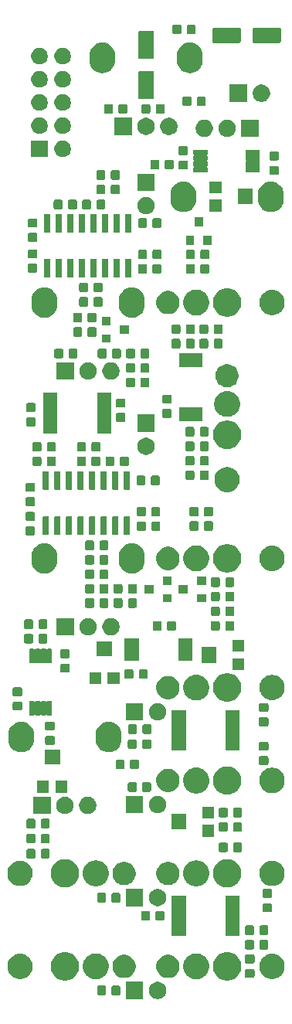
<source format=gbr>
G04 #@! TF.GenerationSoftware,KiCad,Pcbnew,(5.1.5)-3*
G04 #@! TF.CreationDate,2020-10-15T00:24:12-07:00*
G04 #@! TF.ProjectId,vcf-20,7663662d-3230-42e6-9b69-6361645f7063,rev?*
G04 #@! TF.SameCoordinates,Original*
G04 #@! TF.FileFunction,Soldermask,Bot*
G04 #@! TF.FilePolarity,Negative*
%FSLAX46Y46*%
G04 Gerber Fmt 4.6, Leading zero omitted, Abs format (unit mm)*
G04 Created by KiCad (PCBNEW (5.1.5)-3) date 2020-10-15 00:24:12*
%MOMM*%
%LPD*%
G04 APERTURE LIST*
%ADD10C,0.100000*%
G04 APERTURE END LIST*
D10*
G36*
X16787395Y-116814546D02*
G01*
X16960466Y-116886234D01*
X16960467Y-116886235D01*
X17116227Y-116990310D01*
X17248690Y-117122773D01*
X17248691Y-117122775D01*
X17352766Y-117278534D01*
X17424454Y-117451605D01*
X17461000Y-117635333D01*
X17461000Y-117822667D01*
X17424454Y-118006395D01*
X17352766Y-118179466D01*
X17311913Y-118240607D01*
X17248690Y-118335227D01*
X17116227Y-118467690D01*
X17037818Y-118520081D01*
X16960466Y-118571766D01*
X16787395Y-118643454D01*
X16603667Y-118680000D01*
X16416333Y-118680000D01*
X16232605Y-118643454D01*
X16059534Y-118571766D01*
X15982182Y-118520081D01*
X15903773Y-118467690D01*
X15771310Y-118335227D01*
X15708087Y-118240607D01*
X15667234Y-118179466D01*
X15595546Y-118006395D01*
X15559000Y-117822667D01*
X15559000Y-117635333D01*
X15595546Y-117451605D01*
X15667234Y-117278534D01*
X15771309Y-117122775D01*
X15771310Y-117122773D01*
X15903773Y-116990310D01*
X16059533Y-116886235D01*
X16059534Y-116886234D01*
X16232605Y-116814546D01*
X16416333Y-116778000D01*
X16603667Y-116778000D01*
X16787395Y-116814546D01*
G37*
G36*
X14921000Y-118680000D02*
G01*
X13019000Y-118680000D01*
X13019000Y-116778000D01*
X14921000Y-116778000D01*
X14921000Y-118680000D01*
G37*
G36*
X10705091Y-117207085D02*
G01*
X10739069Y-117217393D01*
X10770390Y-117234134D01*
X10797839Y-117256661D01*
X10820366Y-117284110D01*
X10837107Y-117315431D01*
X10847415Y-117349409D01*
X10851500Y-117390890D01*
X10851500Y-118067110D01*
X10847415Y-118108591D01*
X10837107Y-118142569D01*
X10820366Y-118173890D01*
X10797839Y-118201339D01*
X10770390Y-118223866D01*
X10739069Y-118240607D01*
X10705091Y-118250915D01*
X10663610Y-118255000D01*
X10062390Y-118255000D01*
X10020909Y-118250915D01*
X9986931Y-118240607D01*
X9955610Y-118223866D01*
X9928161Y-118201339D01*
X9905634Y-118173890D01*
X9888893Y-118142569D01*
X9878585Y-118108591D01*
X9874500Y-118067110D01*
X9874500Y-117390890D01*
X9878585Y-117349409D01*
X9888893Y-117315431D01*
X9905634Y-117284110D01*
X9928161Y-117256661D01*
X9955610Y-117234134D01*
X9986931Y-117217393D01*
X10020909Y-117207085D01*
X10062390Y-117203000D01*
X10663610Y-117203000D01*
X10705091Y-117207085D01*
G37*
G36*
X12280091Y-117207085D02*
G01*
X12314069Y-117217393D01*
X12345390Y-117234134D01*
X12372839Y-117256661D01*
X12395366Y-117284110D01*
X12412107Y-117315431D01*
X12422415Y-117349409D01*
X12426500Y-117390890D01*
X12426500Y-118067110D01*
X12422415Y-118108591D01*
X12412107Y-118142569D01*
X12395366Y-118173890D01*
X12372839Y-118201339D01*
X12345390Y-118223866D01*
X12314069Y-118240607D01*
X12280091Y-118250915D01*
X12238610Y-118255000D01*
X11637390Y-118255000D01*
X11595909Y-118250915D01*
X11561931Y-118240607D01*
X11530610Y-118223866D01*
X11503161Y-118201339D01*
X11480634Y-118173890D01*
X11463893Y-118142569D01*
X11453585Y-118108591D01*
X11449500Y-118067110D01*
X11449500Y-117390890D01*
X11453585Y-117349409D01*
X11463893Y-117315431D01*
X11480634Y-117284110D01*
X11503161Y-117256661D01*
X11530610Y-117234134D01*
X11561931Y-117217393D01*
X11595909Y-117207085D01*
X11637390Y-117203000D01*
X12238610Y-117203000D01*
X12280091Y-117207085D01*
G37*
G36*
X24422585Y-113558802D02*
G01*
X24572410Y-113588604D01*
X24854674Y-113705521D01*
X25108705Y-113875259D01*
X25324741Y-114091295D01*
X25494479Y-114345326D01*
X25611396Y-114627590D01*
X25671000Y-114927240D01*
X25671000Y-115232760D01*
X25611396Y-115532410D01*
X25494479Y-115814674D01*
X25324741Y-116068705D01*
X25108705Y-116284741D01*
X24854674Y-116454479D01*
X24572410Y-116571396D01*
X24422585Y-116601198D01*
X24272761Y-116631000D01*
X23967239Y-116631000D01*
X23817415Y-116601198D01*
X23667590Y-116571396D01*
X23385326Y-116454479D01*
X23131295Y-116284741D01*
X22915259Y-116068705D01*
X22745521Y-115814674D01*
X22628604Y-115532410D01*
X22569000Y-115232760D01*
X22569000Y-114927240D01*
X22628604Y-114627590D01*
X22745521Y-114345326D01*
X22915259Y-114091295D01*
X23131295Y-113875259D01*
X23385326Y-113705521D01*
X23667590Y-113588604D01*
X23817415Y-113558802D01*
X23967239Y-113529000D01*
X24272761Y-113529000D01*
X24422585Y-113558802D01*
G37*
G36*
X6652585Y-113558802D02*
G01*
X6802410Y-113588604D01*
X7084674Y-113705521D01*
X7338705Y-113875259D01*
X7554741Y-114091295D01*
X7724479Y-114345326D01*
X7841396Y-114627590D01*
X7901000Y-114927240D01*
X7901000Y-115232760D01*
X7841396Y-115532410D01*
X7724479Y-115814674D01*
X7554741Y-116068705D01*
X7338705Y-116284741D01*
X7084674Y-116454479D01*
X6802410Y-116571396D01*
X6652585Y-116601198D01*
X6502761Y-116631000D01*
X6197239Y-116631000D01*
X6047415Y-116601198D01*
X5897590Y-116571396D01*
X5615326Y-116454479D01*
X5361295Y-116284741D01*
X5145259Y-116068705D01*
X4975521Y-115814674D01*
X4858604Y-115532410D01*
X4799000Y-115232760D01*
X4799000Y-114927240D01*
X4858604Y-114627590D01*
X4975521Y-114345326D01*
X5145259Y-114091295D01*
X5361295Y-113875259D01*
X5615326Y-113705521D01*
X5897590Y-113588604D01*
X6047415Y-113558802D01*
X6197239Y-113529000D01*
X6502761Y-113529000D01*
X6652585Y-113558802D01*
G37*
G36*
X10006248Y-113691208D02*
G01*
X10143032Y-113718416D01*
X10400727Y-113825157D01*
X10632647Y-113980121D01*
X10829879Y-114177353D01*
X10984843Y-114409273D01*
X11091584Y-114666968D01*
X11146000Y-114940536D01*
X11146000Y-115219464D01*
X11091584Y-115493032D01*
X10984843Y-115750727D01*
X10829879Y-115982647D01*
X10632647Y-116179879D01*
X10400727Y-116334843D01*
X10143032Y-116441584D01*
X10078204Y-116454479D01*
X9869465Y-116496000D01*
X9590535Y-116496000D01*
X9381796Y-116454479D01*
X9316968Y-116441584D01*
X9059273Y-116334843D01*
X8827353Y-116179879D01*
X8630121Y-115982647D01*
X8475157Y-115750727D01*
X8368416Y-115493032D01*
X8314000Y-115219464D01*
X8314000Y-114940536D01*
X8368416Y-114666968D01*
X8475157Y-114409273D01*
X8630121Y-114177353D01*
X8827353Y-113980121D01*
X9059273Y-113825157D01*
X9316968Y-113718416D01*
X9453752Y-113691208D01*
X9590535Y-113664000D01*
X9869465Y-113664000D01*
X10006248Y-113691208D01*
G37*
G36*
X21016248Y-113691208D02*
G01*
X21153032Y-113718416D01*
X21410727Y-113825157D01*
X21642647Y-113980121D01*
X21839879Y-114177353D01*
X21994843Y-114409273D01*
X22101584Y-114666968D01*
X22156000Y-114940536D01*
X22156000Y-115219464D01*
X22101584Y-115493032D01*
X21994843Y-115750727D01*
X21839879Y-115982647D01*
X21642647Y-116179879D01*
X21410727Y-116334843D01*
X21153032Y-116441584D01*
X21088204Y-116454479D01*
X20879465Y-116496000D01*
X20600535Y-116496000D01*
X20391796Y-116454479D01*
X20326968Y-116441584D01*
X20069273Y-116334843D01*
X19837353Y-116179879D01*
X19640121Y-115982647D01*
X19485157Y-115750727D01*
X19378416Y-115493032D01*
X19324000Y-115219464D01*
X19324000Y-114940536D01*
X19378416Y-114666968D01*
X19485157Y-114409273D01*
X19640121Y-114177353D01*
X19837353Y-113980121D01*
X20069273Y-113825157D01*
X20326968Y-113718416D01*
X20463752Y-113691208D01*
X20600535Y-113664000D01*
X20879465Y-113664000D01*
X21016248Y-113691208D01*
G37*
G36*
X29299257Y-113718416D02*
G01*
X29444281Y-113747263D01*
X29537800Y-113786000D01*
X29696518Y-113851743D01*
X29923521Y-114003421D01*
X30116579Y-114196479D01*
X30268257Y-114423482D01*
X30268257Y-114423483D01*
X30369113Y-114666969D01*
X30372737Y-114675720D01*
X30426000Y-114943490D01*
X30426000Y-115216510D01*
X30422767Y-115232761D01*
X30372737Y-115484281D01*
X30322630Y-115605250D01*
X30268257Y-115736518D01*
X30116579Y-115963521D01*
X29923521Y-116156579D01*
X29696518Y-116308257D01*
X29587291Y-116353500D01*
X29444281Y-116412737D01*
X29310395Y-116439369D01*
X29176510Y-116466000D01*
X28903490Y-116466000D01*
X28769605Y-116439369D01*
X28635719Y-116412737D01*
X28492709Y-116353500D01*
X28383482Y-116308257D01*
X28156479Y-116156579D01*
X27963421Y-115963521D01*
X27811743Y-115736518D01*
X27757370Y-115605250D01*
X27707263Y-115484281D01*
X27657233Y-115232761D01*
X27654000Y-115216510D01*
X27654000Y-114943490D01*
X27707263Y-114675720D01*
X27710888Y-114666969D01*
X27811743Y-114423483D01*
X27811743Y-114423482D01*
X27963421Y-114196479D01*
X28156479Y-114003421D01*
X28383482Y-113851743D01*
X28542200Y-113786000D01*
X28635719Y-113747263D01*
X28780743Y-113718416D01*
X28903490Y-113694000D01*
X29176510Y-113694000D01*
X29299257Y-113718416D01*
G37*
G36*
X1689257Y-113718416D02*
G01*
X1834281Y-113747263D01*
X1927800Y-113786000D01*
X2086518Y-113851743D01*
X2313521Y-114003421D01*
X2506579Y-114196479D01*
X2658257Y-114423482D01*
X2658257Y-114423483D01*
X2759113Y-114666969D01*
X2762737Y-114675720D01*
X2816000Y-114943490D01*
X2816000Y-115216510D01*
X2812767Y-115232761D01*
X2762737Y-115484281D01*
X2712630Y-115605250D01*
X2658257Y-115736518D01*
X2506579Y-115963521D01*
X2313521Y-116156579D01*
X2086518Y-116308257D01*
X1977291Y-116353500D01*
X1834281Y-116412737D01*
X1700395Y-116439369D01*
X1566510Y-116466000D01*
X1293490Y-116466000D01*
X1159605Y-116439369D01*
X1025719Y-116412737D01*
X882709Y-116353500D01*
X773482Y-116308257D01*
X546479Y-116156579D01*
X353421Y-115963521D01*
X201743Y-115736518D01*
X147370Y-115605250D01*
X97263Y-115484281D01*
X47233Y-115232761D01*
X44000Y-115216510D01*
X44000Y-114943490D01*
X97263Y-114675720D01*
X100888Y-114666969D01*
X201743Y-114423483D01*
X201743Y-114423482D01*
X353421Y-114196479D01*
X546479Y-114003421D01*
X773482Y-113851743D01*
X932200Y-113786000D01*
X1025719Y-113747263D01*
X1170743Y-113718416D01*
X1293490Y-113694000D01*
X1566510Y-113694000D01*
X1689257Y-113718416D01*
G37*
G36*
X18011465Y-113855439D02*
G01*
X18243227Y-113951438D01*
X18321025Y-114003421D01*
X18451809Y-114090808D01*
X18629192Y-114268191D01*
X18629193Y-114268193D01*
X18768562Y-114476773D01*
X18864561Y-114708535D01*
X18913500Y-114954570D01*
X18913500Y-115205430D01*
X18864561Y-115451465D01*
X18768562Y-115683227D01*
X18723460Y-115750727D01*
X18629192Y-115891809D01*
X18451809Y-116069192D01*
X18415055Y-116093750D01*
X18243227Y-116208562D01*
X18011465Y-116304561D01*
X17765430Y-116353500D01*
X17514570Y-116353500D01*
X17268535Y-116304561D01*
X17036773Y-116208562D01*
X16864945Y-116093750D01*
X16828191Y-116069192D01*
X16650808Y-115891809D01*
X16556540Y-115750727D01*
X16511438Y-115683227D01*
X16415439Y-115451465D01*
X16366500Y-115205430D01*
X16366500Y-114954570D01*
X16415439Y-114708535D01*
X16511438Y-114476773D01*
X16650807Y-114268193D01*
X16650808Y-114268191D01*
X16828191Y-114090808D01*
X16958975Y-114003421D01*
X17036773Y-113951438D01*
X17268535Y-113855439D01*
X17514570Y-113806500D01*
X17765430Y-113806500D01*
X18011465Y-113855439D01*
G37*
G36*
X13201465Y-113855439D02*
G01*
X13433227Y-113951438D01*
X13511025Y-114003421D01*
X13641809Y-114090808D01*
X13819192Y-114268191D01*
X13819193Y-114268193D01*
X13958562Y-114476773D01*
X14054561Y-114708535D01*
X14103500Y-114954570D01*
X14103500Y-115205430D01*
X14054561Y-115451465D01*
X13958562Y-115683227D01*
X13913460Y-115750727D01*
X13819192Y-115891809D01*
X13641809Y-116069192D01*
X13605055Y-116093750D01*
X13433227Y-116208562D01*
X13201465Y-116304561D01*
X12955430Y-116353500D01*
X12704570Y-116353500D01*
X12458535Y-116304561D01*
X12226773Y-116208562D01*
X12054945Y-116093750D01*
X12018191Y-116069192D01*
X11840808Y-115891809D01*
X11746540Y-115750727D01*
X11701438Y-115683227D01*
X11605439Y-115451465D01*
X11556500Y-115205430D01*
X11556500Y-114954570D01*
X11605439Y-114708535D01*
X11701438Y-114476773D01*
X11840807Y-114268193D01*
X11840808Y-114268191D01*
X12018191Y-114090808D01*
X12148975Y-114003421D01*
X12226773Y-113951438D01*
X12458535Y-113855439D01*
X12704570Y-113806500D01*
X12955430Y-113806500D01*
X13201465Y-113855439D01*
G37*
G36*
X26986091Y-115365085D02*
G01*
X27020069Y-115375393D01*
X27051390Y-115392134D01*
X27078839Y-115414661D01*
X27101366Y-115442110D01*
X27118107Y-115473431D01*
X27128415Y-115507409D01*
X27132500Y-115548890D01*
X27132500Y-116150110D01*
X27128415Y-116191591D01*
X27118107Y-116225569D01*
X27101366Y-116256890D01*
X27078839Y-116284339D01*
X27051390Y-116306866D01*
X27020069Y-116323607D01*
X26986091Y-116333915D01*
X26944610Y-116338000D01*
X26268390Y-116338000D01*
X26226909Y-116333915D01*
X26192931Y-116323607D01*
X26161610Y-116306866D01*
X26134161Y-116284339D01*
X26111634Y-116256890D01*
X26094893Y-116225569D01*
X26084585Y-116191591D01*
X26080500Y-116150110D01*
X26080500Y-115548890D01*
X26084585Y-115507409D01*
X26094893Y-115473431D01*
X26111634Y-115442110D01*
X26134161Y-115414661D01*
X26161610Y-115392134D01*
X26192931Y-115375393D01*
X26226909Y-115365085D01*
X26268390Y-115361000D01*
X26944610Y-115361000D01*
X26986091Y-115365085D01*
G37*
G36*
X26986091Y-113790085D02*
G01*
X27020069Y-113800393D01*
X27051390Y-113817134D01*
X27078839Y-113839661D01*
X27101366Y-113867110D01*
X27118107Y-113898431D01*
X27128415Y-113932409D01*
X27132500Y-113973890D01*
X27132500Y-114575110D01*
X27128415Y-114616591D01*
X27118107Y-114650569D01*
X27101366Y-114681890D01*
X27078839Y-114709339D01*
X27051390Y-114731866D01*
X27020069Y-114748607D01*
X26986091Y-114758915D01*
X26944610Y-114763000D01*
X26268390Y-114763000D01*
X26226909Y-114758915D01*
X26192931Y-114748607D01*
X26161610Y-114731866D01*
X26134161Y-114709339D01*
X26111634Y-114681890D01*
X26094893Y-114650569D01*
X26084585Y-114616591D01*
X26080500Y-114575110D01*
X26080500Y-113973890D01*
X26084585Y-113932409D01*
X26094893Y-113898431D01*
X26111634Y-113867110D01*
X26134161Y-113839661D01*
X26161610Y-113817134D01*
X26192931Y-113800393D01*
X26226909Y-113790085D01*
X26268390Y-113786000D01*
X26944610Y-113786000D01*
X26986091Y-113790085D01*
G37*
G36*
X26923091Y-112190585D02*
G01*
X26957069Y-112200893D01*
X26988390Y-112217634D01*
X27015839Y-112240161D01*
X27038366Y-112267610D01*
X27055107Y-112298931D01*
X27065415Y-112332909D01*
X27069500Y-112374390D01*
X27069500Y-113050610D01*
X27065415Y-113092091D01*
X27055107Y-113126069D01*
X27038366Y-113157390D01*
X27015839Y-113184839D01*
X26988390Y-113207366D01*
X26957069Y-113224107D01*
X26923091Y-113234415D01*
X26881610Y-113238500D01*
X26280390Y-113238500D01*
X26238909Y-113234415D01*
X26204931Y-113224107D01*
X26173610Y-113207366D01*
X26146161Y-113184839D01*
X26123634Y-113157390D01*
X26106893Y-113126069D01*
X26096585Y-113092091D01*
X26092500Y-113050610D01*
X26092500Y-112374390D01*
X26096585Y-112332909D01*
X26106893Y-112298931D01*
X26123634Y-112267610D01*
X26146161Y-112240161D01*
X26173610Y-112217634D01*
X26204931Y-112200893D01*
X26238909Y-112190585D01*
X26280390Y-112186500D01*
X26881610Y-112186500D01*
X26923091Y-112190585D01*
G37*
G36*
X28498091Y-112190585D02*
G01*
X28532069Y-112200893D01*
X28563390Y-112217634D01*
X28590839Y-112240161D01*
X28613366Y-112267610D01*
X28630107Y-112298931D01*
X28640415Y-112332909D01*
X28644500Y-112374390D01*
X28644500Y-113050610D01*
X28640415Y-113092091D01*
X28630107Y-113126069D01*
X28613366Y-113157390D01*
X28590839Y-113184839D01*
X28563390Y-113207366D01*
X28532069Y-113224107D01*
X28498091Y-113234415D01*
X28456610Y-113238500D01*
X27855390Y-113238500D01*
X27813909Y-113234415D01*
X27779931Y-113224107D01*
X27748610Y-113207366D01*
X27721161Y-113184839D01*
X27698634Y-113157390D01*
X27681893Y-113126069D01*
X27671585Y-113092091D01*
X27667500Y-113050610D01*
X27667500Y-112374390D01*
X27671585Y-112332909D01*
X27681893Y-112298931D01*
X27698634Y-112267610D01*
X27721161Y-112240161D01*
X27748610Y-112217634D01*
X27779931Y-112200893D01*
X27813909Y-112190585D01*
X27855390Y-112186500D01*
X28456610Y-112186500D01*
X28498091Y-112190585D01*
G37*
G36*
X19606500Y-111763500D02*
G01*
X18054500Y-111763500D01*
X18054500Y-107311500D01*
X19606500Y-107311500D01*
X19606500Y-111763500D01*
G37*
G36*
X25506500Y-111763500D02*
G01*
X23954500Y-111763500D01*
X23954500Y-107311500D01*
X25506500Y-107311500D01*
X25506500Y-111763500D01*
G37*
G36*
X28498091Y-110603085D02*
G01*
X28532069Y-110613393D01*
X28563390Y-110630134D01*
X28590839Y-110652661D01*
X28613366Y-110680110D01*
X28630107Y-110711431D01*
X28640415Y-110745409D01*
X28644500Y-110786890D01*
X28644500Y-111463110D01*
X28640415Y-111504591D01*
X28630107Y-111538569D01*
X28613366Y-111569890D01*
X28590839Y-111597339D01*
X28563390Y-111619866D01*
X28532069Y-111636607D01*
X28498091Y-111646915D01*
X28456610Y-111651000D01*
X27855390Y-111651000D01*
X27813909Y-111646915D01*
X27779931Y-111636607D01*
X27748610Y-111619866D01*
X27721161Y-111597339D01*
X27698634Y-111569890D01*
X27681893Y-111538569D01*
X27671585Y-111504591D01*
X27667500Y-111463110D01*
X27667500Y-110786890D01*
X27671585Y-110745409D01*
X27681893Y-110711431D01*
X27698634Y-110680110D01*
X27721161Y-110652661D01*
X27748610Y-110630134D01*
X27779931Y-110613393D01*
X27813909Y-110603085D01*
X27855390Y-110599000D01*
X28456610Y-110599000D01*
X28498091Y-110603085D01*
G37*
G36*
X26923091Y-110603085D02*
G01*
X26957069Y-110613393D01*
X26988390Y-110630134D01*
X27015839Y-110652661D01*
X27038366Y-110680110D01*
X27055107Y-110711431D01*
X27065415Y-110745409D01*
X27069500Y-110786890D01*
X27069500Y-111463110D01*
X27065415Y-111504591D01*
X27055107Y-111538569D01*
X27038366Y-111569890D01*
X27015839Y-111597339D01*
X26988390Y-111619866D01*
X26957069Y-111636607D01*
X26923091Y-111646915D01*
X26881610Y-111651000D01*
X26280390Y-111651000D01*
X26238909Y-111646915D01*
X26204931Y-111636607D01*
X26173610Y-111619866D01*
X26146161Y-111597339D01*
X26123634Y-111569890D01*
X26106893Y-111538569D01*
X26096585Y-111504591D01*
X26092500Y-111463110D01*
X26092500Y-110786890D01*
X26096585Y-110745409D01*
X26106893Y-110711431D01*
X26123634Y-110680110D01*
X26146161Y-110652661D01*
X26173610Y-110630134D01*
X26204931Y-110613393D01*
X26238909Y-110603085D01*
X26280390Y-110599000D01*
X26881610Y-110599000D01*
X26923091Y-110603085D01*
G37*
G36*
X15531091Y-109015585D02*
G01*
X15565069Y-109025893D01*
X15596390Y-109042634D01*
X15623839Y-109065161D01*
X15646366Y-109092610D01*
X15663107Y-109123931D01*
X15673415Y-109157909D01*
X15677500Y-109199390D01*
X15677500Y-109875610D01*
X15673415Y-109917091D01*
X15663107Y-109951069D01*
X15646366Y-109982390D01*
X15623839Y-110009839D01*
X15596390Y-110032366D01*
X15565069Y-110049107D01*
X15531091Y-110059415D01*
X15489610Y-110063500D01*
X14888390Y-110063500D01*
X14846909Y-110059415D01*
X14812931Y-110049107D01*
X14781610Y-110032366D01*
X14754161Y-110009839D01*
X14731634Y-109982390D01*
X14714893Y-109951069D01*
X14704585Y-109917091D01*
X14700500Y-109875610D01*
X14700500Y-109199390D01*
X14704585Y-109157909D01*
X14714893Y-109123931D01*
X14731634Y-109092610D01*
X14754161Y-109065161D01*
X14781610Y-109042634D01*
X14812931Y-109025893D01*
X14846909Y-109015585D01*
X14888390Y-109011500D01*
X15489610Y-109011500D01*
X15531091Y-109015585D01*
G37*
G36*
X17106091Y-109015585D02*
G01*
X17140069Y-109025893D01*
X17171390Y-109042634D01*
X17198839Y-109065161D01*
X17221366Y-109092610D01*
X17238107Y-109123931D01*
X17248415Y-109157909D01*
X17252500Y-109199390D01*
X17252500Y-109875610D01*
X17248415Y-109917091D01*
X17238107Y-109951069D01*
X17221366Y-109982390D01*
X17198839Y-110009839D01*
X17171390Y-110032366D01*
X17140069Y-110049107D01*
X17106091Y-110059415D01*
X17064610Y-110063500D01*
X16463390Y-110063500D01*
X16421909Y-110059415D01*
X16387931Y-110049107D01*
X16356610Y-110032366D01*
X16329161Y-110009839D01*
X16306634Y-109982390D01*
X16289893Y-109951069D01*
X16279585Y-109917091D01*
X16275500Y-109875610D01*
X16275500Y-109199390D01*
X16279585Y-109157909D01*
X16289893Y-109123931D01*
X16306634Y-109092610D01*
X16329161Y-109065161D01*
X16356610Y-109042634D01*
X16387931Y-109025893D01*
X16421909Y-109015585D01*
X16463390Y-109011500D01*
X17064610Y-109011500D01*
X17106091Y-109015585D01*
G37*
G36*
X28891091Y-108189585D02*
G01*
X28925069Y-108199893D01*
X28956390Y-108216634D01*
X28983839Y-108239161D01*
X29006366Y-108266610D01*
X29023107Y-108297931D01*
X29033415Y-108331909D01*
X29037500Y-108373390D01*
X29037500Y-108974610D01*
X29033415Y-109016091D01*
X29023107Y-109050069D01*
X29006366Y-109081390D01*
X28983839Y-109108839D01*
X28956390Y-109131366D01*
X28925069Y-109148107D01*
X28891091Y-109158415D01*
X28849610Y-109162500D01*
X28173390Y-109162500D01*
X28131909Y-109158415D01*
X28097931Y-109148107D01*
X28066610Y-109131366D01*
X28039161Y-109108839D01*
X28016634Y-109081390D01*
X27999893Y-109050069D01*
X27989585Y-109016091D01*
X27985500Y-108974610D01*
X27985500Y-108373390D01*
X27989585Y-108331909D01*
X27999893Y-108297931D01*
X28016634Y-108266610D01*
X28039161Y-108239161D01*
X28066610Y-108216634D01*
X28097931Y-108199893D01*
X28131909Y-108189585D01*
X28173390Y-108185500D01*
X28849610Y-108185500D01*
X28891091Y-108189585D01*
G37*
G36*
X14921000Y-108500000D02*
G01*
X13019000Y-108500000D01*
X13019000Y-106598000D01*
X14921000Y-106598000D01*
X14921000Y-108500000D01*
G37*
G36*
X16787395Y-106634546D02*
G01*
X16960466Y-106706234D01*
X17036306Y-106756909D01*
X17116227Y-106810310D01*
X17248690Y-106942773D01*
X17248691Y-106942775D01*
X17352766Y-107098534D01*
X17424454Y-107271605D01*
X17461000Y-107455333D01*
X17461000Y-107642667D01*
X17424454Y-107826395D01*
X17352766Y-107999466D01*
X17352765Y-107999467D01*
X17248690Y-108155227D01*
X17116227Y-108287690D01*
X17100900Y-108297931D01*
X16960466Y-108391766D01*
X16787395Y-108463454D01*
X16603667Y-108500000D01*
X16416333Y-108500000D01*
X16232605Y-108463454D01*
X16059534Y-108391766D01*
X15919100Y-108297931D01*
X15903773Y-108287690D01*
X15771310Y-108155227D01*
X15667235Y-107999467D01*
X15667234Y-107999466D01*
X15595546Y-107826395D01*
X15559000Y-107642667D01*
X15559000Y-107455333D01*
X15595546Y-107271605D01*
X15667234Y-107098534D01*
X15771309Y-106942775D01*
X15771310Y-106942773D01*
X15903773Y-106810310D01*
X15983694Y-106756909D01*
X16059534Y-106706234D01*
X16232605Y-106634546D01*
X16416333Y-106598000D01*
X16603667Y-106598000D01*
X16787395Y-106634546D01*
G37*
G36*
X10705091Y-107047085D02*
G01*
X10739069Y-107057393D01*
X10770390Y-107074134D01*
X10797839Y-107096661D01*
X10820366Y-107124110D01*
X10837107Y-107155431D01*
X10847415Y-107189409D01*
X10851500Y-107230890D01*
X10851500Y-107907110D01*
X10847415Y-107948591D01*
X10837107Y-107982569D01*
X10820366Y-108013890D01*
X10797839Y-108041339D01*
X10770390Y-108063866D01*
X10739069Y-108080607D01*
X10705091Y-108090915D01*
X10663610Y-108095000D01*
X10062390Y-108095000D01*
X10020909Y-108090915D01*
X9986931Y-108080607D01*
X9955610Y-108063866D01*
X9928161Y-108041339D01*
X9905634Y-108013890D01*
X9888893Y-107982569D01*
X9878585Y-107948591D01*
X9874500Y-107907110D01*
X9874500Y-107230890D01*
X9878585Y-107189409D01*
X9888893Y-107155431D01*
X9905634Y-107124110D01*
X9928161Y-107096661D01*
X9955610Y-107074134D01*
X9986931Y-107057393D01*
X10020909Y-107047085D01*
X10062390Y-107043000D01*
X10663610Y-107043000D01*
X10705091Y-107047085D01*
G37*
G36*
X12280091Y-107047085D02*
G01*
X12314069Y-107057393D01*
X12345390Y-107074134D01*
X12372839Y-107096661D01*
X12395366Y-107124110D01*
X12412107Y-107155431D01*
X12422415Y-107189409D01*
X12426500Y-107230890D01*
X12426500Y-107907110D01*
X12422415Y-107948591D01*
X12412107Y-107982569D01*
X12395366Y-108013890D01*
X12372839Y-108041339D01*
X12345390Y-108063866D01*
X12314069Y-108080607D01*
X12280091Y-108090915D01*
X12238610Y-108095000D01*
X11637390Y-108095000D01*
X11595909Y-108090915D01*
X11561931Y-108080607D01*
X11530610Y-108063866D01*
X11503161Y-108041339D01*
X11480634Y-108013890D01*
X11463893Y-107982569D01*
X11453585Y-107948591D01*
X11449500Y-107907110D01*
X11449500Y-107230890D01*
X11453585Y-107189409D01*
X11463893Y-107155431D01*
X11480634Y-107124110D01*
X11503161Y-107096661D01*
X11530610Y-107074134D01*
X11561931Y-107057393D01*
X11595909Y-107047085D01*
X11637390Y-107043000D01*
X12238610Y-107043000D01*
X12280091Y-107047085D01*
G37*
G36*
X28891091Y-106614585D02*
G01*
X28925069Y-106624893D01*
X28956390Y-106641634D01*
X28983839Y-106664161D01*
X29006366Y-106691610D01*
X29023107Y-106722931D01*
X29033415Y-106756909D01*
X29037500Y-106798390D01*
X29037500Y-107399610D01*
X29033415Y-107441091D01*
X29023107Y-107475069D01*
X29006366Y-107506390D01*
X28983839Y-107533839D01*
X28956390Y-107556366D01*
X28925069Y-107573107D01*
X28891091Y-107583415D01*
X28849610Y-107587500D01*
X28173390Y-107587500D01*
X28131909Y-107583415D01*
X28097931Y-107573107D01*
X28066610Y-107556366D01*
X28039161Y-107533839D01*
X28016634Y-107506390D01*
X27999893Y-107475069D01*
X27989585Y-107441091D01*
X27985500Y-107399610D01*
X27985500Y-106798390D01*
X27989585Y-106756909D01*
X27999893Y-106722931D01*
X28016634Y-106691610D01*
X28039161Y-106664161D01*
X28066610Y-106641634D01*
X28097931Y-106624893D01*
X28131909Y-106614585D01*
X28173390Y-106610500D01*
X28849610Y-106610500D01*
X28891091Y-106614585D01*
G37*
G36*
X24422585Y-103378802D02*
G01*
X24572410Y-103408604D01*
X24854674Y-103525521D01*
X25108705Y-103695259D01*
X25324741Y-103911295D01*
X25494479Y-104165326D01*
X25611396Y-104447590D01*
X25671000Y-104747240D01*
X25671000Y-105052760D01*
X25611396Y-105352410D01*
X25494479Y-105634674D01*
X25324741Y-105888705D01*
X25108705Y-106104741D01*
X24854674Y-106274479D01*
X24572410Y-106391396D01*
X24422585Y-106421198D01*
X24272761Y-106451000D01*
X23967239Y-106451000D01*
X23817415Y-106421198D01*
X23667590Y-106391396D01*
X23385326Y-106274479D01*
X23131295Y-106104741D01*
X22915259Y-105888705D01*
X22745521Y-105634674D01*
X22628604Y-105352410D01*
X22569000Y-105052760D01*
X22569000Y-104747240D01*
X22628604Y-104447590D01*
X22745521Y-104165326D01*
X22915259Y-103911295D01*
X23131295Y-103695259D01*
X23385326Y-103525521D01*
X23667590Y-103408604D01*
X23817415Y-103378802D01*
X23967239Y-103349000D01*
X24272761Y-103349000D01*
X24422585Y-103378802D01*
G37*
G36*
X6652585Y-103378802D02*
G01*
X6802410Y-103408604D01*
X7084674Y-103525521D01*
X7338705Y-103695259D01*
X7554741Y-103911295D01*
X7724479Y-104165326D01*
X7841396Y-104447590D01*
X7901000Y-104747240D01*
X7901000Y-105052760D01*
X7841396Y-105352410D01*
X7724479Y-105634674D01*
X7554741Y-105888705D01*
X7338705Y-106104741D01*
X7084674Y-106274479D01*
X6802410Y-106391396D01*
X6652585Y-106421198D01*
X6502761Y-106451000D01*
X6197239Y-106451000D01*
X6047415Y-106421198D01*
X5897590Y-106391396D01*
X5615326Y-106274479D01*
X5361295Y-106104741D01*
X5145259Y-105888705D01*
X4975521Y-105634674D01*
X4858604Y-105352410D01*
X4799000Y-105052760D01*
X4799000Y-104747240D01*
X4858604Y-104447590D01*
X4975521Y-104165326D01*
X5145259Y-103911295D01*
X5361295Y-103695259D01*
X5615326Y-103525521D01*
X5897590Y-103408604D01*
X6047415Y-103378802D01*
X6197239Y-103349000D01*
X6502761Y-103349000D01*
X6652585Y-103378802D01*
G37*
G36*
X21016248Y-103511208D02*
G01*
X21153032Y-103538416D01*
X21410727Y-103645157D01*
X21642647Y-103800121D01*
X21839879Y-103997353D01*
X21994843Y-104229273D01*
X22101584Y-104486968D01*
X22156000Y-104760536D01*
X22156000Y-105039464D01*
X22101584Y-105313032D01*
X21994843Y-105570727D01*
X21839879Y-105802647D01*
X21642647Y-105999879D01*
X21410727Y-106154843D01*
X21153032Y-106261584D01*
X21088204Y-106274479D01*
X20879465Y-106316000D01*
X20600535Y-106316000D01*
X20391796Y-106274479D01*
X20326968Y-106261584D01*
X20069273Y-106154843D01*
X19837353Y-105999879D01*
X19640121Y-105802647D01*
X19485157Y-105570727D01*
X19378416Y-105313032D01*
X19324000Y-105039464D01*
X19324000Y-104760536D01*
X19378416Y-104486968D01*
X19485157Y-104229273D01*
X19640121Y-103997353D01*
X19837353Y-103800121D01*
X20069273Y-103645157D01*
X20326968Y-103538416D01*
X20463752Y-103511208D01*
X20600535Y-103484000D01*
X20879465Y-103484000D01*
X21016248Y-103511208D01*
G37*
G36*
X10006248Y-103511208D02*
G01*
X10143032Y-103538416D01*
X10400727Y-103645157D01*
X10632647Y-103800121D01*
X10829879Y-103997353D01*
X10984843Y-104229273D01*
X11091584Y-104486968D01*
X11146000Y-104760536D01*
X11146000Y-105039464D01*
X11091584Y-105313032D01*
X10984843Y-105570727D01*
X10829879Y-105802647D01*
X10632647Y-105999879D01*
X10400727Y-106154843D01*
X10143032Y-106261584D01*
X10078204Y-106274479D01*
X9869465Y-106316000D01*
X9590535Y-106316000D01*
X9381796Y-106274479D01*
X9316968Y-106261584D01*
X9059273Y-106154843D01*
X8827353Y-105999879D01*
X8630121Y-105802647D01*
X8475157Y-105570727D01*
X8368416Y-105313032D01*
X8314000Y-105039464D01*
X8314000Y-104760536D01*
X8368416Y-104486968D01*
X8475157Y-104229273D01*
X8630121Y-103997353D01*
X8827353Y-103800121D01*
X9059273Y-103645157D01*
X9316968Y-103538416D01*
X9453752Y-103511208D01*
X9590535Y-103484000D01*
X9869465Y-103484000D01*
X10006248Y-103511208D01*
G37*
G36*
X1689257Y-103538416D02*
G01*
X1834281Y-103567263D01*
X1960399Y-103619503D01*
X2086518Y-103671743D01*
X2313521Y-103823421D01*
X2506579Y-104016479D01*
X2658257Y-104243482D01*
X2658257Y-104243483D01*
X2759113Y-104486969D01*
X2762737Y-104495720D01*
X2816000Y-104763490D01*
X2816000Y-105036510D01*
X2812767Y-105052761D01*
X2762737Y-105304281D01*
X2742801Y-105352410D01*
X2658257Y-105556518D01*
X2506579Y-105783521D01*
X2313521Y-105976579D01*
X2086518Y-106128257D01*
X2022333Y-106154843D01*
X1834281Y-106232737D01*
X1700395Y-106259369D01*
X1566510Y-106286000D01*
X1293490Y-106286000D01*
X1159605Y-106259369D01*
X1025719Y-106232737D01*
X837667Y-106154843D01*
X773482Y-106128257D01*
X546479Y-105976579D01*
X353421Y-105783521D01*
X201743Y-105556518D01*
X117199Y-105352410D01*
X97263Y-105304281D01*
X47233Y-105052761D01*
X44000Y-105036510D01*
X44000Y-104763490D01*
X97263Y-104495720D01*
X100888Y-104486969D01*
X201743Y-104243483D01*
X201743Y-104243482D01*
X353421Y-104016479D01*
X546479Y-103823421D01*
X773482Y-103671743D01*
X899601Y-103619503D01*
X1025719Y-103567263D01*
X1170743Y-103538416D01*
X1293490Y-103514000D01*
X1566510Y-103514000D01*
X1689257Y-103538416D01*
G37*
G36*
X29299257Y-103538416D02*
G01*
X29444281Y-103567263D01*
X29570399Y-103619503D01*
X29696518Y-103671743D01*
X29923521Y-103823421D01*
X30116579Y-104016479D01*
X30268257Y-104243482D01*
X30268257Y-104243483D01*
X30369113Y-104486969D01*
X30372737Y-104495720D01*
X30426000Y-104763490D01*
X30426000Y-105036510D01*
X30422767Y-105052761D01*
X30372737Y-105304281D01*
X30352801Y-105352410D01*
X30268257Y-105556518D01*
X30116579Y-105783521D01*
X29923521Y-105976579D01*
X29696518Y-106128257D01*
X29632333Y-106154843D01*
X29444281Y-106232737D01*
X29310395Y-106259368D01*
X29176510Y-106286000D01*
X28903490Y-106286000D01*
X28769605Y-106259369D01*
X28635719Y-106232737D01*
X28447667Y-106154843D01*
X28383482Y-106128257D01*
X28156479Y-105976579D01*
X27963421Y-105783521D01*
X27811743Y-105556518D01*
X27727199Y-105352410D01*
X27707263Y-105304281D01*
X27657233Y-105052761D01*
X27654000Y-105036510D01*
X27654000Y-104763490D01*
X27707263Y-104495720D01*
X27710888Y-104486969D01*
X27811743Y-104243483D01*
X27811743Y-104243482D01*
X27963421Y-104016479D01*
X28156479Y-103823421D01*
X28383482Y-103671743D01*
X28509601Y-103619503D01*
X28635719Y-103567263D01*
X28780743Y-103538416D01*
X28903490Y-103514000D01*
X29176510Y-103514000D01*
X29299257Y-103538416D01*
G37*
G36*
X13201465Y-103675439D02*
G01*
X13433227Y-103771438D01*
X13433228Y-103771439D01*
X13641809Y-103910808D01*
X13819192Y-104088191D01*
X13819193Y-104088193D01*
X13958562Y-104296773D01*
X14054561Y-104528535D01*
X14103500Y-104774570D01*
X14103500Y-105025430D01*
X14054561Y-105271465D01*
X13958562Y-105503227D01*
X13913460Y-105570727D01*
X13819192Y-105711809D01*
X13641809Y-105889192D01*
X13536810Y-105959350D01*
X13433227Y-106028562D01*
X13201465Y-106124561D01*
X12955430Y-106173500D01*
X12704570Y-106173500D01*
X12458535Y-106124561D01*
X12226773Y-106028562D01*
X12123190Y-105959350D01*
X12018191Y-105889192D01*
X11840808Y-105711809D01*
X11746540Y-105570727D01*
X11701438Y-105503227D01*
X11605439Y-105271465D01*
X11556500Y-105025430D01*
X11556500Y-104774570D01*
X11605439Y-104528535D01*
X11701438Y-104296773D01*
X11840807Y-104088193D01*
X11840808Y-104088191D01*
X12018191Y-103910808D01*
X12226772Y-103771439D01*
X12226773Y-103771438D01*
X12458535Y-103675439D01*
X12704570Y-103626500D01*
X12955430Y-103626500D01*
X13201465Y-103675439D01*
G37*
G36*
X18011465Y-103675439D02*
G01*
X18243227Y-103771438D01*
X18243228Y-103771439D01*
X18451809Y-103910808D01*
X18629192Y-104088191D01*
X18629193Y-104088193D01*
X18768562Y-104296773D01*
X18864561Y-104528535D01*
X18913500Y-104774570D01*
X18913500Y-105025430D01*
X18864561Y-105271465D01*
X18768562Y-105503227D01*
X18723460Y-105570727D01*
X18629192Y-105711809D01*
X18451809Y-105889192D01*
X18346810Y-105959350D01*
X18243227Y-106028562D01*
X18011465Y-106124561D01*
X17765430Y-106173500D01*
X17514570Y-106173500D01*
X17268535Y-106124561D01*
X17036773Y-106028562D01*
X16933190Y-105959350D01*
X16828191Y-105889192D01*
X16650808Y-105711809D01*
X16556540Y-105570727D01*
X16511438Y-105503227D01*
X16415439Y-105271465D01*
X16366500Y-105025430D01*
X16366500Y-104774570D01*
X16415439Y-104528535D01*
X16511438Y-104296773D01*
X16650807Y-104088193D01*
X16650808Y-104088191D01*
X16828191Y-103910808D01*
X17036772Y-103771439D01*
X17036773Y-103771438D01*
X17268535Y-103675439D01*
X17514570Y-103626500D01*
X17765430Y-103626500D01*
X18011465Y-103675439D01*
G37*
G36*
X2958091Y-102221085D02*
G01*
X2992069Y-102231393D01*
X3023390Y-102248134D01*
X3050839Y-102270661D01*
X3073366Y-102298110D01*
X3090107Y-102329431D01*
X3100415Y-102363409D01*
X3104500Y-102404890D01*
X3104500Y-103081110D01*
X3100415Y-103122591D01*
X3090107Y-103156569D01*
X3073366Y-103187890D01*
X3050839Y-103215339D01*
X3023390Y-103237866D01*
X2992069Y-103254607D01*
X2958091Y-103264915D01*
X2916610Y-103269000D01*
X2315390Y-103269000D01*
X2273909Y-103264915D01*
X2239931Y-103254607D01*
X2208610Y-103237866D01*
X2181161Y-103215339D01*
X2158634Y-103187890D01*
X2141893Y-103156569D01*
X2131585Y-103122591D01*
X2127500Y-103081110D01*
X2127500Y-102404890D01*
X2131585Y-102363409D01*
X2141893Y-102329431D01*
X2158634Y-102298110D01*
X2181161Y-102270661D01*
X2208610Y-102248134D01*
X2239931Y-102231393D01*
X2273909Y-102221085D01*
X2315390Y-102217000D01*
X2916610Y-102217000D01*
X2958091Y-102221085D01*
G37*
G36*
X4533091Y-102221085D02*
G01*
X4567069Y-102231393D01*
X4598390Y-102248134D01*
X4625839Y-102270661D01*
X4648366Y-102298110D01*
X4665107Y-102329431D01*
X4675415Y-102363409D01*
X4679500Y-102404890D01*
X4679500Y-103081110D01*
X4675415Y-103122591D01*
X4665107Y-103156569D01*
X4648366Y-103187890D01*
X4625839Y-103215339D01*
X4598390Y-103237866D01*
X4567069Y-103254607D01*
X4533091Y-103264915D01*
X4491610Y-103269000D01*
X3890390Y-103269000D01*
X3848909Y-103264915D01*
X3814931Y-103254607D01*
X3783610Y-103237866D01*
X3756161Y-103215339D01*
X3733634Y-103187890D01*
X3716893Y-103156569D01*
X3706585Y-103122591D01*
X3702500Y-103081110D01*
X3702500Y-102404890D01*
X3706585Y-102363409D01*
X3716893Y-102329431D01*
X3733634Y-102298110D01*
X3756161Y-102270661D01*
X3783610Y-102248134D01*
X3814931Y-102231393D01*
X3848909Y-102221085D01*
X3890390Y-102217000D01*
X4491610Y-102217000D01*
X4533091Y-102221085D01*
G37*
G36*
X24040091Y-101522585D02*
G01*
X24074069Y-101532893D01*
X24105390Y-101549634D01*
X24132839Y-101572161D01*
X24155366Y-101599610D01*
X24172107Y-101630931D01*
X24182415Y-101664909D01*
X24186500Y-101706390D01*
X24186500Y-102382610D01*
X24182415Y-102424091D01*
X24172107Y-102458069D01*
X24155366Y-102489390D01*
X24132839Y-102516839D01*
X24105390Y-102539366D01*
X24074069Y-102556107D01*
X24040091Y-102566415D01*
X23998610Y-102570500D01*
X23397390Y-102570500D01*
X23355909Y-102566415D01*
X23321931Y-102556107D01*
X23290610Y-102539366D01*
X23263161Y-102516839D01*
X23240634Y-102489390D01*
X23223893Y-102458069D01*
X23213585Y-102424091D01*
X23209500Y-102382610D01*
X23209500Y-101706390D01*
X23213585Y-101664909D01*
X23223893Y-101630931D01*
X23240634Y-101599610D01*
X23263161Y-101572161D01*
X23290610Y-101549634D01*
X23321931Y-101532893D01*
X23355909Y-101522585D01*
X23397390Y-101518500D01*
X23998610Y-101518500D01*
X24040091Y-101522585D01*
G37*
G36*
X25615091Y-101522585D02*
G01*
X25649069Y-101532893D01*
X25680390Y-101549634D01*
X25707839Y-101572161D01*
X25730366Y-101599610D01*
X25747107Y-101630931D01*
X25757415Y-101664909D01*
X25761500Y-101706390D01*
X25761500Y-102382610D01*
X25757415Y-102424091D01*
X25747107Y-102458069D01*
X25730366Y-102489390D01*
X25707839Y-102516839D01*
X25680390Y-102539366D01*
X25649069Y-102556107D01*
X25615091Y-102566415D01*
X25573610Y-102570500D01*
X24972390Y-102570500D01*
X24930909Y-102566415D01*
X24896931Y-102556107D01*
X24865610Y-102539366D01*
X24838161Y-102516839D01*
X24815634Y-102489390D01*
X24798893Y-102458069D01*
X24788585Y-102424091D01*
X24784500Y-102382610D01*
X24784500Y-101706390D01*
X24788585Y-101664909D01*
X24798893Y-101630931D01*
X24815634Y-101599610D01*
X24838161Y-101572161D01*
X24865610Y-101549634D01*
X24896931Y-101532893D01*
X24930909Y-101522585D01*
X24972390Y-101518500D01*
X25573610Y-101518500D01*
X25615091Y-101522585D01*
G37*
G36*
X4533091Y-100570085D02*
G01*
X4567069Y-100580393D01*
X4598390Y-100597134D01*
X4625839Y-100619661D01*
X4648366Y-100647110D01*
X4665107Y-100678431D01*
X4675415Y-100712409D01*
X4679500Y-100753890D01*
X4679500Y-101430110D01*
X4675415Y-101471591D01*
X4665107Y-101505569D01*
X4648366Y-101536890D01*
X4625839Y-101564339D01*
X4598390Y-101586866D01*
X4567069Y-101603607D01*
X4533091Y-101613915D01*
X4491610Y-101618000D01*
X3890390Y-101618000D01*
X3848909Y-101613915D01*
X3814931Y-101603607D01*
X3783610Y-101586866D01*
X3756161Y-101564339D01*
X3733634Y-101536890D01*
X3716893Y-101505569D01*
X3706585Y-101471591D01*
X3702500Y-101430110D01*
X3702500Y-100753890D01*
X3706585Y-100712409D01*
X3716893Y-100678431D01*
X3733634Y-100647110D01*
X3756161Y-100619661D01*
X3783610Y-100597134D01*
X3814931Y-100580393D01*
X3848909Y-100570085D01*
X3890390Y-100566000D01*
X4491610Y-100566000D01*
X4533091Y-100570085D01*
G37*
G36*
X2958091Y-100570085D02*
G01*
X2992069Y-100580393D01*
X3023390Y-100597134D01*
X3050839Y-100619661D01*
X3073366Y-100647110D01*
X3090107Y-100678431D01*
X3100415Y-100712409D01*
X3104500Y-100753890D01*
X3104500Y-101430110D01*
X3100415Y-101471591D01*
X3090107Y-101505569D01*
X3073366Y-101536890D01*
X3050839Y-101564339D01*
X3023390Y-101586866D01*
X2992069Y-101603607D01*
X2958091Y-101613915D01*
X2916610Y-101618000D01*
X2315390Y-101618000D01*
X2273909Y-101613915D01*
X2239931Y-101603607D01*
X2208610Y-101586866D01*
X2181161Y-101564339D01*
X2158634Y-101536890D01*
X2141893Y-101505569D01*
X2131585Y-101471591D01*
X2127500Y-101430110D01*
X2127500Y-100753890D01*
X2131585Y-100712409D01*
X2141893Y-100678431D01*
X2158634Y-100647110D01*
X2181161Y-100619661D01*
X2208610Y-100597134D01*
X2239931Y-100580393D01*
X2273909Y-100570085D01*
X2315390Y-100566000D01*
X2916610Y-100566000D01*
X2958091Y-100570085D01*
G37*
G36*
X22707500Y-100901500D02*
G01*
X21405500Y-100901500D01*
X21405500Y-99599500D01*
X22707500Y-99599500D01*
X22707500Y-100901500D01*
G37*
G36*
X24040091Y-99300085D02*
G01*
X24074069Y-99310393D01*
X24105390Y-99327134D01*
X24132839Y-99349661D01*
X24155366Y-99377110D01*
X24172107Y-99408431D01*
X24182415Y-99442409D01*
X24186500Y-99483890D01*
X24186500Y-100160110D01*
X24182415Y-100201591D01*
X24172107Y-100235569D01*
X24155366Y-100266890D01*
X24132839Y-100294339D01*
X24105390Y-100316866D01*
X24074069Y-100333607D01*
X24040091Y-100343915D01*
X23998610Y-100348000D01*
X23397390Y-100348000D01*
X23355909Y-100343915D01*
X23321931Y-100333607D01*
X23290610Y-100316866D01*
X23263161Y-100294339D01*
X23240634Y-100266890D01*
X23223893Y-100235569D01*
X23213585Y-100201591D01*
X23209500Y-100160110D01*
X23209500Y-99483890D01*
X23213585Y-99442409D01*
X23223893Y-99408431D01*
X23240634Y-99377110D01*
X23263161Y-99349661D01*
X23290610Y-99327134D01*
X23321931Y-99310393D01*
X23355909Y-99300085D01*
X23397390Y-99296000D01*
X23998610Y-99296000D01*
X24040091Y-99300085D01*
G37*
G36*
X25615091Y-99300085D02*
G01*
X25649069Y-99310393D01*
X25680390Y-99327134D01*
X25707839Y-99349661D01*
X25730366Y-99377110D01*
X25747107Y-99408431D01*
X25757415Y-99442409D01*
X25761500Y-99483890D01*
X25761500Y-100160110D01*
X25757415Y-100201591D01*
X25747107Y-100235569D01*
X25730366Y-100266890D01*
X25707839Y-100294339D01*
X25680390Y-100316866D01*
X25649069Y-100333607D01*
X25615091Y-100343915D01*
X25573610Y-100348000D01*
X24972390Y-100348000D01*
X24930909Y-100343915D01*
X24896931Y-100333607D01*
X24865610Y-100316866D01*
X24838161Y-100294339D01*
X24815634Y-100266890D01*
X24798893Y-100235569D01*
X24788585Y-100201591D01*
X24784500Y-100160110D01*
X24784500Y-99483890D01*
X24788585Y-99442409D01*
X24798893Y-99408431D01*
X24815634Y-99377110D01*
X24838161Y-99349661D01*
X24865610Y-99327134D01*
X24896931Y-99310393D01*
X24930909Y-99300085D01*
X24972390Y-99296000D01*
X25573610Y-99296000D01*
X25615091Y-99300085D01*
G37*
G36*
X19607500Y-100101500D02*
G01*
X18005500Y-100101500D01*
X18005500Y-98399500D01*
X19607500Y-98399500D01*
X19607500Y-100101500D01*
G37*
G36*
X2958091Y-98919085D02*
G01*
X2992069Y-98929393D01*
X3023390Y-98946134D01*
X3050839Y-98968661D01*
X3073366Y-98996110D01*
X3090107Y-99027431D01*
X3100415Y-99061409D01*
X3104500Y-99102890D01*
X3104500Y-99779110D01*
X3100415Y-99820591D01*
X3090107Y-99854569D01*
X3073366Y-99885890D01*
X3050839Y-99913339D01*
X3023390Y-99935866D01*
X2992069Y-99952607D01*
X2958091Y-99962915D01*
X2916610Y-99967000D01*
X2315390Y-99967000D01*
X2273909Y-99962915D01*
X2239931Y-99952607D01*
X2208610Y-99935866D01*
X2181161Y-99913339D01*
X2158634Y-99885890D01*
X2141893Y-99854569D01*
X2131585Y-99820591D01*
X2127500Y-99779110D01*
X2127500Y-99102890D01*
X2131585Y-99061409D01*
X2141893Y-99027431D01*
X2158634Y-98996110D01*
X2181161Y-98968661D01*
X2208610Y-98946134D01*
X2239931Y-98929393D01*
X2273909Y-98919085D01*
X2315390Y-98915000D01*
X2916610Y-98915000D01*
X2958091Y-98919085D01*
G37*
G36*
X4533091Y-98919085D02*
G01*
X4567069Y-98929393D01*
X4598390Y-98946134D01*
X4625839Y-98968661D01*
X4648366Y-98996110D01*
X4665107Y-99027431D01*
X4675415Y-99061409D01*
X4679500Y-99102890D01*
X4679500Y-99779110D01*
X4675415Y-99820591D01*
X4665107Y-99854569D01*
X4648366Y-99885890D01*
X4625839Y-99913339D01*
X4598390Y-99935866D01*
X4567069Y-99952607D01*
X4533091Y-99962915D01*
X4491610Y-99967000D01*
X3890390Y-99967000D01*
X3848909Y-99962915D01*
X3814931Y-99952607D01*
X3783610Y-99935866D01*
X3756161Y-99913339D01*
X3733634Y-99885890D01*
X3716893Y-99854569D01*
X3706585Y-99820591D01*
X3702500Y-99779110D01*
X3702500Y-99102890D01*
X3706585Y-99061409D01*
X3716893Y-99027431D01*
X3733634Y-98996110D01*
X3756161Y-98968661D01*
X3783610Y-98946134D01*
X3814931Y-98929393D01*
X3848909Y-98919085D01*
X3890390Y-98915000D01*
X4491610Y-98915000D01*
X4533091Y-98919085D01*
G37*
G36*
X22707500Y-98901500D02*
G01*
X21405500Y-98901500D01*
X21405500Y-97599500D01*
X22707500Y-97599500D01*
X22707500Y-98901500D01*
G37*
G36*
X24040091Y-97712585D02*
G01*
X24074069Y-97722893D01*
X24105390Y-97739634D01*
X24132839Y-97762161D01*
X24155366Y-97789610D01*
X24172107Y-97820931D01*
X24182415Y-97854909D01*
X24186500Y-97896390D01*
X24186500Y-98572610D01*
X24182415Y-98614091D01*
X24172107Y-98648069D01*
X24155366Y-98679390D01*
X24132839Y-98706839D01*
X24105390Y-98729366D01*
X24074069Y-98746107D01*
X24040091Y-98756415D01*
X23998610Y-98760500D01*
X23397390Y-98760500D01*
X23355909Y-98756415D01*
X23321931Y-98746107D01*
X23290610Y-98729366D01*
X23263161Y-98706839D01*
X23240634Y-98679390D01*
X23223893Y-98648069D01*
X23213585Y-98614091D01*
X23209500Y-98572610D01*
X23209500Y-97896390D01*
X23213585Y-97854909D01*
X23223893Y-97820931D01*
X23240634Y-97789610D01*
X23263161Y-97762161D01*
X23290610Y-97739634D01*
X23321931Y-97722893D01*
X23355909Y-97712585D01*
X23397390Y-97708500D01*
X23998610Y-97708500D01*
X24040091Y-97712585D01*
G37*
G36*
X25615091Y-97712585D02*
G01*
X25649069Y-97722893D01*
X25680390Y-97739634D01*
X25707839Y-97762161D01*
X25730366Y-97789610D01*
X25747107Y-97820931D01*
X25757415Y-97854909D01*
X25761500Y-97896390D01*
X25761500Y-98572610D01*
X25757415Y-98614091D01*
X25747107Y-98648069D01*
X25730366Y-98679390D01*
X25707839Y-98706839D01*
X25680390Y-98729366D01*
X25649069Y-98746107D01*
X25615091Y-98756415D01*
X25573610Y-98760500D01*
X24972390Y-98760500D01*
X24930909Y-98756415D01*
X24896931Y-98746107D01*
X24865610Y-98729366D01*
X24838161Y-98706839D01*
X24815634Y-98679390D01*
X24798893Y-98648069D01*
X24788585Y-98614091D01*
X24784500Y-98572610D01*
X24784500Y-97896390D01*
X24788585Y-97854909D01*
X24798893Y-97820931D01*
X24815634Y-97789610D01*
X24838161Y-97762161D01*
X24865610Y-97739634D01*
X24896931Y-97722893D01*
X24930909Y-97712585D01*
X24972390Y-97708500D01*
X25573610Y-97708500D01*
X25615091Y-97712585D01*
G37*
G36*
X4801000Y-98411000D02*
G01*
X2899000Y-98411000D01*
X2899000Y-96509000D01*
X4801000Y-96509000D01*
X4801000Y-98411000D01*
G37*
G36*
X9127395Y-96545546D02*
G01*
X9300466Y-96617234D01*
X9377818Y-96668919D01*
X9456227Y-96721310D01*
X9588690Y-96853773D01*
X9588691Y-96853775D01*
X9692766Y-97009534D01*
X9764454Y-97182605D01*
X9801000Y-97366333D01*
X9801000Y-97553667D01*
X9764454Y-97737395D01*
X9692766Y-97910466D01*
X9692765Y-97910467D01*
X9588690Y-98066227D01*
X9456227Y-98198690D01*
X9436657Y-98211766D01*
X9300466Y-98302766D01*
X9127395Y-98374454D01*
X8943667Y-98411000D01*
X8756333Y-98411000D01*
X8572605Y-98374454D01*
X8399534Y-98302766D01*
X8263343Y-98211766D01*
X8243773Y-98198690D01*
X8111310Y-98066227D01*
X8007235Y-97910467D01*
X8007234Y-97910466D01*
X7935546Y-97737395D01*
X7899000Y-97553667D01*
X7899000Y-97366333D01*
X7935546Y-97182605D01*
X8007234Y-97009534D01*
X8111309Y-96853775D01*
X8111310Y-96853773D01*
X8243773Y-96721310D01*
X8322182Y-96668919D01*
X8399534Y-96617234D01*
X8572605Y-96545546D01*
X8756333Y-96509000D01*
X8943667Y-96509000D01*
X9127395Y-96545546D01*
G37*
G36*
X6627395Y-96545546D02*
G01*
X6800466Y-96617234D01*
X6877818Y-96668919D01*
X6956227Y-96721310D01*
X7088690Y-96853773D01*
X7088691Y-96853775D01*
X7192766Y-97009534D01*
X7264454Y-97182605D01*
X7301000Y-97366333D01*
X7301000Y-97553667D01*
X7264454Y-97737395D01*
X7192766Y-97910466D01*
X7192765Y-97910467D01*
X7088690Y-98066227D01*
X6956227Y-98198690D01*
X6936657Y-98211766D01*
X6800466Y-98302766D01*
X6627395Y-98374454D01*
X6443667Y-98411000D01*
X6256333Y-98411000D01*
X6072605Y-98374454D01*
X5899534Y-98302766D01*
X5763343Y-98211766D01*
X5743773Y-98198690D01*
X5611310Y-98066227D01*
X5507235Y-97910467D01*
X5507234Y-97910466D01*
X5435546Y-97737395D01*
X5399000Y-97553667D01*
X5399000Y-97366333D01*
X5435546Y-97182605D01*
X5507234Y-97009534D01*
X5611309Y-96853775D01*
X5611310Y-96853773D01*
X5743773Y-96721310D01*
X5822182Y-96668919D01*
X5899534Y-96617234D01*
X6072605Y-96545546D01*
X6256333Y-96509000D01*
X6443667Y-96509000D01*
X6627395Y-96545546D01*
G37*
G36*
X16787395Y-96454546D02*
G01*
X16960466Y-96526234D01*
X16960467Y-96526235D01*
X17116227Y-96630310D01*
X17248690Y-96762773D01*
X17248691Y-96762775D01*
X17352766Y-96918534D01*
X17424454Y-97091605D01*
X17461000Y-97275333D01*
X17461000Y-97462667D01*
X17424454Y-97646395D01*
X17352766Y-97819466D01*
X17352765Y-97819467D01*
X17248690Y-97975227D01*
X17116227Y-98107690D01*
X17037818Y-98160081D01*
X16960466Y-98211766D01*
X16787395Y-98283454D01*
X16603667Y-98320000D01*
X16416333Y-98320000D01*
X16232605Y-98283454D01*
X16059534Y-98211766D01*
X15982182Y-98160081D01*
X15903773Y-98107690D01*
X15771310Y-97975227D01*
X15667235Y-97819467D01*
X15667234Y-97819466D01*
X15595546Y-97646395D01*
X15559000Y-97462667D01*
X15559000Y-97275333D01*
X15595546Y-97091605D01*
X15667234Y-96918534D01*
X15771309Y-96762775D01*
X15771310Y-96762773D01*
X15903773Y-96630310D01*
X16059533Y-96526235D01*
X16059534Y-96526234D01*
X16232605Y-96454546D01*
X16416333Y-96418000D01*
X16603667Y-96418000D01*
X16787395Y-96454546D01*
G37*
G36*
X14921000Y-98320000D02*
G01*
X13019000Y-98320000D01*
X13019000Y-96418000D01*
X14921000Y-96418000D01*
X14921000Y-98320000D01*
G37*
G36*
X24422585Y-93198802D02*
G01*
X24572410Y-93228604D01*
X24854674Y-93345521D01*
X25108705Y-93515259D01*
X25324741Y-93731295D01*
X25494479Y-93985326D01*
X25611396Y-94267590D01*
X25611396Y-94267591D01*
X25671000Y-94567239D01*
X25671000Y-94872761D01*
X25654509Y-94955664D01*
X25611396Y-95172410D01*
X25494479Y-95454674D01*
X25324741Y-95708705D01*
X25108705Y-95924741D01*
X24854674Y-96094479D01*
X24572410Y-96211396D01*
X24422585Y-96241198D01*
X24272761Y-96271000D01*
X23967239Y-96271000D01*
X23817415Y-96241198D01*
X23667590Y-96211396D01*
X23385326Y-96094479D01*
X23131295Y-95924741D01*
X22915259Y-95708705D01*
X22745521Y-95454674D01*
X22628604Y-95172410D01*
X22585491Y-94955664D01*
X22569000Y-94872761D01*
X22569000Y-94567239D01*
X22628604Y-94267591D01*
X22628604Y-94267590D01*
X22745521Y-93985326D01*
X22915259Y-93731295D01*
X23131295Y-93515259D01*
X23385326Y-93345521D01*
X23667590Y-93228604D01*
X23817415Y-93198802D01*
X23967239Y-93169000D01*
X24272761Y-93169000D01*
X24422585Y-93198802D01*
G37*
G36*
X21016248Y-93331208D02*
G01*
X21153032Y-93358416D01*
X21410727Y-93465157D01*
X21642647Y-93620121D01*
X21839879Y-93817353D01*
X21994843Y-94049273D01*
X22101584Y-94306968D01*
X22103325Y-94315720D01*
X22156000Y-94580535D01*
X22156000Y-94859465D01*
X22138860Y-94945634D01*
X22101584Y-95133032D01*
X21994843Y-95390727D01*
X21839879Y-95622647D01*
X21642647Y-95819879D01*
X21410727Y-95974843D01*
X21153032Y-96081584D01*
X21088204Y-96094479D01*
X20879465Y-96136000D01*
X20600535Y-96136000D01*
X20391796Y-96094479D01*
X20326968Y-96081584D01*
X20069273Y-95974843D01*
X19837353Y-95819879D01*
X19640121Y-95622647D01*
X19485157Y-95390727D01*
X19378416Y-95133032D01*
X19341140Y-94945634D01*
X19324000Y-94859465D01*
X19324000Y-94580535D01*
X19376675Y-94315720D01*
X19378416Y-94306968D01*
X19485157Y-94049273D01*
X19640121Y-93817353D01*
X19837353Y-93620121D01*
X20069273Y-93465157D01*
X20326968Y-93358416D01*
X20463752Y-93331208D01*
X20600535Y-93304000D01*
X20879465Y-93304000D01*
X21016248Y-93331208D01*
G37*
G36*
X29299257Y-93358416D02*
G01*
X29444281Y-93387263D01*
X29519599Y-93418461D01*
X29696518Y-93491743D01*
X29923521Y-93643421D01*
X30116579Y-93836479D01*
X30268257Y-94063482D01*
X30268257Y-94063483D01*
X30369113Y-94306969D01*
X30372737Y-94315720D01*
X30426000Y-94583490D01*
X30426000Y-94856510D01*
X30411602Y-94928893D01*
X30372737Y-95124281D01*
X30352801Y-95172410D01*
X30268257Y-95376518D01*
X30116579Y-95603521D01*
X29923521Y-95796579D01*
X29696518Y-95948257D01*
X29663805Y-95961807D01*
X29444281Y-96052737D01*
X29310395Y-96079368D01*
X29176510Y-96106000D01*
X28903490Y-96106000D01*
X28769605Y-96079368D01*
X28635719Y-96052737D01*
X28416195Y-95961807D01*
X28383482Y-95948257D01*
X28156479Y-95796579D01*
X27963421Y-95603521D01*
X27811743Y-95376518D01*
X27727199Y-95172410D01*
X27707263Y-95124281D01*
X27668398Y-94928893D01*
X27654000Y-94856510D01*
X27654000Y-94583490D01*
X27707263Y-94315720D01*
X27710888Y-94306969D01*
X27811743Y-94063483D01*
X27811743Y-94063482D01*
X27963421Y-93836479D01*
X28156479Y-93643421D01*
X28383482Y-93491743D01*
X28560401Y-93418461D01*
X28635719Y-93387263D01*
X28780743Y-93358416D01*
X28903490Y-93334000D01*
X29176510Y-93334000D01*
X29299257Y-93358416D01*
G37*
G36*
X6604000Y-96050000D02*
G01*
X5302000Y-96050000D01*
X5302000Y-94748000D01*
X6604000Y-94748000D01*
X6604000Y-96050000D01*
G37*
G36*
X4604000Y-96050000D02*
G01*
X3302000Y-96050000D01*
X3302000Y-94748000D01*
X4604000Y-94748000D01*
X4604000Y-96050000D01*
G37*
G36*
X18011465Y-93495439D02*
G01*
X18243227Y-93591438D01*
X18243228Y-93591439D01*
X18451809Y-93730808D01*
X18629192Y-93908191D01*
X18629193Y-93908193D01*
X18768562Y-94116773D01*
X18864561Y-94348535D01*
X18913500Y-94594570D01*
X18913500Y-94845430D01*
X18864561Y-95091465D01*
X18768562Y-95323227D01*
X18723460Y-95390727D01*
X18629192Y-95531809D01*
X18451809Y-95709192D01*
X18432266Y-95722250D01*
X18243227Y-95848562D01*
X18011465Y-95944561D01*
X17765430Y-95993500D01*
X17514570Y-95993500D01*
X17268535Y-95944561D01*
X17036773Y-95848562D01*
X16847734Y-95722250D01*
X16828191Y-95709192D01*
X16650808Y-95531809D01*
X16556540Y-95390727D01*
X16511438Y-95323227D01*
X16415439Y-95091465D01*
X16366500Y-94845430D01*
X16366500Y-94594570D01*
X16415439Y-94348535D01*
X16511438Y-94116773D01*
X16650807Y-93908193D01*
X16650808Y-93908191D01*
X16828191Y-93730808D01*
X17036772Y-93591439D01*
X17036773Y-93591438D01*
X17268535Y-93495439D01*
X17514570Y-93446500D01*
X17765430Y-93446500D01*
X18011465Y-93495439D01*
G37*
G36*
X15645591Y-94918585D02*
G01*
X15679569Y-94928893D01*
X15710890Y-94945634D01*
X15738339Y-94968161D01*
X15760866Y-94995610D01*
X15777607Y-95026931D01*
X15787915Y-95060909D01*
X15792000Y-95102390D01*
X15792000Y-95778610D01*
X15787915Y-95820091D01*
X15777607Y-95854069D01*
X15760866Y-95885390D01*
X15738339Y-95912839D01*
X15710890Y-95935366D01*
X15679569Y-95952107D01*
X15645591Y-95962415D01*
X15604110Y-95966500D01*
X15002890Y-95966500D01*
X14961409Y-95962415D01*
X14927431Y-95952107D01*
X14896110Y-95935366D01*
X14868661Y-95912839D01*
X14846134Y-95885390D01*
X14829393Y-95854069D01*
X14819085Y-95820091D01*
X14815000Y-95778610D01*
X14815000Y-95102390D01*
X14819085Y-95060909D01*
X14829393Y-95026931D01*
X14846134Y-94995610D01*
X14868661Y-94968161D01*
X14896110Y-94945634D01*
X14927431Y-94928893D01*
X14961409Y-94918585D01*
X15002890Y-94914500D01*
X15604110Y-94914500D01*
X15645591Y-94918585D01*
G37*
G36*
X14070591Y-94918585D02*
G01*
X14104569Y-94928893D01*
X14135890Y-94945634D01*
X14163339Y-94968161D01*
X14185866Y-94995610D01*
X14202607Y-95026931D01*
X14212915Y-95060909D01*
X14217000Y-95102390D01*
X14217000Y-95778610D01*
X14212915Y-95820091D01*
X14202607Y-95854069D01*
X14185866Y-95885390D01*
X14163339Y-95912839D01*
X14135890Y-95935366D01*
X14104569Y-95952107D01*
X14070591Y-95962415D01*
X14029110Y-95966500D01*
X13427890Y-95966500D01*
X13386409Y-95962415D01*
X13352431Y-95952107D01*
X13321110Y-95935366D01*
X13293661Y-95912839D01*
X13271134Y-95885390D01*
X13254393Y-95854069D01*
X13244085Y-95820091D01*
X13240000Y-95778610D01*
X13240000Y-95102390D01*
X13244085Y-95060909D01*
X13254393Y-95026931D01*
X13271134Y-94995610D01*
X13293661Y-94968161D01*
X13321110Y-94945634D01*
X13352431Y-94928893D01*
X13386409Y-94918585D01*
X13427890Y-94914500D01*
X14029110Y-94914500D01*
X14070591Y-94918585D01*
G37*
G36*
X12737091Y-92442085D02*
G01*
X12771069Y-92452393D01*
X12802390Y-92469134D01*
X12829839Y-92491661D01*
X12852366Y-92519110D01*
X12869107Y-92550431D01*
X12879415Y-92584409D01*
X12883500Y-92625890D01*
X12883500Y-93302110D01*
X12879415Y-93343591D01*
X12869107Y-93377569D01*
X12852366Y-93408890D01*
X12829839Y-93436339D01*
X12802390Y-93458866D01*
X12771069Y-93475607D01*
X12737091Y-93485915D01*
X12695610Y-93490000D01*
X12094390Y-93490000D01*
X12052909Y-93485915D01*
X12018931Y-93475607D01*
X11987610Y-93458866D01*
X11960161Y-93436339D01*
X11937634Y-93408890D01*
X11920893Y-93377569D01*
X11910585Y-93343591D01*
X11906500Y-93302110D01*
X11906500Y-92625890D01*
X11910585Y-92584409D01*
X11920893Y-92550431D01*
X11937634Y-92519110D01*
X11960161Y-92491661D01*
X11987610Y-92469134D01*
X12018931Y-92452393D01*
X12052909Y-92442085D01*
X12094390Y-92438000D01*
X12695610Y-92438000D01*
X12737091Y-92442085D01*
G37*
G36*
X14312091Y-92442085D02*
G01*
X14346069Y-92452393D01*
X14377390Y-92469134D01*
X14404839Y-92491661D01*
X14427366Y-92519110D01*
X14444107Y-92550431D01*
X14454415Y-92584409D01*
X14458500Y-92625890D01*
X14458500Y-93302110D01*
X14454415Y-93343591D01*
X14444107Y-93377569D01*
X14427366Y-93408890D01*
X14404839Y-93436339D01*
X14377390Y-93458866D01*
X14346069Y-93475607D01*
X14312091Y-93485915D01*
X14270610Y-93490000D01*
X13669390Y-93490000D01*
X13627909Y-93485915D01*
X13593931Y-93475607D01*
X13562610Y-93458866D01*
X13535161Y-93436339D01*
X13512634Y-93408890D01*
X13495893Y-93377569D01*
X13485585Y-93343591D01*
X13481500Y-93302110D01*
X13481500Y-92625890D01*
X13485585Y-92584409D01*
X13495893Y-92550431D01*
X13512634Y-92519110D01*
X13535161Y-92491661D01*
X13562610Y-92469134D01*
X13593931Y-92452393D01*
X13627909Y-92442085D01*
X13669390Y-92438000D01*
X14270610Y-92438000D01*
X14312091Y-92442085D01*
G37*
G36*
X28510091Y-92060585D02*
G01*
X28544069Y-92070893D01*
X28575390Y-92087634D01*
X28602839Y-92110161D01*
X28625366Y-92137610D01*
X28642107Y-92168931D01*
X28652415Y-92202909D01*
X28656500Y-92244390D01*
X28656500Y-92845610D01*
X28652415Y-92887091D01*
X28642107Y-92921069D01*
X28625366Y-92952390D01*
X28602839Y-92979839D01*
X28575390Y-93002366D01*
X28544069Y-93019107D01*
X28510091Y-93029415D01*
X28468610Y-93033500D01*
X27792390Y-93033500D01*
X27750909Y-93029415D01*
X27716931Y-93019107D01*
X27685610Y-93002366D01*
X27658161Y-92979839D01*
X27635634Y-92952390D01*
X27618893Y-92921069D01*
X27608585Y-92887091D01*
X27604500Y-92845610D01*
X27604500Y-92244390D01*
X27608585Y-92202909D01*
X27618893Y-92168931D01*
X27635634Y-92137610D01*
X27658161Y-92110161D01*
X27685610Y-92087634D01*
X27716931Y-92070893D01*
X27750909Y-92060585D01*
X27792390Y-92056500D01*
X28468610Y-92056500D01*
X28510091Y-92060585D01*
G37*
G36*
X5804000Y-92950000D02*
G01*
X4102000Y-92950000D01*
X4102000Y-91348000D01*
X5804000Y-91348000D01*
X5804000Y-92950000D01*
G37*
G36*
X1826604Y-88309416D02*
G01*
X2092579Y-88390099D01*
X2092581Y-88390100D01*
X2337701Y-88521119D01*
X2552556Y-88697444D01*
X2728881Y-88912299D01*
X2859900Y-89157418D01*
X2859900Y-89157419D01*
X2859901Y-89157421D01*
X2940584Y-89423397D01*
X2951614Y-89535390D01*
X2956537Y-89585366D01*
X2961000Y-89630685D01*
X2961000Y-90289316D01*
X2940584Y-90496604D01*
X2859901Y-90762578D01*
X2859900Y-90762581D01*
X2728881Y-91007701D01*
X2552556Y-91222556D01*
X2337700Y-91398881D01*
X2226160Y-91458500D01*
X2092578Y-91529901D01*
X1826603Y-91610584D01*
X1550000Y-91637827D01*
X1273396Y-91610584D01*
X1007421Y-91529901D01*
X873839Y-91458500D01*
X762299Y-91398881D01*
X547444Y-91222556D01*
X371119Y-91007700D01*
X240100Y-90762580D01*
X233087Y-90739461D01*
X159416Y-90496603D01*
X139000Y-90289315D01*
X139000Y-89630684D01*
X159416Y-89423396D01*
X240099Y-89157421D01*
X371120Y-88912298D01*
X547444Y-88697444D01*
X762300Y-88521119D01*
X1007420Y-88390100D01*
X1007422Y-88390099D01*
X1273397Y-88309416D01*
X1550000Y-88282173D01*
X1826604Y-88309416D01*
G37*
G36*
X11426604Y-88309416D02*
G01*
X11692579Y-88390099D01*
X11692581Y-88390100D01*
X11937701Y-88521119D01*
X12152556Y-88697444D01*
X12328881Y-88912299D01*
X12459900Y-89157418D01*
X12459900Y-89157419D01*
X12459901Y-89157421D01*
X12540584Y-89423397D01*
X12551614Y-89535390D01*
X12556537Y-89585366D01*
X12561000Y-89630685D01*
X12561000Y-90289316D01*
X12540584Y-90496604D01*
X12459901Y-90762578D01*
X12459900Y-90762581D01*
X12328881Y-91007701D01*
X12152556Y-91222556D01*
X11937700Y-91398881D01*
X11826160Y-91458500D01*
X11692578Y-91529901D01*
X11426603Y-91610584D01*
X11150000Y-91637827D01*
X10873396Y-91610584D01*
X10607421Y-91529901D01*
X10473839Y-91458500D01*
X10362299Y-91398881D01*
X10147444Y-91222556D01*
X9971119Y-91007700D01*
X9840100Y-90762580D01*
X9833087Y-90739461D01*
X9759416Y-90496603D01*
X9739000Y-90289315D01*
X9739000Y-89630684D01*
X9759416Y-89423396D01*
X9840099Y-89157421D01*
X9971120Y-88912298D01*
X10147444Y-88697444D01*
X10362300Y-88521119D01*
X10607420Y-88390100D01*
X10607422Y-88390099D01*
X10873397Y-88309416D01*
X11150000Y-88282173D01*
X11426604Y-88309416D01*
G37*
G36*
X28510091Y-90485585D02*
G01*
X28544069Y-90495893D01*
X28575390Y-90512634D01*
X28602839Y-90535161D01*
X28625366Y-90562610D01*
X28642107Y-90593931D01*
X28652415Y-90627909D01*
X28656500Y-90669390D01*
X28656500Y-91270610D01*
X28652415Y-91312091D01*
X28642107Y-91346069D01*
X28625366Y-91377390D01*
X28602839Y-91404839D01*
X28575390Y-91427366D01*
X28544069Y-91444107D01*
X28510091Y-91454415D01*
X28468610Y-91458500D01*
X27792390Y-91458500D01*
X27750909Y-91454415D01*
X27716931Y-91444107D01*
X27685610Y-91427366D01*
X27658161Y-91404839D01*
X27635634Y-91377390D01*
X27618893Y-91346069D01*
X27608585Y-91312091D01*
X27604500Y-91270610D01*
X27604500Y-90669390D01*
X27608585Y-90627909D01*
X27618893Y-90593931D01*
X27635634Y-90562610D01*
X27658161Y-90535161D01*
X27685610Y-90512634D01*
X27716931Y-90495893D01*
X27750909Y-90485585D01*
X27792390Y-90481500D01*
X28468610Y-90481500D01*
X28510091Y-90485585D01*
G37*
G36*
X25506500Y-91443500D02*
G01*
X23954500Y-91443500D01*
X23954500Y-86991500D01*
X25506500Y-86991500D01*
X25506500Y-91443500D01*
G37*
G36*
X19606500Y-91443500D02*
G01*
X18054500Y-91443500D01*
X18054500Y-86991500D01*
X19606500Y-86991500D01*
X19606500Y-91443500D01*
G37*
G36*
X15645591Y-90219585D02*
G01*
X15679569Y-90229893D01*
X15710890Y-90246634D01*
X15738339Y-90269161D01*
X15760866Y-90296610D01*
X15777607Y-90327931D01*
X15787915Y-90361909D01*
X15792000Y-90403390D01*
X15792000Y-91079610D01*
X15787915Y-91121091D01*
X15777607Y-91155069D01*
X15760866Y-91186390D01*
X15738339Y-91213839D01*
X15710890Y-91236366D01*
X15679569Y-91253107D01*
X15645591Y-91263415D01*
X15604110Y-91267500D01*
X15002890Y-91267500D01*
X14961409Y-91263415D01*
X14927431Y-91253107D01*
X14896110Y-91236366D01*
X14868661Y-91213839D01*
X14846134Y-91186390D01*
X14829393Y-91155069D01*
X14819085Y-91121091D01*
X14815000Y-91079610D01*
X14815000Y-90403390D01*
X14819085Y-90361909D01*
X14829393Y-90327931D01*
X14846134Y-90296610D01*
X14868661Y-90269161D01*
X14896110Y-90246634D01*
X14927431Y-90229893D01*
X14961409Y-90219585D01*
X15002890Y-90215500D01*
X15604110Y-90215500D01*
X15645591Y-90219585D01*
G37*
G36*
X14070591Y-90219585D02*
G01*
X14104569Y-90229893D01*
X14135890Y-90246634D01*
X14163339Y-90269161D01*
X14185866Y-90296610D01*
X14202607Y-90327931D01*
X14212915Y-90361909D01*
X14217000Y-90403390D01*
X14217000Y-91079610D01*
X14212915Y-91121091D01*
X14202607Y-91155069D01*
X14185866Y-91186390D01*
X14163339Y-91213839D01*
X14135890Y-91236366D01*
X14104569Y-91253107D01*
X14070591Y-91263415D01*
X14029110Y-91267500D01*
X13427890Y-91267500D01*
X13386409Y-91263415D01*
X13352431Y-91253107D01*
X13321110Y-91236366D01*
X13293661Y-91213839D01*
X13271134Y-91186390D01*
X13254393Y-91155069D01*
X13244085Y-91121091D01*
X13240000Y-91079610D01*
X13240000Y-90403390D01*
X13244085Y-90361909D01*
X13254393Y-90327931D01*
X13271134Y-90296610D01*
X13293661Y-90269161D01*
X13321110Y-90246634D01*
X13352431Y-90229893D01*
X13386409Y-90219585D01*
X13427890Y-90215500D01*
X14029110Y-90215500D01*
X14070591Y-90219585D01*
G37*
G36*
X5078591Y-89838085D02*
G01*
X5112569Y-89848393D01*
X5143890Y-89865134D01*
X5171339Y-89887661D01*
X5193866Y-89915110D01*
X5210607Y-89946431D01*
X5220915Y-89980409D01*
X5225000Y-90021890D01*
X5225000Y-90623110D01*
X5220915Y-90664591D01*
X5210607Y-90698569D01*
X5193866Y-90729890D01*
X5171339Y-90757339D01*
X5143890Y-90779866D01*
X5112569Y-90796607D01*
X5078591Y-90806915D01*
X5037110Y-90811000D01*
X4360890Y-90811000D01*
X4319409Y-90806915D01*
X4285431Y-90796607D01*
X4254110Y-90779866D01*
X4226661Y-90757339D01*
X4204134Y-90729890D01*
X4187393Y-90698569D01*
X4177085Y-90664591D01*
X4173000Y-90623110D01*
X4173000Y-90021890D01*
X4177085Y-89980409D01*
X4187393Y-89946431D01*
X4204134Y-89915110D01*
X4226661Y-89887661D01*
X4254110Y-89865134D01*
X4285431Y-89848393D01*
X4319409Y-89838085D01*
X4360890Y-89834000D01*
X5037110Y-89834000D01*
X5078591Y-89838085D01*
G37*
G36*
X14096091Y-88568585D02*
G01*
X14130069Y-88578893D01*
X14161390Y-88595634D01*
X14188839Y-88618161D01*
X14211366Y-88645610D01*
X14228107Y-88676931D01*
X14238415Y-88710909D01*
X14242500Y-88752390D01*
X14242500Y-89428610D01*
X14238415Y-89470091D01*
X14228107Y-89504069D01*
X14211366Y-89535390D01*
X14188839Y-89562839D01*
X14161390Y-89585366D01*
X14130069Y-89602107D01*
X14096091Y-89612415D01*
X14054610Y-89616500D01*
X13453390Y-89616500D01*
X13411909Y-89612415D01*
X13377931Y-89602107D01*
X13346610Y-89585366D01*
X13319161Y-89562839D01*
X13296634Y-89535390D01*
X13279893Y-89504069D01*
X13269585Y-89470091D01*
X13265500Y-89428610D01*
X13265500Y-88752390D01*
X13269585Y-88710909D01*
X13279893Y-88676931D01*
X13296634Y-88645610D01*
X13319161Y-88618161D01*
X13346610Y-88595634D01*
X13377931Y-88578893D01*
X13411909Y-88568585D01*
X13453390Y-88564500D01*
X14054610Y-88564500D01*
X14096091Y-88568585D01*
G37*
G36*
X15671091Y-88568585D02*
G01*
X15705069Y-88578893D01*
X15736390Y-88595634D01*
X15763839Y-88618161D01*
X15786366Y-88645610D01*
X15803107Y-88676931D01*
X15813415Y-88710909D01*
X15817500Y-88752390D01*
X15817500Y-89428610D01*
X15813415Y-89470091D01*
X15803107Y-89504069D01*
X15786366Y-89535390D01*
X15763839Y-89562839D01*
X15736390Y-89585366D01*
X15705069Y-89602107D01*
X15671091Y-89612415D01*
X15629610Y-89616500D01*
X15028390Y-89616500D01*
X14986909Y-89612415D01*
X14952931Y-89602107D01*
X14921610Y-89585366D01*
X14894161Y-89562839D01*
X14871634Y-89535390D01*
X14854893Y-89504069D01*
X14844585Y-89470091D01*
X14840500Y-89428610D01*
X14840500Y-88752390D01*
X14844585Y-88710909D01*
X14854893Y-88676931D01*
X14871634Y-88645610D01*
X14894161Y-88618161D01*
X14921610Y-88595634D01*
X14952931Y-88578893D01*
X14986909Y-88568585D01*
X15028390Y-88564500D01*
X15629610Y-88564500D01*
X15671091Y-88568585D01*
G37*
G36*
X5078591Y-88263085D02*
G01*
X5112569Y-88273393D01*
X5143890Y-88290134D01*
X5171339Y-88312661D01*
X5193866Y-88340110D01*
X5210607Y-88371431D01*
X5220915Y-88405409D01*
X5225000Y-88446890D01*
X5225000Y-89048110D01*
X5220915Y-89089591D01*
X5210607Y-89123569D01*
X5193866Y-89154890D01*
X5171339Y-89182339D01*
X5143890Y-89204866D01*
X5112569Y-89221607D01*
X5078591Y-89231915D01*
X5037110Y-89236000D01*
X4360890Y-89236000D01*
X4319409Y-89231915D01*
X4285431Y-89221607D01*
X4254110Y-89204866D01*
X4226661Y-89182339D01*
X4204134Y-89154890D01*
X4187393Y-89123569D01*
X4177085Y-89089591D01*
X4173000Y-89048110D01*
X4173000Y-88446890D01*
X4177085Y-88405409D01*
X4187393Y-88371431D01*
X4204134Y-88340110D01*
X4226661Y-88312661D01*
X4254110Y-88290134D01*
X4285431Y-88273393D01*
X4319409Y-88263085D01*
X4360890Y-88259000D01*
X5037110Y-88259000D01*
X5078591Y-88263085D01*
G37*
G36*
X28510091Y-87806085D02*
G01*
X28544069Y-87816393D01*
X28575390Y-87833134D01*
X28602839Y-87855661D01*
X28625366Y-87883110D01*
X28642107Y-87914431D01*
X28652415Y-87948409D01*
X28656500Y-87989890D01*
X28656500Y-88591110D01*
X28652415Y-88632591D01*
X28642107Y-88666569D01*
X28625366Y-88697890D01*
X28602839Y-88725339D01*
X28575390Y-88747866D01*
X28544069Y-88764607D01*
X28510091Y-88774915D01*
X28468610Y-88779000D01*
X27792390Y-88779000D01*
X27750909Y-88774915D01*
X27716931Y-88764607D01*
X27685610Y-88747866D01*
X27658161Y-88725339D01*
X27635634Y-88697890D01*
X27618893Y-88666569D01*
X27608585Y-88632591D01*
X27604500Y-88591110D01*
X27604500Y-87989890D01*
X27608585Y-87948409D01*
X27618893Y-87914431D01*
X27635634Y-87883110D01*
X27658161Y-87855661D01*
X27685610Y-87833134D01*
X27716931Y-87816393D01*
X27750909Y-87806085D01*
X27792390Y-87802000D01*
X28468610Y-87802000D01*
X28510091Y-87806085D01*
G37*
G36*
X14921000Y-88140000D02*
G01*
X13019000Y-88140000D01*
X13019000Y-86238000D01*
X14921000Y-86238000D01*
X14921000Y-88140000D01*
G37*
G36*
X16787395Y-86274546D02*
G01*
X16960466Y-86346234D01*
X16960467Y-86346235D01*
X17116227Y-86450310D01*
X17248690Y-86582773D01*
X17248691Y-86582775D01*
X17352766Y-86738534D01*
X17424454Y-86911605D01*
X17461000Y-87095333D01*
X17461000Y-87282667D01*
X17424454Y-87466395D01*
X17352766Y-87639466D01*
X17352765Y-87639467D01*
X17248690Y-87795227D01*
X17116227Y-87927690D01*
X17078677Y-87952780D01*
X16960466Y-88031766D01*
X16787395Y-88103454D01*
X16603667Y-88140000D01*
X16416333Y-88140000D01*
X16232605Y-88103454D01*
X16059534Y-88031766D01*
X15941323Y-87952780D01*
X15903773Y-87927690D01*
X15771310Y-87795227D01*
X15667235Y-87639467D01*
X15667234Y-87639466D01*
X15595546Y-87466395D01*
X15559000Y-87282667D01*
X15559000Y-87095333D01*
X15595546Y-86911605D01*
X15667234Y-86738534D01*
X15771309Y-86582775D01*
X15771310Y-86582773D01*
X15903773Y-86450310D01*
X16059533Y-86346235D01*
X16059534Y-86346234D01*
X16232605Y-86274546D01*
X16416333Y-86238000D01*
X16603667Y-86238000D01*
X16787395Y-86274546D01*
G37*
G36*
X2908170Y-86022803D02*
G01*
X2919875Y-86026354D01*
X2930665Y-86032121D01*
X2944688Y-86043630D01*
X2953704Y-86052645D01*
X2974078Y-86066259D01*
X2996717Y-86075635D01*
X3020751Y-86080415D01*
X3045255Y-86080415D01*
X3069288Y-86075634D01*
X3091926Y-86066256D01*
X3112301Y-86052642D01*
X3121317Y-86043626D01*
X3135335Y-86032121D01*
X3146125Y-86026354D01*
X3157830Y-86022803D01*
X3176138Y-86021000D01*
X3539862Y-86021000D01*
X3558170Y-86022803D01*
X3569875Y-86026354D01*
X3580665Y-86032121D01*
X3594688Y-86043630D01*
X3603704Y-86052645D01*
X3624078Y-86066259D01*
X3646717Y-86075635D01*
X3670751Y-86080415D01*
X3695255Y-86080415D01*
X3719288Y-86075634D01*
X3741926Y-86066256D01*
X3762301Y-86052642D01*
X3771317Y-86043626D01*
X3785335Y-86032121D01*
X3796125Y-86026354D01*
X3807830Y-86022803D01*
X3826138Y-86021000D01*
X4189862Y-86021000D01*
X4208170Y-86022803D01*
X4219875Y-86026354D01*
X4230665Y-86032121D01*
X4244688Y-86043630D01*
X4253704Y-86052645D01*
X4274078Y-86066259D01*
X4296717Y-86075635D01*
X4320751Y-86080415D01*
X4345255Y-86080415D01*
X4369288Y-86075634D01*
X4391926Y-86066256D01*
X4412301Y-86052642D01*
X4421317Y-86043626D01*
X4435335Y-86032121D01*
X4446125Y-86026354D01*
X4457830Y-86022803D01*
X4476138Y-86021000D01*
X4839862Y-86021000D01*
X4858170Y-86022803D01*
X4869875Y-86026354D01*
X4880665Y-86032121D01*
X4890119Y-86039881D01*
X4897879Y-86049335D01*
X4903646Y-86060125D01*
X4907197Y-86071830D01*
X4909000Y-86090138D01*
X4909000Y-87528862D01*
X4907197Y-87547170D01*
X4903646Y-87558875D01*
X4897879Y-87569665D01*
X4890119Y-87579119D01*
X4880665Y-87586879D01*
X4869875Y-87592646D01*
X4858170Y-87596197D01*
X4839862Y-87598000D01*
X4476138Y-87598000D01*
X4457830Y-87596197D01*
X4446125Y-87592646D01*
X4435335Y-87586879D01*
X4421312Y-87575370D01*
X4412296Y-87566355D01*
X4391922Y-87552741D01*
X4369283Y-87543365D01*
X4345249Y-87538585D01*
X4320745Y-87538585D01*
X4296712Y-87543366D01*
X4274074Y-87552744D01*
X4253699Y-87566358D01*
X4244683Y-87575374D01*
X4230665Y-87586879D01*
X4219875Y-87592646D01*
X4208170Y-87596197D01*
X4189862Y-87598000D01*
X3826138Y-87598000D01*
X3807830Y-87596197D01*
X3796125Y-87592646D01*
X3785335Y-87586879D01*
X3771312Y-87575370D01*
X3762296Y-87566355D01*
X3741922Y-87552741D01*
X3719283Y-87543365D01*
X3695249Y-87538585D01*
X3670745Y-87538585D01*
X3646712Y-87543366D01*
X3624074Y-87552744D01*
X3603699Y-87566358D01*
X3594683Y-87575374D01*
X3580665Y-87586879D01*
X3569875Y-87592646D01*
X3558170Y-87596197D01*
X3539862Y-87598000D01*
X3176138Y-87598000D01*
X3157830Y-87596197D01*
X3146125Y-87592646D01*
X3135335Y-87586879D01*
X3121312Y-87575370D01*
X3112296Y-87566355D01*
X3091922Y-87552741D01*
X3069283Y-87543365D01*
X3045249Y-87538585D01*
X3020745Y-87538585D01*
X2996712Y-87543366D01*
X2974074Y-87552744D01*
X2953699Y-87566358D01*
X2944683Y-87575374D01*
X2930665Y-87586879D01*
X2919875Y-87592646D01*
X2908170Y-87596197D01*
X2889862Y-87598000D01*
X2526138Y-87598000D01*
X2507830Y-87596197D01*
X2496125Y-87592646D01*
X2485335Y-87586879D01*
X2475881Y-87579119D01*
X2468121Y-87569665D01*
X2462354Y-87558875D01*
X2458803Y-87547170D01*
X2457000Y-87528862D01*
X2457000Y-86090138D01*
X2458803Y-86071830D01*
X2462354Y-86060125D01*
X2468121Y-86049335D01*
X2475881Y-86039881D01*
X2485335Y-86032121D01*
X2496125Y-86026354D01*
X2507830Y-86022803D01*
X2526138Y-86021000D01*
X2889862Y-86021000D01*
X2908170Y-86022803D01*
G37*
G36*
X28510091Y-86231085D02*
G01*
X28544069Y-86241393D01*
X28575390Y-86258134D01*
X28602839Y-86280661D01*
X28625366Y-86308110D01*
X28642107Y-86339431D01*
X28652415Y-86373409D01*
X28656500Y-86414890D01*
X28656500Y-87016110D01*
X28652415Y-87057591D01*
X28642107Y-87091569D01*
X28625366Y-87122890D01*
X28602839Y-87150339D01*
X28575390Y-87172866D01*
X28544069Y-87189607D01*
X28510091Y-87199915D01*
X28468610Y-87204000D01*
X27792390Y-87204000D01*
X27750909Y-87199915D01*
X27716931Y-87189607D01*
X27685610Y-87172866D01*
X27658161Y-87150339D01*
X27635634Y-87122890D01*
X27618893Y-87091569D01*
X27608585Y-87057591D01*
X27604500Y-87016110D01*
X27604500Y-86414890D01*
X27608585Y-86373409D01*
X27618893Y-86339431D01*
X27635634Y-86308110D01*
X27658161Y-86280661D01*
X27685610Y-86258134D01*
X27716931Y-86241393D01*
X27750909Y-86231085D01*
X27792390Y-86227000D01*
X28468610Y-86227000D01*
X28510091Y-86231085D01*
G37*
G36*
X1522591Y-86091585D02*
G01*
X1556569Y-86101893D01*
X1587890Y-86118634D01*
X1615339Y-86141161D01*
X1637866Y-86168610D01*
X1654607Y-86199931D01*
X1664915Y-86233909D01*
X1669000Y-86275390D01*
X1669000Y-86876610D01*
X1664915Y-86918091D01*
X1654607Y-86952069D01*
X1637866Y-86983390D01*
X1615339Y-87010839D01*
X1587890Y-87033366D01*
X1556569Y-87050107D01*
X1522591Y-87060415D01*
X1481110Y-87064500D01*
X804890Y-87064500D01*
X763409Y-87060415D01*
X729431Y-87050107D01*
X698110Y-87033366D01*
X670661Y-87010839D01*
X648134Y-86983390D01*
X631393Y-86952069D01*
X621085Y-86918091D01*
X617000Y-86876610D01*
X617000Y-86275390D01*
X621085Y-86233909D01*
X631393Y-86199931D01*
X648134Y-86168610D01*
X670661Y-86141161D01*
X698110Y-86118634D01*
X729431Y-86101893D01*
X763409Y-86091585D01*
X804890Y-86087500D01*
X1481110Y-86087500D01*
X1522591Y-86091585D01*
G37*
G36*
X24422585Y-83018802D02*
G01*
X24572410Y-83048604D01*
X24854674Y-83165521D01*
X25108705Y-83335259D01*
X25324741Y-83551295D01*
X25494479Y-83805326D01*
X25611396Y-84087590D01*
X25671000Y-84387240D01*
X25671000Y-84692760D01*
X25611396Y-84992410D01*
X25494479Y-85274674D01*
X25324741Y-85528705D01*
X25108705Y-85744741D01*
X24854674Y-85914479D01*
X24572410Y-86031396D01*
X24510905Y-86043630D01*
X24272761Y-86091000D01*
X23967239Y-86091000D01*
X23729095Y-86043630D01*
X23667590Y-86031396D01*
X23385326Y-85914479D01*
X23131295Y-85744741D01*
X22915259Y-85528705D01*
X22745521Y-85274674D01*
X22628604Y-84992410D01*
X22569000Y-84692760D01*
X22569000Y-84387240D01*
X22628604Y-84087590D01*
X22745521Y-83805326D01*
X22915259Y-83551295D01*
X23131295Y-83335259D01*
X23385326Y-83165521D01*
X23667590Y-83048604D01*
X23817415Y-83018802D01*
X23967239Y-82989000D01*
X24272761Y-82989000D01*
X24422585Y-83018802D01*
G37*
G36*
X21016248Y-83151208D02*
G01*
X21153032Y-83178416D01*
X21410727Y-83285157D01*
X21642647Y-83440121D01*
X21839879Y-83637353D01*
X21994843Y-83869273D01*
X22101584Y-84126968D01*
X22156000Y-84400536D01*
X22156000Y-84679464D01*
X22101584Y-84953032D01*
X21994843Y-85210727D01*
X21839879Y-85442647D01*
X21642647Y-85639879D01*
X21410727Y-85794843D01*
X21153032Y-85901584D01*
X21088204Y-85914479D01*
X20879465Y-85956000D01*
X20600535Y-85956000D01*
X20391796Y-85914479D01*
X20326968Y-85901584D01*
X20069273Y-85794843D01*
X19837353Y-85639879D01*
X19640121Y-85442647D01*
X19485157Y-85210727D01*
X19378416Y-84953032D01*
X19324000Y-84679464D01*
X19324000Y-84400536D01*
X19378416Y-84126968D01*
X19485157Y-83869273D01*
X19640121Y-83637353D01*
X19837353Y-83440121D01*
X20069273Y-83285157D01*
X20326968Y-83178416D01*
X20463752Y-83151208D01*
X20600535Y-83124000D01*
X20879465Y-83124000D01*
X21016248Y-83151208D01*
G37*
G36*
X29299257Y-83178416D02*
G01*
X29444281Y-83207263D01*
X29570399Y-83259503D01*
X29696518Y-83311743D01*
X29923521Y-83463421D01*
X30116579Y-83656479D01*
X30268257Y-83883482D01*
X30268257Y-83883483D01*
X30369113Y-84126969D01*
X30372737Y-84135720D01*
X30426000Y-84403490D01*
X30426000Y-84676510D01*
X30410039Y-84756750D01*
X30372737Y-84944281D01*
X30352801Y-84992410D01*
X30268257Y-85196518D01*
X30116579Y-85423521D01*
X29923521Y-85616579D01*
X29696518Y-85768257D01*
X29632333Y-85794843D01*
X29444281Y-85872737D01*
X29310395Y-85899369D01*
X29176510Y-85926000D01*
X28903490Y-85926000D01*
X28769605Y-85899369D01*
X28635719Y-85872737D01*
X28447667Y-85794843D01*
X28383482Y-85768257D01*
X28156479Y-85616579D01*
X27963421Y-85423521D01*
X27811743Y-85196518D01*
X27727199Y-84992410D01*
X27707263Y-84944281D01*
X27669961Y-84756750D01*
X27654000Y-84676510D01*
X27654000Y-84403490D01*
X27707263Y-84135720D01*
X27710888Y-84126969D01*
X27811743Y-83883483D01*
X27811743Y-83883482D01*
X27963421Y-83656479D01*
X28156479Y-83463421D01*
X28383482Y-83311743D01*
X28509601Y-83259503D01*
X28635719Y-83207263D01*
X28780743Y-83178416D01*
X28903490Y-83154000D01*
X29176510Y-83154000D01*
X29299257Y-83178416D01*
G37*
G36*
X18011465Y-83315439D02*
G01*
X18243227Y-83411438D01*
X18346810Y-83480650D01*
X18451809Y-83550808D01*
X18629192Y-83728191D01*
X18629193Y-83728193D01*
X18768562Y-83936773D01*
X18864561Y-84168535D01*
X18913500Y-84414570D01*
X18913500Y-84665430D01*
X18864561Y-84911465D01*
X18768562Y-85143227D01*
X18723460Y-85210727D01*
X18629192Y-85351809D01*
X18451809Y-85529192D01*
X18346810Y-85599350D01*
X18243227Y-85668562D01*
X18011465Y-85764561D01*
X17765430Y-85813500D01*
X17514570Y-85813500D01*
X17268535Y-85764561D01*
X17036773Y-85668562D01*
X16933190Y-85599350D01*
X16828191Y-85529192D01*
X16650808Y-85351809D01*
X16556540Y-85210727D01*
X16511438Y-85143227D01*
X16415439Y-84911465D01*
X16366500Y-84665430D01*
X16366500Y-84414570D01*
X16415439Y-84168535D01*
X16511438Y-83936773D01*
X16650807Y-83728193D01*
X16650808Y-83728191D01*
X16828191Y-83550808D01*
X16933190Y-83480650D01*
X17036773Y-83411438D01*
X17268535Y-83315439D01*
X17514570Y-83266500D01*
X17765430Y-83266500D01*
X18011465Y-83315439D01*
G37*
G36*
X1522591Y-84516585D02*
G01*
X1556569Y-84526893D01*
X1587890Y-84543634D01*
X1615339Y-84566161D01*
X1637866Y-84593610D01*
X1654607Y-84624931D01*
X1664915Y-84658909D01*
X1669000Y-84700390D01*
X1669000Y-85301610D01*
X1664915Y-85343091D01*
X1654607Y-85377069D01*
X1637866Y-85408390D01*
X1615339Y-85435839D01*
X1587890Y-85458366D01*
X1556569Y-85475107D01*
X1522591Y-85485415D01*
X1481110Y-85489500D01*
X804890Y-85489500D01*
X763409Y-85485415D01*
X729431Y-85475107D01*
X698110Y-85458366D01*
X670661Y-85435839D01*
X648134Y-85408390D01*
X631393Y-85377069D01*
X621085Y-85343091D01*
X617000Y-85301610D01*
X617000Y-84700390D01*
X621085Y-84658909D01*
X631393Y-84624931D01*
X648134Y-84593610D01*
X670661Y-84566161D01*
X698110Y-84543634D01*
X729431Y-84526893D01*
X763409Y-84516585D01*
X804890Y-84512500D01*
X1481110Y-84512500D01*
X1522591Y-84516585D01*
G37*
G36*
X10319000Y-84188200D02*
G01*
X9017000Y-84188200D01*
X9017000Y-82886200D01*
X10319000Y-82886200D01*
X10319000Y-84188200D01*
G37*
G36*
X12319000Y-84188200D02*
G01*
X11017000Y-84188200D01*
X11017000Y-82886200D01*
X12319000Y-82886200D01*
X12319000Y-84188200D01*
G37*
G36*
X15277291Y-82536085D02*
G01*
X15311269Y-82546393D01*
X15342590Y-82563134D01*
X15370039Y-82585661D01*
X15392566Y-82613110D01*
X15409307Y-82644431D01*
X15419615Y-82678409D01*
X15423700Y-82719890D01*
X15423700Y-83396110D01*
X15419615Y-83437591D01*
X15409307Y-83471569D01*
X15392566Y-83502890D01*
X15370039Y-83530339D01*
X15342590Y-83552866D01*
X15311269Y-83569607D01*
X15277291Y-83579915D01*
X15235810Y-83584000D01*
X14634590Y-83584000D01*
X14593109Y-83579915D01*
X14559131Y-83569607D01*
X14527810Y-83552866D01*
X14500361Y-83530339D01*
X14477834Y-83502890D01*
X14461093Y-83471569D01*
X14450785Y-83437591D01*
X14446700Y-83396110D01*
X14446700Y-82719890D01*
X14450785Y-82678409D01*
X14461093Y-82644431D01*
X14477834Y-82613110D01*
X14500361Y-82585661D01*
X14527810Y-82563134D01*
X14559131Y-82546393D01*
X14593109Y-82536085D01*
X14634590Y-82532000D01*
X15235810Y-82532000D01*
X15277291Y-82536085D01*
G37*
G36*
X13702291Y-82536085D02*
G01*
X13736269Y-82546393D01*
X13767590Y-82563134D01*
X13795039Y-82585661D01*
X13817566Y-82613110D01*
X13834307Y-82644431D01*
X13844615Y-82678409D01*
X13848700Y-82719890D01*
X13848700Y-83396110D01*
X13844615Y-83437591D01*
X13834307Y-83471569D01*
X13817566Y-83502890D01*
X13795039Y-83530339D01*
X13767590Y-83552866D01*
X13736269Y-83569607D01*
X13702291Y-83579915D01*
X13660810Y-83584000D01*
X13059590Y-83584000D01*
X13018109Y-83579915D01*
X12984131Y-83569607D01*
X12952810Y-83552866D01*
X12925361Y-83530339D01*
X12902834Y-83502890D01*
X12886093Y-83471569D01*
X12875785Y-83437591D01*
X12871700Y-83396110D01*
X12871700Y-82719890D01*
X12875785Y-82678409D01*
X12886093Y-82644431D01*
X12902834Y-82613110D01*
X12925361Y-82585661D01*
X12952810Y-82563134D01*
X12984131Y-82546393D01*
X13018109Y-82536085D01*
X13059590Y-82532000D01*
X13660810Y-82532000D01*
X13702291Y-82536085D01*
G37*
G36*
X6729591Y-81938585D02*
G01*
X6763569Y-81948893D01*
X6794890Y-81965634D01*
X6822339Y-81988161D01*
X6844866Y-82015610D01*
X6861607Y-82046931D01*
X6871915Y-82080909D01*
X6876000Y-82122390D01*
X6876000Y-82723610D01*
X6871915Y-82765091D01*
X6861607Y-82799069D01*
X6844866Y-82830390D01*
X6822339Y-82857839D01*
X6794890Y-82880366D01*
X6763569Y-82897107D01*
X6729591Y-82907415D01*
X6688110Y-82911500D01*
X6011890Y-82911500D01*
X5970409Y-82907415D01*
X5936431Y-82897107D01*
X5905110Y-82880366D01*
X5877661Y-82857839D01*
X5855134Y-82830390D01*
X5838393Y-82799069D01*
X5828085Y-82765091D01*
X5824000Y-82723610D01*
X5824000Y-82122390D01*
X5828085Y-82080909D01*
X5838393Y-82046931D01*
X5855134Y-82015610D01*
X5877661Y-81988161D01*
X5905110Y-81965634D01*
X5936431Y-81948893D01*
X5970409Y-81938585D01*
X6011890Y-81934500D01*
X6688110Y-81934500D01*
X6729591Y-81938585D01*
G37*
G36*
X26022200Y-82626200D02*
G01*
X24720200Y-82626200D01*
X24720200Y-81324200D01*
X26022200Y-81324200D01*
X26022200Y-82626200D01*
G37*
G36*
X2908170Y-80297803D02*
G01*
X2919875Y-80301354D01*
X2930665Y-80307121D01*
X2944688Y-80318630D01*
X2953704Y-80327645D01*
X2974078Y-80341259D01*
X2996717Y-80350635D01*
X3020751Y-80355415D01*
X3045255Y-80355415D01*
X3069288Y-80350634D01*
X3091926Y-80341256D01*
X3112301Y-80327642D01*
X3121317Y-80318626D01*
X3135335Y-80307121D01*
X3146125Y-80301354D01*
X3157830Y-80297803D01*
X3176138Y-80296000D01*
X3539862Y-80296000D01*
X3558170Y-80297803D01*
X3569875Y-80301354D01*
X3580665Y-80307121D01*
X3594688Y-80318630D01*
X3603704Y-80327645D01*
X3624078Y-80341259D01*
X3646717Y-80350635D01*
X3670751Y-80355415D01*
X3695255Y-80355415D01*
X3719288Y-80350634D01*
X3741926Y-80341256D01*
X3762301Y-80327642D01*
X3771317Y-80318626D01*
X3785335Y-80307121D01*
X3796125Y-80301354D01*
X3807830Y-80297803D01*
X3826138Y-80296000D01*
X4189862Y-80296000D01*
X4208170Y-80297803D01*
X4219875Y-80301354D01*
X4230665Y-80307121D01*
X4244688Y-80318630D01*
X4253704Y-80327645D01*
X4274078Y-80341259D01*
X4296717Y-80350635D01*
X4320751Y-80355415D01*
X4345255Y-80355415D01*
X4369288Y-80350634D01*
X4391926Y-80341256D01*
X4412301Y-80327642D01*
X4421317Y-80318626D01*
X4435335Y-80307121D01*
X4446125Y-80301354D01*
X4457830Y-80297803D01*
X4476138Y-80296000D01*
X4839862Y-80296000D01*
X4858170Y-80297803D01*
X4869875Y-80301354D01*
X4880665Y-80307121D01*
X4890119Y-80314881D01*
X4897879Y-80324335D01*
X4903646Y-80335125D01*
X4907197Y-80346830D01*
X4909000Y-80365138D01*
X4909000Y-81803862D01*
X4907197Y-81822170D01*
X4903646Y-81833875D01*
X4897879Y-81844665D01*
X4890119Y-81854119D01*
X4880665Y-81861879D01*
X4869875Y-81867646D01*
X4858170Y-81871197D01*
X4839862Y-81873000D01*
X4476138Y-81873000D01*
X4457830Y-81871197D01*
X4446125Y-81867646D01*
X4435335Y-81861879D01*
X4421312Y-81850370D01*
X4412296Y-81841355D01*
X4391922Y-81827741D01*
X4369283Y-81818365D01*
X4345249Y-81813585D01*
X4320745Y-81813585D01*
X4296712Y-81818366D01*
X4274074Y-81827744D01*
X4253699Y-81841358D01*
X4244683Y-81850374D01*
X4230665Y-81861879D01*
X4219875Y-81867646D01*
X4208170Y-81871197D01*
X4189862Y-81873000D01*
X3826138Y-81873000D01*
X3807830Y-81871197D01*
X3796125Y-81867646D01*
X3785335Y-81861879D01*
X3771312Y-81850370D01*
X3762296Y-81841355D01*
X3741922Y-81827741D01*
X3719283Y-81818365D01*
X3695249Y-81813585D01*
X3670745Y-81813585D01*
X3646712Y-81818366D01*
X3624074Y-81827744D01*
X3603699Y-81841358D01*
X3594683Y-81850374D01*
X3580665Y-81861879D01*
X3569875Y-81867646D01*
X3558170Y-81871197D01*
X3539862Y-81873000D01*
X3176138Y-81873000D01*
X3157830Y-81871197D01*
X3146125Y-81867646D01*
X3135335Y-81861879D01*
X3121312Y-81850370D01*
X3112296Y-81841355D01*
X3091922Y-81827741D01*
X3069283Y-81818365D01*
X3045249Y-81813585D01*
X3020745Y-81813585D01*
X2996712Y-81818366D01*
X2974074Y-81827744D01*
X2953699Y-81841358D01*
X2944683Y-81850374D01*
X2930665Y-81861879D01*
X2919875Y-81867646D01*
X2908170Y-81871197D01*
X2889862Y-81873000D01*
X2526138Y-81873000D01*
X2507830Y-81871197D01*
X2496125Y-81867646D01*
X2485335Y-81861879D01*
X2475881Y-81854119D01*
X2468121Y-81844665D01*
X2462354Y-81833875D01*
X2458803Y-81822170D01*
X2457000Y-81803862D01*
X2457000Y-80365138D01*
X2458803Y-80346830D01*
X2462354Y-80335125D01*
X2468121Y-80324335D01*
X2475881Y-80314881D01*
X2485335Y-80307121D01*
X2496125Y-80301354D01*
X2507830Y-80297803D01*
X2526138Y-80296000D01*
X2889862Y-80296000D01*
X2908170Y-80297803D01*
G37*
G36*
X22922200Y-81826200D02*
G01*
X21320200Y-81826200D01*
X21320200Y-80124200D01*
X22922200Y-80124200D01*
X22922200Y-81826200D01*
G37*
G36*
X20337600Y-81616600D02*
G01*
X18785600Y-81616600D01*
X18785600Y-79114600D01*
X20337600Y-79114600D01*
X20337600Y-81616600D01*
G37*
G36*
X14437600Y-81616600D02*
G01*
X12885600Y-81616600D01*
X12885600Y-79114600D01*
X14437600Y-79114600D01*
X14437600Y-81616600D01*
G37*
G36*
X6729591Y-80363585D02*
G01*
X6763569Y-80373893D01*
X6794890Y-80390634D01*
X6822339Y-80413161D01*
X6844866Y-80440610D01*
X6861607Y-80471931D01*
X6871915Y-80505909D01*
X6876000Y-80547390D01*
X6876000Y-81148610D01*
X6871915Y-81190091D01*
X6861607Y-81224069D01*
X6844866Y-81255390D01*
X6822339Y-81282839D01*
X6794890Y-81305366D01*
X6763569Y-81322107D01*
X6729591Y-81332415D01*
X6688110Y-81336500D01*
X6011890Y-81336500D01*
X5970409Y-81332415D01*
X5936431Y-81322107D01*
X5905110Y-81305366D01*
X5877661Y-81282839D01*
X5855134Y-81255390D01*
X5838393Y-81224069D01*
X5828085Y-81190091D01*
X5824000Y-81148610D01*
X5824000Y-80547390D01*
X5828085Y-80505909D01*
X5838393Y-80471931D01*
X5855134Y-80440610D01*
X5877661Y-80413161D01*
X5905110Y-80390634D01*
X5936431Y-80373893D01*
X5970409Y-80363585D01*
X6011890Y-80359500D01*
X6688110Y-80359500D01*
X6729591Y-80363585D01*
G37*
G36*
X11519000Y-81088200D02*
G01*
X9817000Y-81088200D01*
X9817000Y-79486200D01*
X11519000Y-79486200D01*
X11519000Y-81088200D01*
G37*
G36*
X26022200Y-80626200D02*
G01*
X24720200Y-80626200D01*
X24720200Y-79324200D01*
X26022200Y-79324200D01*
X26022200Y-80626200D01*
G37*
G36*
X2704091Y-78662585D02*
G01*
X2738069Y-78672893D01*
X2769390Y-78689634D01*
X2796839Y-78712161D01*
X2819366Y-78739610D01*
X2836107Y-78770931D01*
X2846415Y-78804909D01*
X2850500Y-78846390D01*
X2850500Y-79522610D01*
X2846415Y-79564091D01*
X2836107Y-79598069D01*
X2819366Y-79629390D01*
X2796839Y-79656839D01*
X2769390Y-79679366D01*
X2738069Y-79696107D01*
X2704091Y-79706415D01*
X2662610Y-79710500D01*
X2061390Y-79710500D01*
X2019909Y-79706415D01*
X1985931Y-79696107D01*
X1954610Y-79679366D01*
X1927161Y-79656839D01*
X1904634Y-79629390D01*
X1887893Y-79598069D01*
X1877585Y-79564091D01*
X1873500Y-79522610D01*
X1873500Y-78846390D01*
X1877585Y-78804909D01*
X1887893Y-78770931D01*
X1904634Y-78739610D01*
X1927161Y-78712161D01*
X1954610Y-78689634D01*
X1985931Y-78672893D01*
X2019909Y-78662585D01*
X2061390Y-78658500D01*
X2662610Y-78658500D01*
X2704091Y-78662585D01*
G37*
G36*
X4279091Y-78662585D02*
G01*
X4313069Y-78672893D01*
X4344390Y-78689634D01*
X4371839Y-78712161D01*
X4394366Y-78739610D01*
X4411107Y-78770931D01*
X4421415Y-78804909D01*
X4425500Y-78846390D01*
X4425500Y-79522610D01*
X4421415Y-79564091D01*
X4411107Y-79598069D01*
X4394366Y-79629390D01*
X4371839Y-79656839D01*
X4344390Y-79679366D01*
X4313069Y-79696107D01*
X4279091Y-79706415D01*
X4237610Y-79710500D01*
X3636390Y-79710500D01*
X3594909Y-79706415D01*
X3560931Y-79696107D01*
X3529610Y-79679366D01*
X3502161Y-79656839D01*
X3479634Y-79629390D01*
X3462893Y-79598069D01*
X3452585Y-79564091D01*
X3448500Y-79522610D01*
X3448500Y-78846390D01*
X3452585Y-78804909D01*
X3462893Y-78770931D01*
X3479634Y-78739610D01*
X3502161Y-78712161D01*
X3529610Y-78689634D01*
X3560931Y-78672893D01*
X3594909Y-78662585D01*
X3636390Y-78658500D01*
X4237610Y-78658500D01*
X4279091Y-78662585D01*
G37*
G36*
X9167395Y-76975946D02*
G01*
X9340466Y-77047634D01*
X9381549Y-77075085D01*
X9496227Y-77151710D01*
X9628690Y-77284173D01*
X9649455Y-77315250D01*
X9732766Y-77439934D01*
X9804454Y-77613005D01*
X9841000Y-77796733D01*
X9841000Y-77984067D01*
X9804454Y-78167795D01*
X9732766Y-78340866D01*
X9732765Y-78340867D01*
X9628690Y-78496627D01*
X9496227Y-78629090D01*
X9446098Y-78662585D01*
X9340466Y-78733166D01*
X9167395Y-78804854D01*
X8983667Y-78841400D01*
X8796333Y-78841400D01*
X8612605Y-78804854D01*
X8439534Y-78733166D01*
X8333902Y-78662585D01*
X8283773Y-78629090D01*
X8151310Y-78496627D01*
X8047235Y-78340867D01*
X8047234Y-78340866D01*
X7975546Y-78167795D01*
X7939000Y-77984067D01*
X7939000Y-77796733D01*
X7975546Y-77613005D01*
X8047234Y-77439934D01*
X8130545Y-77315250D01*
X8151310Y-77284173D01*
X8283773Y-77151710D01*
X8398451Y-77075085D01*
X8439534Y-77047634D01*
X8612605Y-76975946D01*
X8796333Y-76939400D01*
X8983667Y-76939400D01*
X9167395Y-76975946D01*
G37*
G36*
X11667395Y-76975946D02*
G01*
X11840466Y-77047634D01*
X11881549Y-77075085D01*
X11996227Y-77151710D01*
X12128690Y-77284173D01*
X12149455Y-77315250D01*
X12232766Y-77439934D01*
X12304454Y-77613005D01*
X12341000Y-77796733D01*
X12341000Y-77984067D01*
X12304454Y-78167795D01*
X12232766Y-78340866D01*
X12232765Y-78340867D01*
X12128690Y-78496627D01*
X11996227Y-78629090D01*
X11946098Y-78662585D01*
X11840466Y-78733166D01*
X11667395Y-78804854D01*
X11483667Y-78841400D01*
X11296333Y-78841400D01*
X11112605Y-78804854D01*
X10939534Y-78733166D01*
X10833902Y-78662585D01*
X10783773Y-78629090D01*
X10651310Y-78496627D01*
X10547235Y-78340867D01*
X10547234Y-78340866D01*
X10475546Y-78167795D01*
X10439000Y-77984067D01*
X10439000Y-77796733D01*
X10475546Y-77613005D01*
X10547234Y-77439934D01*
X10630545Y-77315250D01*
X10651310Y-77284173D01*
X10783773Y-77151710D01*
X10898451Y-77075085D01*
X10939534Y-77047634D01*
X11112605Y-76975946D01*
X11296333Y-76939400D01*
X11483667Y-76939400D01*
X11667395Y-76975946D01*
G37*
G36*
X7341000Y-78841400D02*
G01*
X5439000Y-78841400D01*
X5439000Y-76939400D01*
X7341000Y-76939400D01*
X7341000Y-78841400D01*
G37*
G36*
X24751591Y-77252885D02*
G01*
X24785569Y-77263193D01*
X24816890Y-77279934D01*
X24844339Y-77302461D01*
X24866866Y-77329910D01*
X24883607Y-77361231D01*
X24893915Y-77395209D01*
X24898000Y-77436690D01*
X24898000Y-78112910D01*
X24893915Y-78154391D01*
X24883607Y-78188369D01*
X24866866Y-78219690D01*
X24844339Y-78247139D01*
X24816890Y-78269666D01*
X24785569Y-78286407D01*
X24751591Y-78296715D01*
X24710110Y-78300800D01*
X24108890Y-78300800D01*
X24067409Y-78296715D01*
X24033431Y-78286407D01*
X24002110Y-78269666D01*
X23974661Y-78247139D01*
X23952134Y-78219690D01*
X23935393Y-78188369D01*
X23925085Y-78154391D01*
X23921000Y-78112910D01*
X23921000Y-77436690D01*
X23925085Y-77395209D01*
X23935393Y-77361231D01*
X23952134Y-77329910D01*
X23974661Y-77302461D01*
X24002110Y-77279934D01*
X24033431Y-77263193D01*
X24067409Y-77252885D01*
X24108890Y-77248800D01*
X24710110Y-77248800D01*
X24751591Y-77252885D01*
G37*
G36*
X23176591Y-77252885D02*
G01*
X23210569Y-77263193D01*
X23241890Y-77279934D01*
X23269339Y-77302461D01*
X23291866Y-77329910D01*
X23308607Y-77361231D01*
X23318915Y-77395209D01*
X23323000Y-77436690D01*
X23323000Y-78112910D01*
X23318915Y-78154391D01*
X23308607Y-78188369D01*
X23291866Y-78219690D01*
X23269339Y-78247139D01*
X23241890Y-78269666D01*
X23210569Y-78286407D01*
X23176591Y-78296715D01*
X23135110Y-78300800D01*
X22533890Y-78300800D01*
X22492409Y-78296715D01*
X22458431Y-78286407D01*
X22427110Y-78269666D01*
X22399661Y-78247139D01*
X22377134Y-78219690D01*
X22360393Y-78188369D01*
X22350085Y-78154391D01*
X22346000Y-78112910D01*
X22346000Y-77436690D01*
X22350085Y-77395209D01*
X22360393Y-77361231D01*
X22377134Y-77329910D01*
X22399661Y-77302461D01*
X22427110Y-77279934D01*
X22458431Y-77263193D01*
X22492409Y-77252885D01*
X22533890Y-77248800D01*
X23135110Y-77248800D01*
X23176591Y-77252885D01*
G37*
G36*
X18376091Y-77252885D02*
G01*
X18410069Y-77263193D01*
X18441390Y-77279934D01*
X18468839Y-77302461D01*
X18491366Y-77329910D01*
X18508107Y-77361231D01*
X18518415Y-77395209D01*
X18522500Y-77436690D01*
X18522500Y-78112910D01*
X18518415Y-78154391D01*
X18508107Y-78188369D01*
X18491366Y-78219690D01*
X18468839Y-78247139D01*
X18441390Y-78269666D01*
X18410069Y-78286407D01*
X18376091Y-78296715D01*
X18334610Y-78300800D01*
X17733390Y-78300800D01*
X17691909Y-78296715D01*
X17657931Y-78286407D01*
X17626610Y-78269666D01*
X17599161Y-78247139D01*
X17576634Y-78219690D01*
X17559893Y-78188369D01*
X17549585Y-78154391D01*
X17545500Y-78112910D01*
X17545500Y-77436690D01*
X17549585Y-77395209D01*
X17559893Y-77361231D01*
X17576634Y-77329910D01*
X17599161Y-77302461D01*
X17626610Y-77279934D01*
X17657931Y-77263193D01*
X17691909Y-77252885D01*
X17733390Y-77248800D01*
X18334610Y-77248800D01*
X18376091Y-77252885D01*
G37*
G36*
X16801091Y-77252885D02*
G01*
X16835069Y-77263193D01*
X16866390Y-77279934D01*
X16893839Y-77302461D01*
X16916366Y-77329910D01*
X16933107Y-77361231D01*
X16943415Y-77395209D01*
X16947500Y-77436690D01*
X16947500Y-78112910D01*
X16943415Y-78154391D01*
X16933107Y-78188369D01*
X16916366Y-78219690D01*
X16893839Y-78247139D01*
X16866390Y-78269666D01*
X16835069Y-78286407D01*
X16801091Y-78296715D01*
X16759610Y-78300800D01*
X16158390Y-78300800D01*
X16116909Y-78296715D01*
X16082931Y-78286407D01*
X16051610Y-78269666D01*
X16024161Y-78247139D01*
X16001634Y-78219690D01*
X15984893Y-78188369D01*
X15974585Y-78154391D01*
X15970500Y-78112910D01*
X15970500Y-77436690D01*
X15974585Y-77395209D01*
X15984893Y-77361231D01*
X16001634Y-77329910D01*
X16024161Y-77302461D01*
X16051610Y-77279934D01*
X16082931Y-77263193D01*
X16116909Y-77252885D01*
X16158390Y-77248800D01*
X16759610Y-77248800D01*
X16801091Y-77252885D01*
G37*
G36*
X4279091Y-77075085D02*
G01*
X4313069Y-77085393D01*
X4344390Y-77102134D01*
X4371839Y-77124661D01*
X4394366Y-77152110D01*
X4411107Y-77183431D01*
X4421415Y-77217409D01*
X4425500Y-77258890D01*
X4425500Y-77935110D01*
X4421415Y-77976591D01*
X4411107Y-78010569D01*
X4394366Y-78041890D01*
X4371839Y-78069339D01*
X4344390Y-78091866D01*
X4313069Y-78108607D01*
X4279091Y-78118915D01*
X4237610Y-78123000D01*
X3636390Y-78123000D01*
X3594909Y-78118915D01*
X3560931Y-78108607D01*
X3529610Y-78091866D01*
X3502161Y-78069339D01*
X3479634Y-78041890D01*
X3462893Y-78010569D01*
X3452585Y-77976591D01*
X3448500Y-77935110D01*
X3448500Y-77258890D01*
X3452585Y-77217409D01*
X3462893Y-77183431D01*
X3479634Y-77152110D01*
X3502161Y-77124661D01*
X3529610Y-77102134D01*
X3560931Y-77085393D01*
X3594909Y-77075085D01*
X3636390Y-77071000D01*
X4237610Y-77071000D01*
X4279091Y-77075085D01*
G37*
G36*
X2704091Y-77075085D02*
G01*
X2738069Y-77085393D01*
X2769390Y-77102134D01*
X2796839Y-77124661D01*
X2819366Y-77152110D01*
X2836107Y-77183431D01*
X2846415Y-77217409D01*
X2850500Y-77258890D01*
X2850500Y-77935110D01*
X2846415Y-77976591D01*
X2836107Y-78010569D01*
X2819366Y-78041890D01*
X2796839Y-78069339D01*
X2769390Y-78091866D01*
X2738069Y-78108607D01*
X2704091Y-78118915D01*
X2662610Y-78123000D01*
X2061390Y-78123000D01*
X2019909Y-78118915D01*
X1985931Y-78108607D01*
X1954610Y-78091866D01*
X1927161Y-78069339D01*
X1904634Y-78041890D01*
X1887893Y-78010569D01*
X1877585Y-77976591D01*
X1873500Y-77935110D01*
X1873500Y-77258890D01*
X1877585Y-77217409D01*
X1887893Y-77183431D01*
X1904634Y-77152110D01*
X1927161Y-77124661D01*
X1954610Y-77102134D01*
X1985931Y-77085393D01*
X2019909Y-77075085D01*
X2061390Y-77071000D01*
X2662610Y-77071000D01*
X2704091Y-77075085D01*
G37*
G36*
X23176591Y-75652685D02*
G01*
X23210569Y-75662993D01*
X23241890Y-75679734D01*
X23269339Y-75702261D01*
X23291866Y-75729710D01*
X23308607Y-75761031D01*
X23318915Y-75795009D01*
X23323000Y-75836490D01*
X23323000Y-76512710D01*
X23318915Y-76554191D01*
X23308607Y-76588169D01*
X23291866Y-76619490D01*
X23269339Y-76646939D01*
X23241890Y-76669466D01*
X23210569Y-76686207D01*
X23176591Y-76696515D01*
X23135110Y-76700600D01*
X22533890Y-76700600D01*
X22492409Y-76696515D01*
X22458431Y-76686207D01*
X22427110Y-76669466D01*
X22399661Y-76646939D01*
X22377134Y-76619490D01*
X22360393Y-76588169D01*
X22350085Y-76554191D01*
X22346000Y-76512710D01*
X22346000Y-75836490D01*
X22350085Y-75795009D01*
X22360393Y-75761031D01*
X22377134Y-75729710D01*
X22399661Y-75702261D01*
X22427110Y-75679734D01*
X22458431Y-75662993D01*
X22492409Y-75652685D01*
X22533890Y-75648600D01*
X23135110Y-75648600D01*
X23176591Y-75652685D01*
G37*
G36*
X24751591Y-75652685D02*
G01*
X24785569Y-75662993D01*
X24816890Y-75679734D01*
X24844339Y-75702261D01*
X24866866Y-75729710D01*
X24883607Y-75761031D01*
X24893915Y-75795009D01*
X24898000Y-75836490D01*
X24898000Y-76512710D01*
X24893915Y-76554191D01*
X24883607Y-76588169D01*
X24866866Y-76619490D01*
X24844339Y-76646939D01*
X24816890Y-76669466D01*
X24785569Y-76686207D01*
X24751591Y-76696515D01*
X24710110Y-76700600D01*
X24108890Y-76700600D01*
X24067409Y-76696515D01*
X24033431Y-76686207D01*
X24002110Y-76669466D01*
X23974661Y-76646939D01*
X23952134Y-76619490D01*
X23935393Y-76588169D01*
X23925085Y-76554191D01*
X23921000Y-76512710D01*
X23921000Y-75836490D01*
X23925085Y-75795009D01*
X23935393Y-75761031D01*
X23952134Y-75729710D01*
X23974661Y-75702261D01*
X24002110Y-75679734D01*
X24033431Y-75662993D01*
X24067409Y-75652685D01*
X24108890Y-75648600D01*
X24710110Y-75648600D01*
X24751591Y-75652685D01*
G37*
G36*
X9397091Y-74763685D02*
G01*
X9431069Y-74773993D01*
X9462390Y-74790734D01*
X9489839Y-74813261D01*
X9512366Y-74840710D01*
X9529107Y-74872031D01*
X9539415Y-74906009D01*
X9543500Y-74947490D01*
X9543500Y-75623710D01*
X9539415Y-75665191D01*
X9529107Y-75699169D01*
X9512366Y-75730490D01*
X9489839Y-75757939D01*
X9462390Y-75780466D01*
X9431069Y-75797207D01*
X9397091Y-75807515D01*
X9355610Y-75811600D01*
X8754390Y-75811600D01*
X8712909Y-75807515D01*
X8678931Y-75797207D01*
X8647610Y-75780466D01*
X8620161Y-75757939D01*
X8597634Y-75730490D01*
X8580893Y-75699169D01*
X8570585Y-75665191D01*
X8566500Y-75623710D01*
X8566500Y-74947490D01*
X8570585Y-74906009D01*
X8580893Y-74872031D01*
X8597634Y-74840710D01*
X8620161Y-74813261D01*
X8647610Y-74790734D01*
X8678931Y-74773993D01*
X8712909Y-74763685D01*
X8754390Y-74759600D01*
X9355610Y-74759600D01*
X9397091Y-74763685D01*
G37*
G36*
X12508591Y-74763685D02*
G01*
X12542569Y-74773993D01*
X12573890Y-74790734D01*
X12601339Y-74813261D01*
X12623866Y-74840710D01*
X12640607Y-74872031D01*
X12650915Y-74906009D01*
X12655000Y-74947490D01*
X12655000Y-75623710D01*
X12650915Y-75665191D01*
X12640607Y-75699169D01*
X12623866Y-75730490D01*
X12601339Y-75757939D01*
X12573890Y-75780466D01*
X12542569Y-75797207D01*
X12508591Y-75807515D01*
X12467110Y-75811600D01*
X11865890Y-75811600D01*
X11824409Y-75807515D01*
X11790431Y-75797207D01*
X11759110Y-75780466D01*
X11731661Y-75757939D01*
X11709134Y-75730490D01*
X11692393Y-75699169D01*
X11682085Y-75665191D01*
X11678000Y-75623710D01*
X11678000Y-74947490D01*
X11682085Y-74906009D01*
X11692393Y-74872031D01*
X11709134Y-74840710D01*
X11731661Y-74813261D01*
X11759110Y-74790734D01*
X11790431Y-74773993D01*
X11824409Y-74763685D01*
X11865890Y-74759600D01*
X12467110Y-74759600D01*
X12508591Y-74763685D01*
G37*
G36*
X14083591Y-74763685D02*
G01*
X14117569Y-74773993D01*
X14148890Y-74790734D01*
X14176339Y-74813261D01*
X14198866Y-74840710D01*
X14215607Y-74872031D01*
X14225915Y-74906009D01*
X14230000Y-74947490D01*
X14230000Y-75623710D01*
X14225915Y-75665191D01*
X14215607Y-75699169D01*
X14198866Y-75730490D01*
X14176339Y-75757939D01*
X14148890Y-75780466D01*
X14117569Y-75797207D01*
X14083591Y-75807515D01*
X14042110Y-75811600D01*
X13440890Y-75811600D01*
X13399409Y-75807515D01*
X13365431Y-75797207D01*
X13334110Y-75780466D01*
X13306661Y-75757939D01*
X13284134Y-75730490D01*
X13267393Y-75699169D01*
X13257085Y-75665191D01*
X13253000Y-75623710D01*
X13253000Y-74947490D01*
X13257085Y-74906009D01*
X13267393Y-74872031D01*
X13284134Y-74840710D01*
X13306661Y-74813261D01*
X13334110Y-74790734D01*
X13365431Y-74773993D01*
X13399409Y-74763685D01*
X13440890Y-74759600D01*
X14042110Y-74759600D01*
X14083591Y-74763685D01*
G37*
G36*
X10972091Y-74763685D02*
G01*
X11006069Y-74773993D01*
X11037390Y-74790734D01*
X11064839Y-74813261D01*
X11087366Y-74840710D01*
X11104107Y-74872031D01*
X11114415Y-74906009D01*
X11118500Y-74947490D01*
X11118500Y-75623710D01*
X11114415Y-75665191D01*
X11104107Y-75699169D01*
X11087366Y-75730490D01*
X11064839Y-75757939D01*
X11037390Y-75780466D01*
X11006069Y-75797207D01*
X10972091Y-75807515D01*
X10930610Y-75811600D01*
X10329390Y-75811600D01*
X10287909Y-75807515D01*
X10253931Y-75797207D01*
X10222610Y-75780466D01*
X10195161Y-75757939D01*
X10172634Y-75730490D01*
X10155893Y-75699169D01*
X10145585Y-75665191D01*
X10141500Y-75623710D01*
X10141500Y-74947490D01*
X10145585Y-74906009D01*
X10155893Y-74872031D01*
X10172634Y-74840710D01*
X10195161Y-74813261D01*
X10222610Y-74790734D01*
X10253931Y-74773993D01*
X10287909Y-74763685D01*
X10329390Y-74759600D01*
X10930610Y-74759600D01*
X10972091Y-74763685D01*
G37*
G36*
X21805000Y-75188000D02*
G01*
X20803000Y-75188000D01*
X20803000Y-74286000D01*
X21805000Y-74286000D01*
X21805000Y-75188000D01*
G37*
G36*
X18061800Y-75188000D02*
G01*
X17059800Y-75188000D01*
X17059800Y-74286000D01*
X18061800Y-74286000D01*
X18061800Y-75188000D01*
G37*
G36*
X23176591Y-74052485D02*
G01*
X23210569Y-74062793D01*
X23241890Y-74079534D01*
X23269339Y-74102061D01*
X23291866Y-74129510D01*
X23308607Y-74160831D01*
X23318915Y-74194809D01*
X23323000Y-74236289D01*
X23323000Y-74912510D01*
X23318915Y-74953991D01*
X23308607Y-74987969D01*
X23291866Y-75019290D01*
X23269339Y-75046739D01*
X23241890Y-75069266D01*
X23210569Y-75086007D01*
X23176591Y-75096315D01*
X23135110Y-75100400D01*
X22533890Y-75100400D01*
X22492409Y-75096315D01*
X22458431Y-75086007D01*
X22427110Y-75069266D01*
X22399661Y-75046739D01*
X22377134Y-75019290D01*
X22360393Y-74987969D01*
X22350085Y-74953991D01*
X22346000Y-74912510D01*
X22346000Y-74236289D01*
X22350085Y-74194809D01*
X22360393Y-74160831D01*
X22377134Y-74129510D01*
X22399661Y-74102061D01*
X22427110Y-74079534D01*
X22458431Y-74062793D01*
X22492409Y-74052485D01*
X22533890Y-74048400D01*
X23135110Y-74048400D01*
X23176591Y-74052485D01*
G37*
G36*
X24751591Y-74052485D02*
G01*
X24785569Y-74062793D01*
X24816890Y-74079534D01*
X24844339Y-74102061D01*
X24866866Y-74129510D01*
X24883607Y-74160831D01*
X24893915Y-74194809D01*
X24898000Y-74236289D01*
X24898000Y-74912510D01*
X24893915Y-74953991D01*
X24883607Y-74987969D01*
X24866866Y-75019290D01*
X24844339Y-75046739D01*
X24816890Y-75069266D01*
X24785569Y-75086007D01*
X24751591Y-75096315D01*
X24710110Y-75100400D01*
X24108890Y-75100400D01*
X24067409Y-75096315D01*
X24033431Y-75086007D01*
X24002110Y-75069266D01*
X23974661Y-75046739D01*
X23952134Y-75019290D01*
X23935393Y-74987969D01*
X23925085Y-74953991D01*
X23921000Y-74912510D01*
X23921000Y-74236289D01*
X23925085Y-74194809D01*
X23935393Y-74160831D01*
X23952134Y-74129510D01*
X23974661Y-74102061D01*
X24002110Y-74079534D01*
X24033431Y-74062793D01*
X24067409Y-74052485D01*
X24108890Y-74048400D01*
X24710110Y-74048400D01*
X24751591Y-74052485D01*
G37*
G36*
X10972091Y-73201585D02*
G01*
X11006069Y-73211893D01*
X11037390Y-73228634D01*
X11064839Y-73251161D01*
X11087366Y-73278610D01*
X11104107Y-73309931D01*
X11114415Y-73343909D01*
X11118500Y-73385390D01*
X11118500Y-74061610D01*
X11114415Y-74103091D01*
X11104107Y-74137069D01*
X11087366Y-74168390D01*
X11064839Y-74195839D01*
X11037390Y-74218366D01*
X11006069Y-74235107D01*
X10972091Y-74245415D01*
X10930610Y-74249500D01*
X10329390Y-74249500D01*
X10287909Y-74245415D01*
X10253931Y-74235107D01*
X10222610Y-74218366D01*
X10195161Y-74195839D01*
X10172634Y-74168390D01*
X10155893Y-74137069D01*
X10145585Y-74103091D01*
X10141500Y-74061610D01*
X10141500Y-73385390D01*
X10145585Y-73343909D01*
X10155893Y-73309931D01*
X10172634Y-73278610D01*
X10195161Y-73251161D01*
X10222610Y-73228634D01*
X10253931Y-73211893D01*
X10287909Y-73201585D01*
X10329390Y-73197500D01*
X10930610Y-73197500D01*
X10972091Y-73201585D01*
G37*
G36*
X9397091Y-73201585D02*
G01*
X9431069Y-73211893D01*
X9462390Y-73228634D01*
X9489839Y-73251161D01*
X9512366Y-73278610D01*
X9529107Y-73309931D01*
X9539415Y-73343909D01*
X9543500Y-73385390D01*
X9543500Y-74061610D01*
X9539415Y-74103091D01*
X9529107Y-74137069D01*
X9512366Y-74168390D01*
X9489839Y-74195839D01*
X9462390Y-74218366D01*
X9431069Y-74235107D01*
X9397091Y-74245415D01*
X9355610Y-74249500D01*
X8754390Y-74249500D01*
X8712909Y-74245415D01*
X8678931Y-74235107D01*
X8647610Y-74218366D01*
X8620161Y-74195839D01*
X8597634Y-74168390D01*
X8580893Y-74137069D01*
X8570585Y-74103091D01*
X8566500Y-74061610D01*
X8566500Y-73385390D01*
X8570585Y-73343909D01*
X8580893Y-73309931D01*
X8597634Y-73278610D01*
X8620161Y-73251161D01*
X8647610Y-73228634D01*
X8678931Y-73211893D01*
X8712909Y-73201585D01*
X8754390Y-73197500D01*
X9355610Y-73197500D01*
X9397091Y-73201585D01*
G37*
G36*
X16061800Y-74238000D02*
G01*
X15059800Y-74238000D01*
X15059800Y-73336000D01*
X16061800Y-73336000D01*
X16061800Y-74238000D01*
G37*
G36*
X19805000Y-74238000D02*
G01*
X18803000Y-74238000D01*
X18803000Y-73336000D01*
X19805000Y-73336000D01*
X19805000Y-74238000D01*
G37*
G36*
X14083591Y-73188885D02*
G01*
X14117569Y-73199193D01*
X14148890Y-73215934D01*
X14176339Y-73238461D01*
X14198866Y-73265910D01*
X14215607Y-73297231D01*
X14225915Y-73331209D01*
X14230000Y-73372690D01*
X14230000Y-74048910D01*
X14225915Y-74090391D01*
X14215607Y-74124369D01*
X14198866Y-74155690D01*
X14176339Y-74183139D01*
X14148890Y-74205666D01*
X14117569Y-74222407D01*
X14083591Y-74232715D01*
X14042110Y-74236800D01*
X13440890Y-74236800D01*
X13399409Y-74232715D01*
X13365431Y-74222407D01*
X13334110Y-74205666D01*
X13306661Y-74183139D01*
X13284134Y-74155690D01*
X13267393Y-74124369D01*
X13257085Y-74090391D01*
X13253000Y-74048910D01*
X13253000Y-73372690D01*
X13257085Y-73331209D01*
X13267393Y-73297231D01*
X13284134Y-73265910D01*
X13306661Y-73238461D01*
X13334110Y-73215934D01*
X13365431Y-73199193D01*
X13399409Y-73188885D01*
X13440890Y-73184800D01*
X14042110Y-73184800D01*
X14083591Y-73188885D01*
G37*
G36*
X12508591Y-73188885D02*
G01*
X12542569Y-73199193D01*
X12573890Y-73215934D01*
X12601339Y-73238461D01*
X12623866Y-73265910D01*
X12640607Y-73297231D01*
X12650915Y-73331209D01*
X12655000Y-73372690D01*
X12655000Y-74048910D01*
X12650915Y-74090391D01*
X12640607Y-74124369D01*
X12623866Y-74155690D01*
X12601339Y-74183139D01*
X12573890Y-74205666D01*
X12542569Y-74222407D01*
X12508591Y-74232715D01*
X12467110Y-74236800D01*
X11865890Y-74236800D01*
X11824409Y-74232715D01*
X11790431Y-74222407D01*
X11759110Y-74205666D01*
X11731661Y-74183139D01*
X11709134Y-74155690D01*
X11692393Y-74124369D01*
X11682085Y-74090391D01*
X11678000Y-74048910D01*
X11678000Y-73372690D01*
X11682085Y-73331209D01*
X11692393Y-73297231D01*
X11709134Y-73265910D01*
X11731661Y-73238461D01*
X11759110Y-73215934D01*
X11790431Y-73199193D01*
X11824409Y-73188885D01*
X11865890Y-73184800D01*
X12467110Y-73184800D01*
X12508591Y-73188885D01*
G37*
G36*
X24751591Y-72477685D02*
G01*
X24785569Y-72487993D01*
X24816890Y-72504734D01*
X24844339Y-72527261D01*
X24866866Y-72554710D01*
X24883607Y-72586031D01*
X24893915Y-72620009D01*
X24898000Y-72661489D01*
X24898000Y-73337710D01*
X24893915Y-73379191D01*
X24883607Y-73413169D01*
X24866866Y-73444490D01*
X24844339Y-73471939D01*
X24816890Y-73494466D01*
X24785569Y-73511207D01*
X24751591Y-73521515D01*
X24710110Y-73525600D01*
X24108890Y-73525600D01*
X24067409Y-73521515D01*
X24033431Y-73511207D01*
X24002110Y-73494466D01*
X23974661Y-73471939D01*
X23952134Y-73444490D01*
X23935393Y-73413169D01*
X23925085Y-73379191D01*
X23921000Y-73337710D01*
X23921000Y-72661489D01*
X23925085Y-72620009D01*
X23935393Y-72586031D01*
X23952134Y-72554710D01*
X23974661Y-72527261D01*
X24002110Y-72504734D01*
X24033431Y-72487993D01*
X24067409Y-72477685D01*
X24108890Y-72473600D01*
X24710110Y-72473600D01*
X24751591Y-72477685D01*
G37*
G36*
X23176591Y-72477685D02*
G01*
X23210569Y-72487993D01*
X23241890Y-72504734D01*
X23269339Y-72527261D01*
X23291866Y-72554710D01*
X23308607Y-72586031D01*
X23318915Y-72620009D01*
X23323000Y-72661489D01*
X23323000Y-73337710D01*
X23318915Y-73379191D01*
X23308607Y-73413169D01*
X23291866Y-73444490D01*
X23269339Y-73471939D01*
X23241890Y-73494466D01*
X23210569Y-73511207D01*
X23176591Y-73521515D01*
X23135110Y-73525600D01*
X22533890Y-73525600D01*
X22492409Y-73521515D01*
X22458431Y-73511207D01*
X22427110Y-73494466D01*
X22399661Y-73471939D01*
X22377134Y-73444490D01*
X22360393Y-73413169D01*
X22350085Y-73379191D01*
X22346000Y-73337710D01*
X22346000Y-72661489D01*
X22350085Y-72620009D01*
X22360393Y-72586031D01*
X22377134Y-72554710D01*
X22399661Y-72527261D01*
X22427110Y-72504734D01*
X22458431Y-72487993D01*
X22492409Y-72477685D01*
X22533890Y-72473600D01*
X23135110Y-72473600D01*
X23176591Y-72477685D01*
G37*
G36*
X18061800Y-73288000D02*
G01*
X17059800Y-73288000D01*
X17059800Y-72386000D01*
X18061800Y-72386000D01*
X18061800Y-73288000D01*
G37*
G36*
X21805000Y-73288000D02*
G01*
X20803000Y-73288000D01*
X20803000Y-72386000D01*
X21805000Y-72386000D01*
X21805000Y-73288000D01*
G37*
G36*
X10972091Y-71614085D02*
G01*
X11006069Y-71624393D01*
X11037390Y-71641134D01*
X11064839Y-71663661D01*
X11087366Y-71691110D01*
X11104107Y-71722431D01*
X11114415Y-71756409D01*
X11118500Y-71797890D01*
X11118500Y-72474110D01*
X11114415Y-72515591D01*
X11104107Y-72549569D01*
X11087366Y-72580890D01*
X11064839Y-72608339D01*
X11037390Y-72630866D01*
X11006069Y-72647607D01*
X10972091Y-72657915D01*
X10930610Y-72662000D01*
X10329390Y-72662000D01*
X10287909Y-72657915D01*
X10253931Y-72647607D01*
X10222610Y-72630866D01*
X10195161Y-72608339D01*
X10172634Y-72580890D01*
X10155893Y-72549569D01*
X10145585Y-72515591D01*
X10141500Y-72474110D01*
X10141500Y-71797890D01*
X10145585Y-71756409D01*
X10155893Y-71722431D01*
X10172634Y-71691110D01*
X10195161Y-71663661D01*
X10222610Y-71641134D01*
X10253931Y-71624393D01*
X10287909Y-71614085D01*
X10329390Y-71610000D01*
X10930610Y-71610000D01*
X10972091Y-71614085D01*
G37*
G36*
X9397091Y-71614085D02*
G01*
X9431069Y-71624393D01*
X9462390Y-71641134D01*
X9489839Y-71663661D01*
X9512366Y-71691110D01*
X9529107Y-71722431D01*
X9539415Y-71756409D01*
X9543500Y-71797890D01*
X9543500Y-72474110D01*
X9539415Y-72515591D01*
X9529107Y-72549569D01*
X9512366Y-72580890D01*
X9489839Y-72608339D01*
X9462390Y-72630866D01*
X9431069Y-72647607D01*
X9397091Y-72657915D01*
X9355610Y-72662000D01*
X8754390Y-72662000D01*
X8712909Y-72657915D01*
X8678931Y-72647607D01*
X8647610Y-72630866D01*
X8620161Y-72608339D01*
X8597634Y-72580890D01*
X8580893Y-72549569D01*
X8570585Y-72515591D01*
X8566500Y-72474110D01*
X8566500Y-71797890D01*
X8570585Y-71756409D01*
X8580893Y-71722431D01*
X8597634Y-71691110D01*
X8620161Y-71663661D01*
X8647610Y-71641134D01*
X8678931Y-71624393D01*
X8712909Y-71614085D01*
X8754390Y-71610000D01*
X9355610Y-71610000D01*
X9397091Y-71614085D01*
G37*
G36*
X13966604Y-68739816D02*
G01*
X14232579Y-68820499D01*
X14232581Y-68820500D01*
X14477701Y-68951519D01*
X14692556Y-69127844D01*
X14868881Y-69342699D01*
X14999900Y-69587818D01*
X14999900Y-69587819D01*
X14999901Y-69587821D01*
X15080584Y-69853797D01*
X15101000Y-70061085D01*
X15101000Y-70719716D01*
X15080584Y-70927004D01*
X15020621Y-71124674D01*
X14999900Y-71192981D01*
X14868881Y-71438101D01*
X14692556Y-71652956D01*
X14477700Y-71829281D01*
X14380199Y-71881396D01*
X14232578Y-71960301D01*
X13966603Y-72040984D01*
X13690000Y-72068227D01*
X13413396Y-72040984D01*
X13147421Y-71960301D01*
X12999800Y-71881396D01*
X12902299Y-71829281D01*
X12687444Y-71652956D01*
X12511119Y-71438100D01*
X12380100Y-71192980D01*
X12380099Y-71192978D01*
X12299416Y-70927003D01*
X12279000Y-70719715D01*
X12279000Y-70061084D01*
X12299416Y-69853796D01*
X12380099Y-69587821D01*
X12441682Y-69472607D01*
X12511119Y-69342699D01*
X12687444Y-69127844D01*
X12902300Y-68951519D01*
X13147420Y-68820500D01*
X13147422Y-68820499D01*
X13413397Y-68739816D01*
X13690000Y-68712573D01*
X13966604Y-68739816D01*
G37*
G36*
X4366604Y-68739816D02*
G01*
X4632579Y-68820499D01*
X4632581Y-68820500D01*
X4877701Y-68951519D01*
X5092556Y-69127844D01*
X5268881Y-69342699D01*
X5399900Y-69587818D01*
X5399900Y-69587819D01*
X5399901Y-69587821D01*
X5480584Y-69853797D01*
X5501000Y-70061085D01*
X5501000Y-70719716D01*
X5480584Y-70927004D01*
X5420621Y-71124674D01*
X5399900Y-71192981D01*
X5268881Y-71438101D01*
X5092556Y-71652956D01*
X4877700Y-71829281D01*
X4780199Y-71881396D01*
X4632578Y-71960301D01*
X4366603Y-72040984D01*
X4090000Y-72068227D01*
X3813396Y-72040984D01*
X3547421Y-71960301D01*
X3399800Y-71881396D01*
X3302299Y-71829281D01*
X3087444Y-71652956D01*
X2911119Y-71438100D01*
X2780100Y-71192980D01*
X2780099Y-71192978D01*
X2699416Y-70927003D01*
X2679000Y-70719715D01*
X2679000Y-70061084D01*
X2699416Y-69853796D01*
X2780099Y-69587821D01*
X2841682Y-69472607D01*
X2911119Y-69342699D01*
X3087444Y-69127844D01*
X3302300Y-68951519D01*
X3547420Y-68820500D01*
X3547422Y-68820499D01*
X3813397Y-68739816D01*
X4090000Y-68712573D01*
X4366604Y-68739816D01*
G37*
G36*
X24422585Y-68868802D02*
G01*
X24572410Y-68898604D01*
X24854674Y-69015521D01*
X25108705Y-69185259D01*
X25324741Y-69401295D01*
X25494479Y-69655326D01*
X25611396Y-69937590D01*
X25671000Y-70237240D01*
X25671000Y-70542760D01*
X25611396Y-70842410D01*
X25494479Y-71124674D01*
X25324741Y-71378705D01*
X25108705Y-71594741D01*
X24854674Y-71764479D01*
X24572410Y-71881396D01*
X24422585Y-71911198D01*
X24272761Y-71941000D01*
X23967239Y-71941000D01*
X23817415Y-71911198D01*
X23667590Y-71881396D01*
X23385326Y-71764479D01*
X23131295Y-71594741D01*
X22915259Y-71378705D01*
X22745521Y-71124674D01*
X22628604Y-70842410D01*
X22569000Y-70542760D01*
X22569000Y-70237240D01*
X22628604Y-69937590D01*
X22745521Y-69655326D01*
X22915259Y-69401295D01*
X23131295Y-69185259D01*
X23385326Y-69015521D01*
X23667590Y-68898604D01*
X23817415Y-68868802D01*
X23967239Y-68839000D01*
X24272761Y-68839000D01*
X24422585Y-68868802D01*
G37*
G36*
X21016248Y-69001208D02*
G01*
X21153032Y-69028416D01*
X21410727Y-69135157D01*
X21642647Y-69290121D01*
X21839879Y-69487353D01*
X21994843Y-69719273D01*
X22101584Y-69976968D01*
X22103325Y-69985720D01*
X22148015Y-70210390D01*
X22156000Y-70250536D01*
X22156000Y-70529464D01*
X22101584Y-70803032D01*
X21994843Y-71060727D01*
X21839879Y-71292647D01*
X21642647Y-71489879D01*
X21410727Y-71644843D01*
X21153032Y-71751584D01*
X21088204Y-71764479D01*
X20879465Y-71806000D01*
X20600535Y-71806000D01*
X20391796Y-71764479D01*
X20326968Y-71751584D01*
X20069273Y-71644843D01*
X19837353Y-71489879D01*
X19640121Y-71292647D01*
X19485157Y-71060727D01*
X19378416Y-70803032D01*
X19324000Y-70529464D01*
X19324000Y-70250536D01*
X19331986Y-70210390D01*
X19376675Y-69985720D01*
X19378416Y-69976968D01*
X19485157Y-69719273D01*
X19640121Y-69487353D01*
X19837353Y-69290121D01*
X20069273Y-69135157D01*
X20326968Y-69028416D01*
X20463752Y-69001208D01*
X20600535Y-68974000D01*
X20879465Y-68974000D01*
X21016248Y-69001208D01*
G37*
G36*
X29299257Y-69028416D02*
G01*
X29444281Y-69057263D01*
X29570399Y-69109503D01*
X29696518Y-69161743D01*
X29923521Y-69313421D01*
X30116579Y-69506479D01*
X30268257Y-69733482D01*
X30268257Y-69733483D01*
X30369113Y-69976969D01*
X30372737Y-69985720D01*
X30426000Y-70253490D01*
X30426000Y-70526510D01*
X30422767Y-70542761D01*
X30372737Y-70794281D01*
X30352801Y-70842410D01*
X30268257Y-71046518D01*
X30116579Y-71273521D01*
X29923521Y-71466579D01*
X29696518Y-71618257D01*
X29570399Y-71670497D01*
X29444281Y-71722737D01*
X29310395Y-71749368D01*
X29176510Y-71776000D01*
X28903490Y-71776000D01*
X28769605Y-71749368D01*
X28635719Y-71722737D01*
X28509601Y-71670497D01*
X28383482Y-71618257D01*
X28156479Y-71466579D01*
X27963421Y-71273521D01*
X27811743Y-71046518D01*
X27727199Y-70842410D01*
X27707263Y-70794281D01*
X27657233Y-70542761D01*
X27654000Y-70526510D01*
X27654000Y-70253490D01*
X27707263Y-69985720D01*
X27710888Y-69976969D01*
X27811743Y-69733483D01*
X27811743Y-69733482D01*
X27963421Y-69506479D01*
X28156479Y-69313421D01*
X28383482Y-69161743D01*
X28509601Y-69109503D01*
X28635719Y-69057263D01*
X28780743Y-69028416D01*
X28903490Y-69004000D01*
X29176510Y-69004000D01*
X29299257Y-69028416D01*
G37*
G36*
X18011465Y-69165439D02*
G01*
X18243227Y-69261438D01*
X18243228Y-69261439D01*
X18451809Y-69400808D01*
X18629192Y-69578191D01*
X18680732Y-69655326D01*
X18768562Y-69786773D01*
X18864561Y-70018535D01*
X18913500Y-70264570D01*
X18913500Y-70515430D01*
X18864561Y-70761465D01*
X18768562Y-70993227D01*
X18714257Y-71074500D01*
X18629192Y-71201809D01*
X18451809Y-71379192D01*
X18363647Y-71438100D01*
X18243227Y-71518562D01*
X18011465Y-71614561D01*
X17765430Y-71663500D01*
X17514570Y-71663500D01*
X17268535Y-71614561D01*
X17036773Y-71518562D01*
X16916353Y-71438100D01*
X16828191Y-71379192D01*
X16650808Y-71201809D01*
X16565743Y-71074500D01*
X16511438Y-70993227D01*
X16415439Y-70761465D01*
X16366500Y-70515430D01*
X16366500Y-70264570D01*
X16415439Y-70018535D01*
X16511438Y-69786773D01*
X16599268Y-69655326D01*
X16650808Y-69578191D01*
X16828191Y-69400808D01*
X17036772Y-69261439D01*
X17036773Y-69261438D01*
X17268535Y-69165439D01*
X17514570Y-69116500D01*
X17765430Y-69116500D01*
X18011465Y-69165439D01*
G37*
G36*
X10972091Y-70026585D02*
G01*
X11006069Y-70036893D01*
X11037390Y-70053634D01*
X11064839Y-70076161D01*
X11087366Y-70103610D01*
X11104107Y-70134931D01*
X11114415Y-70168909D01*
X11118500Y-70210390D01*
X11118500Y-70886610D01*
X11114415Y-70928091D01*
X11104107Y-70962069D01*
X11087366Y-70993390D01*
X11064839Y-71020839D01*
X11037390Y-71043366D01*
X11006069Y-71060107D01*
X10972091Y-71070415D01*
X10930610Y-71074500D01*
X10329390Y-71074500D01*
X10287909Y-71070415D01*
X10253931Y-71060107D01*
X10222610Y-71043366D01*
X10195161Y-71020839D01*
X10172634Y-70993390D01*
X10155893Y-70962069D01*
X10145585Y-70928091D01*
X10141500Y-70886610D01*
X10141500Y-70210390D01*
X10145585Y-70168909D01*
X10155893Y-70134931D01*
X10172634Y-70103610D01*
X10195161Y-70076161D01*
X10222610Y-70053634D01*
X10253931Y-70036893D01*
X10287909Y-70026585D01*
X10329390Y-70022500D01*
X10930610Y-70022500D01*
X10972091Y-70026585D01*
G37*
G36*
X9397091Y-70026585D02*
G01*
X9431069Y-70036893D01*
X9462390Y-70053634D01*
X9489839Y-70076161D01*
X9512366Y-70103610D01*
X9529107Y-70134931D01*
X9539415Y-70168909D01*
X9543500Y-70210390D01*
X9543500Y-70886610D01*
X9539415Y-70928091D01*
X9529107Y-70962069D01*
X9512366Y-70993390D01*
X9489839Y-71020839D01*
X9462390Y-71043366D01*
X9431069Y-71060107D01*
X9397091Y-71070415D01*
X9355610Y-71074500D01*
X8754390Y-71074500D01*
X8712909Y-71070415D01*
X8678931Y-71060107D01*
X8647610Y-71043366D01*
X8620161Y-71020839D01*
X8597634Y-70993390D01*
X8580893Y-70962069D01*
X8570585Y-70928091D01*
X8566500Y-70886610D01*
X8566500Y-70210390D01*
X8570585Y-70168909D01*
X8580893Y-70134931D01*
X8597634Y-70103610D01*
X8620161Y-70076161D01*
X8647610Y-70053634D01*
X8678931Y-70036893D01*
X8712909Y-70026585D01*
X8754390Y-70022500D01*
X9355610Y-70022500D01*
X9397091Y-70026585D01*
G37*
G36*
X9397091Y-68439085D02*
G01*
X9431069Y-68449393D01*
X9462390Y-68466134D01*
X9489839Y-68488661D01*
X9512366Y-68516110D01*
X9529107Y-68547431D01*
X9539415Y-68581409D01*
X9543500Y-68622890D01*
X9543500Y-69299110D01*
X9539415Y-69340591D01*
X9529107Y-69374569D01*
X9512366Y-69405890D01*
X9489839Y-69433339D01*
X9462390Y-69455866D01*
X9431069Y-69472607D01*
X9397091Y-69482915D01*
X9355610Y-69487000D01*
X8754390Y-69487000D01*
X8712909Y-69482915D01*
X8678931Y-69472607D01*
X8647610Y-69455866D01*
X8620161Y-69433339D01*
X8597634Y-69405890D01*
X8580893Y-69374569D01*
X8570585Y-69340591D01*
X8566500Y-69299110D01*
X8566500Y-68622890D01*
X8570585Y-68581409D01*
X8580893Y-68547431D01*
X8597634Y-68516110D01*
X8620161Y-68488661D01*
X8647610Y-68466134D01*
X8678931Y-68449393D01*
X8712909Y-68439085D01*
X8754390Y-68435000D01*
X9355610Y-68435000D01*
X9397091Y-68439085D01*
G37*
G36*
X10972091Y-68439085D02*
G01*
X11006069Y-68449393D01*
X11037390Y-68466134D01*
X11064839Y-68488661D01*
X11087366Y-68516110D01*
X11104107Y-68547431D01*
X11114415Y-68581409D01*
X11118500Y-68622890D01*
X11118500Y-69299110D01*
X11114415Y-69340591D01*
X11104107Y-69374569D01*
X11087366Y-69405890D01*
X11064839Y-69433339D01*
X11037390Y-69455866D01*
X11006069Y-69472607D01*
X10972091Y-69482915D01*
X10930610Y-69487000D01*
X10329390Y-69487000D01*
X10287909Y-69482915D01*
X10253931Y-69472607D01*
X10222610Y-69455866D01*
X10195161Y-69433339D01*
X10172634Y-69405890D01*
X10155893Y-69374569D01*
X10145585Y-69340591D01*
X10141500Y-69299110D01*
X10141500Y-68622890D01*
X10145585Y-68581409D01*
X10155893Y-68547431D01*
X10172634Y-68516110D01*
X10195161Y-68488661D01*
X10222610Y-68466134D01*
X10253931Y-68449393D01*
X10287909Y-68439085D01*
X10329390Y-68435000D01*
X10930610Y-68435000D01*
X10972091Y-68439085D01*
G37*
G36*
X2919591Y-66889085D02*
G01*
X2953569Y-66899393D01*
X2984890Y-66916134D01*
X3012339Y-66938661D01*
X3034866Y-66966110D01*
X3051607Y-66997431D01*
X3061915Y-67031409D01*
X3066000Y-67072890D01*
X3066000Y-67674110D01*
X3061915Y-67715591D01*
X3051607Y-67749569D01*
X3034866Y-67780890D01*
X3012339Y-67808339D01*
X2984890Y-67830866D01*
X2953569Y-67847607D01*
X2919591Y-67857915D01*
X2878110Y-67862000D01*
X2201890Y-67862000D01*
X2160409Y-67857915D01*
X2126431Y-67847607D01*
X2095110Y-67830866D01*
X2067661Y-67808339D01*
X2045134Y-67780890D01*
X2028393Y-67749569D01*
X2018085Y-67715591D01*
X2014000Y-67674110D01*
X2014000Y-67072890D01*
X2018085Y-67031409D01*
X2028393Y-66997431D01*
X2045134Y-66966110D01*
X2067661Y-66938661D01*
X2095110Y-66916134D01*
X2126431Y-66899393D01*
X2160409Y-66889085D01*
X2201890Y-66885000D01*
X2878110Y-66885000D01*
X2919591Y-66889085D01*
G37*
G36*
X7054428Y-65777264D02*
G01*
X7075509Y-65783660D01*
X7094945Y-65794048D01*
X7111976Y-65808024D01*
X7125952Y-65825055D01*
X7136340Y-65844491D01*
X7142736Y-65865572D01*
X7145500Y-65893640D01*
X7145500Y-67707360D01*
X7142736Y-67735428D01*
X7136340Y-67756509D01*
X7125952Y-67775945D01*
X7111976Y-67792976D01*
X7094945Y-67806952D01*
X7075509Y-67817340D01*
X7054428Y-67823736D01*
X7026360Y-67826500D01*
X6562640Y-67826500D01*
X6534572Y-67823736D01*
X6513491Y-67817340D01*
X6494055Y-67806952D01*
X6477024Y-67792976D01*
X6463048Y-67775945D01*
X6452660Y-67756509D01*
X6446264Y-67735428D01*
X6443500Y-67707360D01*
X6443500Y-65893640D01*
X6446264Y-65865572D01*
X6452660Y-65844491D01*
X6463048Y-65825055D01*
X6477024Y-65808024D01*
X6494055Y-65794048D01*
X6513491Y-65783660D01*
X6534572Y-65777264D01*
X6562640Y-65774500D01*
X7026360Y-65774500D01*
X7054428Y-65777264D01*
G37*
G36*
X4514428Y-65777264D02*
G01*
X4535509Y-65783660D01*
X4554945Y-65794048D01*
X4571976Y-65808024D01*
X4585952Y-65825055D01*
X4596340Y-65844491D01*
X4602736Y-65865572D01*
X4605500Y-65893640D01*
X4605500Y-67707360D01*
X4602736Y-67735428D01*
X4596340Y-67756509D01*
X4585952Y-67775945D01*
X4571976Y-67792976D01*
X4554945Y-67806952D01*
X4535509Y-67817340D01*
X4514428Y-67823736D01*
X4486360Y-67826500D01*
X4022640Y-67826500D01*
X3994572Y-67823736D01*
X3973491Y-67817340D01*
X3954055Y-67806952D01*
X3937024Y-67792976D01*
X3923048Y-67775945D01*
X3912660Y-67756509D01*
X3906264Y-67735428D01*
X3903500Y-67707360D01*
X3903500Y-65893640D01*
X3906264Y-65865572D01*
X3912660Y-65844491D01*
X3923048Y-65825055D01*
X3937024Y-65808024D01*
X3954055Y-65794048D01*
X3973491Y-65783660D01*
X3994572Y-65777264D01*
X4022640Y-65774500D01*
X4486360Y-65774500D01*
X4514428Y-65777264D01*
G37*
G36*
X5784428Y-65777264D02*
G01*
X5805509Y-65783660D01*
X5824945Y-65794048D01*
X5841976Y-65808024D01*
X5855952Y-65825055D01*
X5866340Y-65844491D01*
X5872736Y-65865572D01*
X5875500Y-65893640D01*
X5875500Y-67707360D01*
X5872736Y-67735428D01*
X5866340Y-67756509D01*
X5855952Y-67775945D01*
X5841976Y-67792976D01*
X5824945Y-67806952D01*
X5805509Y-67817340D01*
X5784428Y-67823736D01*
X5756360Y-67826500D01*
X5292640Y-67826500D01*
X5264572Y-67823736D01*
X5243491Y-67817340D01*
X5224055Y-67806952D01*
X5207024Y-67792976D01*
X5193048Y-67775945D01*
X5182660Y-67756509D01*
X5176264Y-67735428D01*
X5173500Y-67707360D01*
X5173500Y-65893640D01*
X5176264Y-65865572D01*
X5182660Y-65844491D01*
X5193048Y-65825055D01*
X5207024Y-65808024D01*
X5224055Y-65794048D01*
X5243491Y-65783660D01*
X5264572Y-65777264D01*
X5292640Y-65774500D01*
X5756360Y-65774500D01*
X5784428Y-65777264D01*
G37*
G36*
X12134428Y-65777264D02*
G01*
X12155509Y-65783660D01*
X12174945Y-65794048D01*
X12191976Y-65808024D01*
X12205952Y-65825055D01*
X12216340Y-65844491D01*
X12222736Y-65865572D01*
X12225500Y-65893640D01*
X12225500Y-67707360D01*
X12222736Y-67735428D01*
X12216340Y-67756509D01*
X12205952Y-67775945D01*
X12191976Y-67792976D01*
X12174945Y-67806952D01*
X12155509Y-67817340D01*
X12134428Y-67823736D01*
X12106360Y-67826500D01*
X11642640Y-67826500D01*
X11614572Y-67823736D01*
X11593491Y-67817340D01*
X11574055Y-67806952D01*
X11557024Y-67792976D01*
X11543048Y-67775945D01*
X11532660Y-67756509D01*
X11526264Y-67735428D01*
X11523500Y-67707360D01*
X11523500Y-65893640D01*
X11526264Y-65865572D01*
X11532660Y-65844491D01*
X11543048Y-65825055D01*
X11557024Y-65808024D01*
X11574055Y-65794048D01*
X11593491Y-65783660D01*
X11614572Y-65777264D01*
X11642640Y-65774500D01*
X12106360Y-65774500D01*
X12134428Y-65777264D01*
G37*
G36*
X9594428Y-65777264D02*
G01*
X9615509Y-65783660D01*
X9634945Y-65794048D01*
X9651976Y-65808024D01*
X9665952Y-65825055D01*
X9676340Y-65844491D01*
X9682736Y-65865572D01*
X9685500Y-65893640D01*
X9685500Y-67707360D01*
X9682736Y-67735428D01*
X9676340Y-67756509D01*
X9665952Y-67775945D01*
X9651976Y-67792976D01*
X9634945Y-67806952D01*
X9615509Y-67817340D01*
X9594428Y-67823736D01*
X9566360Y-67826500D01*
X9102640Y-67826500D01*
X9074572Y-67823736D01*
X9053491Y-67817340D01*
X9034055Y-67806952D01*
X9017024Y-67792976D01*
X9003048Y-67775945D01*
X8992660Y-67756509D01*
X8986264Y-67735428D01*
X8983500Y-67707360D01*
X8983500Y-65893640D01*
X8986264Y-65865572D01*
X8992660Y-65844491D01*
X9003048Y-65825055D01*
X9017024Y-65808024D01*
X9034055Y-65794048D01*
X9053491Y-65783660D01*
X9074572Y-65777264D01*
X9102640Y-65774500D01*
X9566360Y-65774500D01*
X9594428Y-65777264D01*
G37*
G36*
X8324428Y-65777264D02*
G01*
X8345509Y-65783660D01*
X8364945Y-65794048D01*
X8381976Y-65808024D01*
X8395952Y-65825055D01*
X8406340Y-65844491D01*
X8412736Y-65865572D01*
X8415500Y-65893640D01*
X8415500Y-67707360D01*
X8412736Y-67735428D01*
X8406340Y-67756509D01*
X8395952Y-67775945D01*
X8381976Y-67792976D01*
X8364945Y-67806952D01*
X8345509Y-67817340D01*
X8324428Y-67823736D01*
X8296360Y-67826500D01*
X7832640Y-67826500D01*
X7804572Y-67823736D01*
X7783491Y-67817340D01*
X7764055Y-67806952D01*
X7747024Y-67792976D01*
X7733048Y-67775945D01*
X7722660Y-67756509D01*
X7716264Y-67735428D01*
X7713500Y-67707360D01*
X7713500Y-65893640D01*
X7716264Y-65865572D01*
X7722660Y-65844491D01*
X7733048Y-65825055D01*
X7747024Y-65808024D01*
X7764055Y-65794048D01*
X7783491Y-65783660D01*
X7804572Y-65777264D01*
X7832640Y-65774500D01*
X8296360Y-65774500D01*
X8324428Y-65777264D01*
G37*
G36*
X10864428Y-65777264D02*
G01*
X10885509Y-65783660D01*
X10904945Y-65794048D01*
X10921976Y-65808024D01*
X10935952Y-65825055D01*
X10946340Y-65844491D01*
X10952736Y-65865572D01*
X10955500Y-65893640D01*
X10955500Y-67707360D01*
X10952736Y-67735428D01*
X10946340Y-67756509D01*
X10935952Y-67775945D01*
X10921976Y-67792976D01*
X10904945Y-67806952D01*
X10885509Y-67817340D01*
X10864428Y-67823736D01*
X10836360Y-67826500D01*
X10372640Y-67826500D01*
X10344572Y-67823736D01*
X10323491Y-67817340D01*
X10304055Y-67806952D01*
X10287024Y-67792976D01*
X10273048Y-67775945D01*
X10262660Y-67756509D01*
X10256264Y-67735428D01*
X10253500Y-67707360D01*
X10253500Y-65893640D01*
X10256264Y-65865572D01*
X10262660Y-65844491D01*
X10273048Y-65825055D01*
X10287024Y-65808024D01*
X10304055Y-65794048D01*
X10323491Y-65783660D01*
X10344572Y-65777264D01*
X10372640Y-65774500D01*
X10836360Y-65774500D01*
X10864428Y-65777264D01*
G37*
G36*
X13404428Y-65777264D02*
G01*
X13425509Y-65783660D01*
X13444945Y-65794048D01*
X13461976Y-65808024D01*
X13475952Y-65825055D01*
X13486340Y-65844491D01*
X13492736Y-65865572D01*
X13495500Y-65893640D01*
X13495500Y-67707360D01*
X13492736Y-67735428D01*
X13486340Y-67756509D01*
X13475952Y-67775945D01*
X13461976Y-67792976D01*
X13444945Y-67806952D01*
X13425509Y-67817340D01*
X13404428Y-67823736D01*
X13376360Y-67826500D01*
X12912640Y-67826500D01*
X12884572Y-67823736D01*
X12863491Y-67817340D01*
X12844055Y-67806952D01*
X12827024Y-67792976D01*
X12813048Y-67775945D01*
X12802660Y-67756509D01*
X12796264Y-67735428D01*
X12793500Y-67707360D01*
X12793500Y-65893640D01*
X12796264Y-65865572D01*
X12802660Y-65844491D01*
X12813048Y-65825055D01*
X12827024Y-65808024D01*
X12844055Y-65794048D01*
X12863491Y-65783660D01*
X12884572Y-65777264D01*
X12912640Y-65774500D01*
X13376360Y-65774500D01*
X13404428Y-65777264D01*
G37*
G36*
X15074091Y-66343585D02*
G01*
X15108069Y-66353893D01*
X15139390Y-66370634D01*
X15166839Y-66393161D01*
X15189366Y-66420610D01*
X15206107Y-66451931D01*
X15216415Y-66485909D01*
X15220500Y-66527390D01*
X15220500Y-67203610D01*
X15216415Y-67245091D01*
X15206107Y-67279069D01*
X15189366Y-67310390D01*
X15166839Y-67337839D01*
X15139390Y-67360366D01*
X15108069Y-67377107D01*
X15074091Y-67387415D01*
X15032610Y-67391500D01*
X14431390Y-67391500D01*
X14389909Y-67387415D01*
X14355931Y-67377107D01*
X14324610Y-67360366D01*
X14297161Y-67337839D01*
X14274634Y-67310390D01*
X14257893Y-67279069D01*
X14247585Y-67245091D01*
X14243500Y-67203610D01*
X14243500Y-66527390D01*
X14247585Y-66485909D01*
X14257893Y-66451931D01*
X14274634Y-66420610D01*
X14297161Y-66393161D01*
X14324610Y-66370634D01*
X14355931Y-66353893D01*
X14389909Y-66343585D01*
X14431390Y-66339500D01*
X15032610Y-66339500D01*
X15074091Y-66343585D01*
G37*
G36*
X16649091Y-66343585D02*
G01*
X16683069Y-66353893D01*
X16714390Y-66370634D01*
X16741839Y-66393161D01*
X16764366Y-66420610D01*
X16781107Y-66451931D01*
X16791415Y-66485909D01*
X16795500Y-66527390D01*
X16795500Y-67203610D01*
X16791415Y-67245091D01*
X16781107Y-67279069D01*
X16764366Y-67310390D01*
X16741839Y-67337839D01*
X16714390Y-67360366D01*
X16683069Y-67377107D01*
X16649091Y-67387415D01*
X16607610Y-67391500D01*
X16006390Y-67391500D01*
X15964909Y-67387415D01*
X15930931Y-67377107D01*
X15899610Y-67360366D01*
X15872161Y-67337839D01*
X15849634Y-67310390D01*
X15832893Y-67279069D01*
X15822585Y-67245091D01*
X15818500Y-67203610D01*
X15818500Y-66527390D01*
X15822585Y-66485909D01*
X15832893Y-66451931D01*
X15849634Y-66420610D01*
X15872161Y-66393161D01*
X15899610Y-66370634D01*
X15930931Y-66353893D01*
X15964909Y-66343585D01*
X16006390Y-66339500D01*
X16607610Y-66339500D01*
X16649091Y-66343585D01*
G37*
G36*
X20839791Y-66318185D02*
G01*
X20873769Y-66328493D01*
X20905090Y-66345234D01*
X20932539Y-66367761D01*
X20955066Y-66395210D01*
X20971807Y-66426531D01*
X20982115Y-66460509D01*
X20986200Y-66501990D01*
X20986200Y-67178210D01*
X20982115Y-67219691D01*
X20971807Y-67253669D01*
X20955066Y-67284990D01*
X20932539Y-67312439D01*
X20905090Y-67334966D01*
X20873769Y-67351707D01*
X20839791Y-67362015D01*
X20798310Y-67366100D01*
X20197090Y-67366100D01*
X20155609Y-67362015D01*
X20121631Y-67351707D01*
X20090310Y-67334966D01*
X20062861Y-67312439D01*
X20040334Y-67284990D01*
X20023593Y-67253669D01*
X20013285Y-67219691D01*
X20009200Y-67178210D01*
X20009200Y-66501990D01*
X20013285Y-66460509D01*
X20023593Y-66426531D01*
X20040334Y-66395210D01*
X20062861Y-66367761D01*
X20090310Y-66345234D01*
X20121631Y-66328493D01*
X20155609Y-66318185D01*
X20197090Y-66314100D01*
X20798310Y-66314100D01*
X20839791Y-66318185D01*
G37*
G36*
X22414791Y-66318185D02*
G01*
X22448769Y-66328493D01*
X22480090Y-66345234D01*
X22507539Y-66367761D01*
X22530066Y-66395210D01*
X22546807Y-66426531D01*
X22557115Y-66460509D01*
X22561200Y-66501990D01*
X22561200Y-67178210D01*
X22557115Y-67219691D01*
X22546807Y-67253669D01*
X22530066Y-67284990D01*
X22507539Y-67312439D01*
X22480090Y-67334966D01*
X22448769Y-67351707D01*
X22414791Y-67362015D01*
X22373310Y-67366100D01*
X21772090Y-67366100D01*
X21730609Y-67362015D01*
X21696631Y-67351707D01*
X21665310Y-67334966D01*
X21637861Y-67312439D01*
X21615334Y-67284990D01*
X21598593Y-67253669D01*
X21588285Y-67219691D01*
X21584200Y-67178210D01*
X21584200Y-66501990D01*
X21588285Y-66460509D01*
X21598593Y-66426531D01*
X21615334Y-66395210D01*
X21637861Y-66367761D01*
X21665310Y-66345234D01*
X21696631Y-66328493D01*
X21730609Y-66318185D01*
X21772090Y-66314100D01*
X22373310Y-66314100D01*
X22414791Y-66318185D01*
G37*
G36*
X2919591Y-65314085D02*
G01*
X2953569Y-65324393D01*
X2984890Y-65341134D01*
X3012339Y-65363661D01*
X3034866Y-65391110D01*
X3051607Y-65422431D01*
X3061915Y-65456409D01*
X3066000Y-65497890D01*
X3066000Y-66099110D01*
X3061915Y-66140591D01*
X3051607Y-66174569D01*
X3034866Y-66205890D01*
X3012339Y-66233339D01*
X2984890Y-66255866D01*
X2953569Y-66272607D01*
X2919591Y-66282915D01*
X2878110Y-66287000D01*
X2201890Y-66287000D01*
X2160409Y-66282915D01*
X2126431Y-66272607D01*
X2095110Y-66255866D01*
X2067661Y-66233339D01*
X2045134Y-66205890D01*
X2028393Y-66174569D01*
X2018085Y-66140591D01*
X2014000Y-66099110D01*
X2014000Y-65497890D01*
X2018085Y-65456409D01*
X2028393Y-65422431D01*
X2045134Y-65391110D01*
X2067661Y-65363661D01*
X2095110Y-65341134D01*
X2126431Y-65324393D01*
X2160409Y-65314085D01*
X2201890Y-65310000D01*
X2878110Y-65310000D01*
X2919591Y-65314085D01*
G37*
G36*
X15074091Y-64756085D02*
G01*
X15108069Y-64766393D01*
X15139390Y-64783134D01*
X15166839Y-64805661D01*
X15189366Y-64833110D01*
X15206107Y-64864431D01*
X15216415Y-64898409D01*
X15220500Y-64939890D01*
X15220500Y-65616110D01*
X15216415Y-65657591D01*
X15206107Y-65691569D01*
X15189366Y-65722890D01*
X15166839Y-65750339D01*
X15139390Y-65772866D01*
X15108069Y-65789607D01*
X15074091Y-65799915D01*
X15032610Y-65804000D01*
X14431390Y-65804000D01*
X14389909Y-65799915D01*
X14355931Y-65789607D01*
X14324610Y-65772866D01*
X14297161Y-65750339D01*
X14274634Y-65722890D01*
X14257893Y-65691569D01*
X14247585Y-65657591D01*
X14243500Y-65616110D01*
X14243500Y-64939890D01*
X14247585Y-64898409D01*
X14257893Y-64864431D01*
X14274634Y-64833110D01*
X14297161Y-64805661D01*
X14324610Y-64783134D01*
X14355931Y-64766393D01*
X14389909Y-64756085D01*
X14431390Y-64752000D01*
X15032610Y-64752000D01*
X15074091Y-64756085D01*
G37*
G36*
X16649091Y-64756085D02*
G01*
X16683069Y-64766393D01*
X16714390Y-64783134D01*
X16741839Y-64805661D01*
X16764366Y-64833110D01*
X16781107Y-64864431D01*
X16791415Y-64898409D01*
X16795500Y-64939890D01*
X16795500Y-65616110D01*
X16791415Y-65657591D01*
X16781107Y-65691569D01*
X16764366Y-65722890D01*
X16741839Y-65750339D01*
X16714390Y-65772866D01*
X16683069Y-65789607D01*
X16649091Y-65799915D01*
X16607610Y-65804000D01*
X16006390Y-65804000D01*
X15964909Y-65799915D01*
X15930931Y-65789607D01*
X15899610Y-65772866D01*
X15872161Y-65750339D01*
X15849634Y-65722890D01*
X15832893Y-65691569D01*
X15822585Y-65657591D01*
X15818500Y-65616110D01*
X15818500Y-64939890D01*
X15822585Y-64898409D01*
X15832893Y-64864431D01*
X15849634Y-64833110D01*
X15872161Y-64805661D01*
X15899610Y-64783134D01*
X15930931Y-64766393D01*
X15964909Y-64756085D01*
X16006390Y-64752000D01*
X16607610Y-64752000D01*
X16649091Y-64756085D01*
G37*
G36*
X20839791Y-64743385D02*
G01*
X20873769Y-64753693D01*
X20905090Y-64770434D01*
X20932539Y-64792961D01*
X20955066Y-64820410D01*
X20971807Y-64851731D01*
X20982115Y-64885709D01*
X20986200Y-64927190D01*
X20986200Y-65603410D01*
X20982115Y-65644891D01*
X20971807Y-65678869D01*
X20955066Y-65710190D01*
X20932539Y-65737639D01*
X20905090Y-65760166D01*
X20873769Y-65776907D01*
X20839791Y-65787215D01*
X20798310Y-65791300D01*
X20197090Y-65791300D01*
X20155609Y-65787215D01*
X20121631Y-65776907D01*
X20090310Y-65760166D01*
X20062861Y-65737639D01*
X20040334Y-65710190D01*
X20023593Y-65678869D01*
X20013285Y-65644891D01*
X20009200Y-65603410D01*
X20009200Y-64927190D01*
X20013285Y-64885709D01*
X20023593Y-64851731D01*
X20040334Y-64820410D01*
X20062861Y-64792961D01*
X20090310Y-64770434D01*
X20121631Y-64753693D01*
X20155609Y-64743385D01*
X20197090Y-64739300D01*
X20798310Y-64739300D01*
X20839791Y-64743385D01*
G37*
G36*
X22414791Y-64743385D02*
G01*
X22448769Y-64753693D01*
X22480090Y-64770434D01*
X22507539Y-64792961D01*
X22530066Y-64820410D01*
X22546807Y-64851731D01*
X22557115Y-64885709D01*
X22561200Y-64927190D01*
X22561200Y-65603410D01*
X22557115Y-65644891D01*
X22546807Y-65678869D01*
X22530066Y-65710190D01*
X22507539Y-65737639D01*
X22480090Y-65760166D01*
X22448769Y-65776907D01*
X22414791Y-65787215D01*
X22373310Y-65791300D01*
X21772090Y-65791300D01*
X21730609Y-65787215D01*
X21696631Y-65776907D01*
X21665310Y-65760166D01*
X21637861Y-65737639D01*
X21615334Y-65710190D01*
X21598593Y-65678869D01*
X21588285Y-65644891D01*
X21584200Y-65603410D01*
X21584200Y-64927190D01*
X21588285Y-64885709D01*
X21598593Y-64851731D01*
X21615334Y-64820410D01*
X21637861Y-64792961D01*
X21665310Y-64770434D01*
X21696631Y-64753693D01*
X21730609Y-64743385D01*
X21772090Y-64739300D01*
X22373310Y-64739300D01*
X22414791Y-64743385D01*
G37*
G36*
X2919591Y-63701585D02*
G01*
X2953569Y-63711893D01*
X2984890Y-63728634D01*
X3012339Y-63751161D01*
X3034866Y-63778610D01*
X3051607Y-63809931D01*
X3061915Y-63843909D01*
X3066000Y-63885390D01*
X3066000Y-64486610D01*
X3061915Y-64528091D01*
X3051607Y-64562069D01*
X3034866Y-64593390D01*
X3012339Y-64620839D01*
X2984890Y-64643366D01*
X2953569Y-64660107D01*
X2919591Y-64670415D01*
X2878110Y-64674500D01*
X2201890Y-64674500D01*
X2160409Y-64670415D01*
X2126431Y-64660107D01*
X2095110Y-64643366D01*
X2067661Y-64620839D01*
X2045134Y-64593390D01*
X2028393Y-64562069D01*
X2018085Y-64528091D01*
X2014000Y-64486610D01*
X2014000Y-63885390D01*
X2018085Y-63843909D01*
X2028393Y-63809931D01*
X2045134Y-63778610D01*
X2067661Y-63751161D01*
X2095110Y-63728634D01*
X2126431Y-63711893D01*
X2160409Y-63701585D01*
X2201890Y-63697500D01*
X2878110Y-63697500D01*
X2919591Y-63701585D01*
G37*
G36*
X24390395Y-60410631D02*
G01*
X24524281Y-60437263D01*
X24650399Y-60489503D01*
X24776518Y-60541743D01*
X25003521Y-60693421D01*
X25196579Y-60886479D01*
X25348257Y-61113482D01*
X25348257Y-61113483D01*
X25452737Y-61365719D01*
X25506000Y-61633491D01*
X25506000Y-61906509D01*
X25452737Y-62174281D01*
X25427615Y-62234931D01*
X25348257Y-62426518D01*
X25196579Y-62653521D01*
X25003521Y-62846579D01*
X24776518Y-62998257D01*
X24661644Y-63045839D01*
X24524281Y-63102737D01*
X24390395Y-63129368D01*
X24256510Y-63156000D01*
X23983490Y-63156000D01*
X23849605Y-63129368D01*
X23715719Y-63102737D01*
X23578356Y-63045839D01*
X23463482Y-62998257D01*
X23236479Y-62846579D01*
X23043421Y-62653521D01*
X22891743Y-62426518D01*
X22812385Y-62234931D01*
X22787263Y-62174281D01*
X22734000Y-61906509D01*
X22734000Y-61633491D01*
X22787263Y-61365719D01*
X22891743Y-61113483D01*
X22891743Y-61113482D01*
X23043421Y-60886479D01*
X23236479Y-60693421D01*
X23463482Y-60541743D01*
X23589601Y-60489503D01*
X23715719Y-60437263D01*
X23849605Y-60410631D01*
X23983490Y-60384000D01*
X24256510Y-60384000D01*
X24390395Y-60410631D01*
G37*
G36*
X2919591Y-62126585D02*
G01*
X2953569Y-62136893D01*
X2984890Y-62153634D01*
X3012339Y-62176161D01*
X3034866Y-62203610D01*
X3051607Y-62234931D01*
X3061915Y-62268909D01*
X3066000Y-62310390D01*
X3066000Y-62911610D01*
X3061915Y-62953091D01*
X3051607Y-62987069D01*
X3034866Y-63018390D01*
X3012339Y-63045839D01*
X2984890Y-63068366D01*
X2953569Y-63085107D01*
X2919591Y-63095415D01*
X2878110Y-63099500D01*
X2201890Y-63099500D01*
X2160409Y-63095415D01*
X2126431Y-63085107D01*
X2095110Y-63068366D01*
X2067661Y-63045839D01*
X2045134Y-63018390D01*
X2028393Y-62987069D01*
X2018085Y-62953091D01*
X2014000Y-62911610D01*
X2014000Y-62310390D01*
X2018085Y-62268909D01*
X2028393Y-62234931D01*
X2045134Y-62203610D01*
X2067661Y-62176161D01*
X2095110Y-62153634D01*
X2126431Y-62136893D01*
X2160409Y-62126585D01*
X2201890Y-62122500D01*
X2878110Y-62122500D01*
X2919591Y-62126585D01*
G37*
G36*
X5784428Y-60827264D02*
G01*
X5805509Y-60833660D01*
X5824945Y-60844048D01*
X5841976Y-60858024D01*
X5855952Y-60875055D01*
X5866340Y-60894491D01*
X5872736Y-60915572D01*
X5875500Y-60943640D01*
X5875500Y-62757360D01*
X5872736Y-62785428D01*
X5866340Y-62806509D01*
X5855952Y-62825945D01*
X5841976Y-62842976D01*
X5824945Y-62856952D01*
X5805509Y-62867340D01*
X5784428Y-62873736D01*
X5756360Y-62876500D01*
X5292640Y-62876500D01*
X5264572Y-62873736D01*
X5243491Y-62867340D01*
X5224055Y-62856952D01*
X5207024Y-62842976D01*
X5193048Y-62825945D01*
X5182660Y-62806509D01*
X5176264Y-62785428D01*
X5173500Y-62757360D01*
X5173500Y-60943640D01*
X5176264Y-60915572D01*
X5182660Y-60894491D01*
X5193048Y-60875055D01*
X5207024Y-60858024D01*
X5224055Y-60844048D01*
X5243491Y-60833660D01*
X5264572Y-60827264D01*
X5292640Y-60824500D01*
X5756360Y-60824500D01*
X5784428Y-60827264D01*
G37*
G36*
X12134428Y-60827264D02*
G01*
X12155509Y-60833660D01*
X12174945Y-60844048D01*
X12191976Y-60858024D01*
X12205952Y-60875055D01*
X12216340Y-60894491D01*
X12222736Y-60915572D01*
X12225500Y-60943640D01*
X12225500Y-62757360D01*
X12222736Y-62785428D01*
X12216340Y-62806509D01*
X12205952Y-62825945D01*
X12191976Y-62842976D01*
X12174945Y-62856952D01*
X12155509Y-62867340D01*
X12134428Y-62873736D01*
X12106360Y-62876500D01*
X11642640Y-62876500D01*
X11614572Y-62873736D01*
X11593491Y-62867340D01*
X11574055Y-62856952D01*
X11557024Y-62842976D01*
X11543048Y-62825945D01*
X11532660Y-62806509D01*
X11526264Y-62785428D01*
X11523500Y-62757360D01*
X11523500Y-60943640D01*
X11526264Y-60915572D01*
X11532660Y-60894491D01*
X11543048Y-60875055D01*
X11557024Y-60858024D01*
X11574055Y-60844048D01*
X11593491Y-60833660D01*
X11614572Y-60827264D01*
X11642640Y-60824500D01*
X12106360Y-60824500D01*
X12134428Y-60827264D01*
G37*
G36*
X10864428Y-60827264D02*
G01*
X10885509Y-60833660D01*
X10904945Y-60844048D01*
X10921976Y-60858024D01*
X10935952Y-60875055D01*
X10946340Y-60894491D01*
X10952736Y-60915572D01*
X10955500Y-60943640D01*
X10955500Y-62757360D01*
X10952736Y-62785428D01*
X10946340Y-62806509D01*
X10935952Y-62825945D01*
X10921976Y-62842976D01*
X10904945Y-62856952D01*
X10885509Y-62867340D01*
X10864428Y-62873736D01*
X10836360Y-62876500D01*
X10372640Y-62876500D01*
X10344572Y-62873736D01*
X10323491Y-62867340D01*
X10304055Y-62856952D01*
X10287024Y-62842976D01*
X10273048Y-62825945D01*
X10262660Y-62806509D01*
X10256264Y-62785428D01*
X10253500Y-62757360D01*
X10253500Y-60943640D01*
X10256264Y-60915572D01*
X10262660Y-60894491D01*
X10273048Y-60875055D01*
X10287024Y-60858024D01*
X10304055Y-60844048D01*
X10323491Y-60833660D01*
X10344572Y-60827264D01*
X10372640Y-60824500D01*
X10836360Y-60824500D01*
X10864428Y-60827264D01*
G37*
G36*
X4514428Y-60827264D02*
G01*
X4535509Y-60833660D01*
X4554945Y-60844048D01*
X4571976Y-60858024D01*
X4585952Y-60875055D01*
X4596340Y-60894491D01*
X4602736Y-60915572D01*
X4605500Y-60943640D01*
X4605500Y-62757360D01*
X4602736Y-62785428D01*
X4596340Y-62806509D01*
X4585952Y-62825945D01*
X4571976Y-62842976D01*
X4554945Y-62856952D01*
X4535509Y-62867340D01*
X4514428Y-62873736D01*
X4486360Y-62876500D01*
X4022640Y-62876500D01*
X3994572Y-62873736D01*
X3973491Y-62867340D01*
X3954055Y-62856952D01*
X3937024Y-62842976D01*
X3923048Y-62825945D01*
X3912660Y-62806509D01*
X3906264Y-62785428D01*
X3903500Y-62757360D01*
X3903500Y-60943640D01*
X3906264Y-60915572D01*
X3912660Y-60894491D01*
X3923048Y-60875055D01*
X3937024Y-60858024D01*
X3954055Y-60844048D01*
X3973491Y-60833660D01*
X3994572Y-60827264D01*
X4022640Y-60824500D01*
X4486360Y-60824500D01*
X4514428Y-60827264D01*
G37*
G36*
X7054428Y-60827264D02*
G01*
X7075509Y-60833660D01*
X7094945Y-60844048D01*
X7111976Y-60858024D01*
X7125952Y-60875055D01*
X7136340Y-60894491D01*
X7142736Y-60915572D01*
X7145500Y-60943640D01*
X7145500Y-62757360D01*
X7142736Y-62785428D01*
X7136340Y-62806509D01*
X7125952Y-62825945D01*
X7111976Y-62842976D01*
X7094945Y-62856952D01*
X7075509Y-62867340D01*
X7054428Y-62873736D01*
X7026360Y-62876500D01*
X6562640Y-62876500D01*
X6534572Y-62873736D01*
X6513491Y-62867340D01*
X6494055Y-62856952D01*
X6477024Y-62842976D01*
X6463048Y-62825945D01*
X6452660Y-62806509D01*
X6446264Y-62785428D01*
X6443500Y-62757360D01*
X6443500Y-60943640D01*
X6446264Y-60915572D01*
X6452660Y-60894491D01*
X6463048Y-60875055D01*
X6477024Y-60858024D01*
X6494055Y-60844048D01*
X6513491Y-60833660D01*
X6534572Y-60827264D01*
X6562640Y-60824500D01*
X7026360Y-60824500D01*
X7054428Y-60827264D01*
G37*
G36*
X8324428Y-60827264D02*
G01*
X8345509Y-60833660D01*
X8364945Y-60844048D01*
X8381976Y-60858024D01*
X8395952Y-60875055D01*
X8406340Y-60894491D01*
X8412736Y-60915572D01*
X8415500Y-60943640D01*
X8415500Y-62757360D01*
X8412736Y-62785428D01*
X8406340Y-62806509D01*
X8395952Y-62825945D01*
X8381976Y-62842976D01*
X8364945Y-62856952D01*
X8345509Y-62867340D01*
X8324428Y-62873736D01*
X8296360Y-62876500D01*
X7832640Y-62876500D01*
X7804572Y-62873736D01*
X7783491Y-62867340D01*
X7764055Y-62856952D01*
X7747024Y-62842976D01*
X7733048Y-62825945D01*
X7722660Y-62806509D01*
X7716264Y-62785428D01*
X7713500Y-62757360D01*
X7713500Y-60943640D01*
X7716264Y-60915572D01*
X7722660Y-60894491D01*
X7733048Y-60875055D01*
X7747024Y-60858024D01*
X7764055Y-60844048D01*
X7783491Y-60833660D01*
X7804572Y-60827264D01*
X7832640Y-60824500D01*
X8296360Y-60824500D01*
X8324428Y-60827264D01*
G37*
G36*
X9594428Y-60827264D02*
G01*
X9615509Y-60833660D01*
X9634945Y-60844048D01*
X9651976Y-60858024D01*
X9665952Y-60875055D01*
X9676340Y-60894491D01*
X9682736Y-60915572D01*
X9685500Y-60943640D01*
X9685500Y-62757360D01*
X9682736Y-62785428D01*
X9676340Y-62806509D01*
X9665952Y-62825945D01*
X9651976Y-62842976D01*
X9634945Y-62856952D01*
X9615509Y-62867340D01*
X9594428Y-62873736D01*
X9566360Y-62876500D01*
X9102640Y-62876500D01*
X9074572Y-62873736D01*
X9053491Y-62867340D01*
X9034055Y-62856952D01*
X9017024Y-62842976D01*
X9003048Y-62825945D01*
X8992660Y-62806509D01*
X8986264Y-62785428D01*
X8983500Y-62757360D01*
X8983500Y-60943640D01*
X8986264Y-60915572D01*
X8992660Y-60894491D01*
X9003048Y-60875055D01*
X9017024Y-60858024D01*
X9034055Y-60844048D01*
X9053491Y-60833660D01*
X9074572Y-60827264D01*
X9102640Y-60824500D01*
X9566360Y-60824500D01*
X9594428Y-60827264D01*
G37*
G36*
X13404428Y-60827264D02*
G01*
X13425509Y-60833660D01*
X13444945Y-60844048D01*
X13461976Y-60858024D01*
X13475952Y-60875055D01*
X13486340Y-60894491D01*
X13492736Y-60915572D01*
X13495500Y-60943640D01*
X13495500Y-62757360D01*
X13492736Y-62785428D01*
X13486340Y-62806509D01*
X13475952Y-62825945D01*
X13461976Y-62842976D01*
X13444945Y-62856952D01*
X13425509Y-62867340D01*
X13404428Y-62873736D01*
X13376360Y-62876500D01*
X12912640Y-62876500D01*
X12884572Y-62873736D01*
X12863491Y-62867340D01*
X12844055Y-62856952D01*
X12827024Y-62842976D01*
X12813048Y-62825945D01*
X12802660Y-62806509D01*
X12796264Y-62785428D01*
X12793500Y-62757360D01*
X12793500Y-60943640D01*
X12796264Y-60915572D01*
X12802660Y-60894491D01*
X12813048Y-60875055D01*
X12827024Y-60858024D01*
X12844055Y-60844048D01*
X12863491Y-60833660D01*
X12884572Y-60827264D01*
X12912640Y-60824500D01*
X13376360Y-60824500D01*
X13404428Y-60827264D01*
G37*
G36*
X16585591Y-61327085D02*
G01*
X16619569Y-61337393D01*
X16650890Y-61354134D01*
X16678339Y-61376661D01*
X16700866Y-61404110D01*
X16717607Y-61435431D01*
X16727915Y-61469409D01*
X16732000Y-61510890D01*
X16732000Y-62187110D01*
X16727915Y-62228591D01*
X16717607Y-62262569D01*
X16700866Y-62293890D01*
X16678339Y-62321339D01*
X16650890Y-62343866D01*
X16619569Y-62360607D01*
X16585591Y-62370915D01*
X16544110Y-62375000D01*
X15942890Y-62375000D01*
X15901409Y-62370915D01*
X15867431Y-62360607D01*
X15836110Y-62343866D01*
X15808661Y-62321339D01*
X15786134Y-62293890D01*
X15769393Y-62262569D01*
X15759085Y-62228591D01*
X15755000Y-62187110D01*
X15755000Y-61510890D01*
X15759085Y-61469409D01*
X15769393Y-61435431D01*
X15786134Y-61404110D01*
X15808661Y-61376661D01*
X15836110Y-61354134D01*
X15867431Y-61337393D01*
X15901409Y-61327085D01*
X15942890Y-61323000D01*
X16544110Y-61323000D01*
X16585591Y-61327085D01*
G37*
G36*
X15010591Y-61327085D02*
G01*
X15044569Y-61337393D01*
X15075890Y-61354134D01*
X15103339Y-61376661D01*
X15125866Y-61404110D01*
X15142607Y-61435431D01*
X15152915Y-61469409D01*
X15157000Y-61510890D01*
X15157000Y-62187110D01*
X15152915Y-62228591D01*
X15142607Y-62262569D01*
X15125866Y-62293890D01*
X15103339Y-62321339D01*
X15075890Y-62343866D01*
X15044569Y-62360607D01*
X15010591Y-62370915D01*
X14969110Y-62375000D01*
X14367890Y-62375000D01*
X14326409Y-62370915D01*
X14292431Y-62360607D01*
X14261110Y-62343866D01*
X14233661Y-62321339D01*
X14211134Y-62293890D01*
X14194393Y-62262569D01*
X14184085Y-62228591D01*
X14180000Y-62187110D01*
X14180000Y-61510890D01*
X14184085Y-61469409D01*
X14194393Y-61435431D01*
X14211134Y-61404110D01*
X14233661Y-61376661D01*
X14261110Y-61354134D01*
X14292431Y-61337393D01*
X14326409Y-61327085D01*
X14367890Y-61323000D01*
X14969110Y-61323000D01*
X15010591Y-61327085D01*
G37*
G36*
X21957591Y-60755585D02*
G01*
X21991569Y-60765893D01*
X22022890Y-60782634D01*
X22050339Y-60805161D01*
X22072866Y-60832610D01*
X22089607Y-60863931D01*
X22099915Y-60897909D01*
X22104000Y-60939390D01*
X22104000Y-61615610D01*
X22099915Y-61657091D01*
X22089607Y-61691069D01*
X22072866Y-61722390D01*
X22050339Y-61749839D01*
X22022890Y-61772366D01*
X21991569Y-61789107D01*
X21957591Y-61799415D01*
X21916110Y-61803500D01*
X21314890Y-61803500D01*
X21273409Y-61799415D01*
X21239431Y-61789107D01*
X21208110Y-61772366D01*
X21180661Y-61749839D01*
X21158134Y-61722390D01*
X21141393Y-61691069D01*
X21131085Y-61657091D01*
X21127000Y-61615610D01*
X21127000Y-60939390D01*
X21131085Y-60897909D01*
X21141393Y-60863931D01*
X21158134Y-60832610D01*
X21180661Y-60805161D01*
X21208110Y-60782634D01*
X21239431Y-60765893D01*
X21273409Y-60755585D01*
X21314890Y-60751500D01*
X21916110Y-60751500D01*
X21957591Y-60755585D01*
G37*
G36*
X20382591Y-60755585D02*
G01*
X20416569Y-60765893D01*
X20447890Y-60782634D01*
X20475339Y-60805161D01*
X20497866Y-60832610D01*
X20514607Y-60863931D01*
X20524915Y-60897909D01*
X20529000Y-60939390D01*
X20529000Y-61615610D01*
X20524915Y-61657091D01*
X20514607Y-61691069D01*
X20497866Y-61722390D01*
X20475339Y-61749839D01*
X20447890Y-61772366D01*
X20416569Y-61789107D01*
X20382591Y-61799415D01*
X20341110Y-61803500D01*
X19739890Y-61803500D01*
X19698409Y-61799415D01*
X19664431Y-61789107D01*
X19633110Y-61772366D01*
X19605661Y-61749839D01*
X19583134Y-61722390D01*
X19566393Y-61691069D01*
X19556085Y-61657091D01*
X19552000Y-61615610D01*
X19552000Y-60939390D01*
X19556085Y-60897909D01*
X19566393Y-60863931D01*
X19583134Y-60832610D01*
X19605661Y-60805161D01*
X19633110Y-60782634D01*
X19664431Y-60765893D01*
X19698409Y-60755585D01*
X19739890Y-60751500D01*
X20341110Y-60751500D01*
X20382591Y-60755585D01*
G37*
G36*
X3618591Y-59231585D02*
G01*
X3652569Y-59241893D01*
X3683890Y-59258634D01*
X3711339Y-59281161D01*
X3733866Y-59308610D01*
X3750607Y-59339931D01*
X3760915Y-59373909D01*
X3765000Y-59415390D01*
X3765000Y-60091610D01*
X3760915Y-60133091D01*
X3750607Y-60167069D01*
X3733866Y-60198390D01*
X3711339Y-60225839D01*
X3683890Y-60248366D01*
X3652569Y-60265107D01*
X3618591Y-60275415D01*
X3577110Y-60279500D01*
X2975890Y-60279500D01*
X2934409Y-60275415D01*
X2900431Y-60265107D01*
X2869110Y-60248366D01*
X2841661Y-60225839D01*
X2819134Y-60198390D01*
X2802393Y-60167069D01*
X2792085Y-60133091D01*
X2788000Y-60091610D01*
X2788000Y-59415390D01*
X2792085Y-59373909D01*
X2802393Y-59339931D01*
X2819134Y-59308610D01*
X2841661Y-59281161D01*
X2869110Y-59258634D01*
X2900431Y-59241893D01*
X2934409Y-59231585D01*
X2975890Y-59227500D01*
X3577110Y-59227500D01*
X3618591Y-59231585D01*
G37*
G36*
X11619591Y-59231585D02*
G01*
X11653569Y-59241893D01*
X11684890Y-59258634D01*
X11712339Y-59281161D01*
X11734866Y-59308610D01*
X11751607Y-59339931D01*
X11761915Y-59373909D01*
X11766000Y-59415390D01*
X11766000Y-60091610D01*
X11761915Y-60133091D01*
X11751607Y-60167069D01*
X11734866Y-60198390D01*
X11712339Y-60225839D01*
X11684890Y-60248366D01*
X11653569Y-60265107D01*
X11619591Y-60275415D01*
X11578110Y-60279500D01*
X10976890Y-60279500D01*
X10935409Y-60275415D01*
X10901431Y-60265107D01*
X10870110Y-60248366D01*
X10842661Y-60225839D01*
X10820134Y-60198390D01*
X10803393Y-60167069D01*
X10793085Y-60133091D01*
X10789000Y-60091610D01*
X10789000Y-59415390D01*
X10793085Y-59373909D01*
X10803393Y-59339931D01*
X10820134Y-59308610D01*
X10842661Y-59281161D01*
X10870110Y-59258634D01*
X10901431Y-59241893D01*
X10935409Y-59231585D01*
X10976890Y-59227500D01*
X11578110Y-59227500D01*
X11619591Y-59231585D01*
G37*
G36*
X5193591Y-59231585D02*
G01*
X5227569Y-59241893D01*
X5258890Y-59258634D01*
X5286339Y-59281161D01*
X5308866Y-59308610D01*
X5325607Y-59339931D01*
X5335915Y-59373909D01*
X5340000Y-59415390D01*
X5340000Y-60091610D01*
X5335915Y-60133091D01*
X5325607Y-60167069D01*
X5308866Y-60198390D01*
X5286339Y-60225839D01*
X5258890Y-60248366D01*
X5227569Y-60265107D01*
X5193591Y-60275415D01*
X5152110Y-60279500D01*
X4550890Y-60279500D01*
X4509409Y-60275415D01*
X4475431Y-60265107D01*
X4444110Y-60248366D01*
X4416661Y-60225839D01*
X4394134Y-60198390D01*
X4377393Y-60167069D01*
X4367085Y-60133091D01*
X4363000Y-60091610D01*
X4363000Y-59415390D01*
X4367085Y-59373909D01*
X4377393Y-59339931D01*
X4394134Y-59308610D01*
X4416661Y-59281161D01*
X4444110Y-59258634D01*
X4475431Y-59241893D01*
X4509409Y-59231585D01*
X4550890Y-59227500D01*
X5152110Y-59227500D01*
X5193591Y-59231585D01*
G37*
G36*
X13194591Y-59231585D02*
G01*
X13228569Y-59241893D01*
X13259890Y-59258634D01*
X13287339Y-59281161D01*
X13309866Y-59308610D01*
X13326607Y-59339931D01*
X13336915Y-59373909D01*
X13341000Y-59415390D01*
X13341000Y-60091610D01*
X13336915Y-60133091D01*
X13326607Y-60167069D01*
X13309866Y-60198390D01*
X13287339Y-60225839D01*
X13259890Y-60248366D01*
X13228569Y-60265107D01*
X13194591Y-60275415D01*
X13153110Y-60279500D01*
X12551890Y-60279500D01*
X12510409Y-60275415D01*
X12476431Y-60265107D01*
X12445110Y-60248366D01*
X12417661Y-60225839D01*
X12395134Y-60198390D01*
X12378393Y-60167069D01*
X12368085Y-60133091D01*
X12364000Y-60091610D01*
X12364000Y-59415390D01*
X12368085Y-59373909D01*
X12378393Y-59339931D01*
X12395134Y-59308610D01*
X12417661Y-59281161D01*
X12445110Y-59258634D01*
X12476431Y-59241893D01*
X12510409Y-59231585D01*
X12551890Y-59227500D01*
X13153110Y-59227500D01*
X13194591Y-59231585D01*
G37*
G36*
X8508091Y-59231585D02*
G01*
X8542069Y-59241893D01*
X8573390Y-59258634D01*
X8600839Y-59281161D01*
X8623366Y-59308610D01*
X8640107Y-59339931D01*
X8650415Y-59373909D01*
X8654500Y-59415390D01*
X8654500Y-60091610D01*
X8650415Y-60133091D01*
X8640107Y-60167069D01*
X8623366Y-60198390D01*
X8600839Y-60225839D01*
X8573390Y-60248366D01*
X8542069Y-60265107D01*
X8508091Y-60275415D01*
X8466610Y-60279500D01*
X7865390Y-60279500D01*
X7823909Y-60275415D01*
X7789931Y-60265107D01*
X7758610Y-60248366D01*
X7731161Y-60225839D01*
X7708634Y-60198390D01*
X7691893Y-60167069D01*
X7681585Y-60133091D01*
X7677500Y-60091610D01*
X7677500Y-59415390D01*
X7681585Y-59373909D01*
X7691893Y-59339931D01*
X7708634Y-59308610D01*
X7731161Y-59281161D01*
X7758610Y-59258634D01*
X7789931Y-59241893D01*
X7823909Y-59231585D01*
X7865390Y-59227500D01*
X8466610Y-59227500D01*
X8508091Y-59231585D01*
G37*
G36*
X10083091Y-59231585D02*
G01*
X10117069Y-59241893D01*
X10148390Y-59258634D01*
X10175839Y-59281161D01*
X10198366Y-59308610D01*
X10215107Y-59339931D01*
X10225415Y-59373909D01*
X10229500Y-59415390D01*
X10229500Y-60091610D01*
X10225415Y-60133091D01*
X10215107Y-60167069D01*
X10198366Y-60198390D01*
X10175839Y-60225839D01*
X10148390Y-60248366D01*
X10117069Y-60265107D01*
X10083091Y-60275415D01*
X10041610Y-60279500D01*
X9440390Y-60279500D01*
X9398909Y-60275415D01*
X9364931Y-60265107D01*
X9333610Y-60248366D01*
X9306161Y-60225839D01*
X9283634Y-60198390D01*
X9266893Y-60167069D01*
X9256585Y-60133091D01*
X9252500Y-60091610D01*
X9252500Y-59415390D01*
X9256585Y-59373909D01*
X9266893Y-59339931D01*
X9283634Y-59308610D01*
X9306161Y-59281161D01*
X9333610Y-59258634D01*
X9364931Y-59241893D01*
X9398909Y-59231585D01*
X9440390Y-59227500D01*
X10041610Y-59227500D01*
X10083091Y-59231585D01*
G37*
G36*
X21957591Y-59168085D02*
G01*
X21991569Y-59178393D01*
X22022890Y-59195134D01*
X22050339Y-59217661D01*
X22072866Y-59245110D01*
X22089607Y-59276431D01*
X22099915Y-59310409D01*
X22104000Y-59351890D01*
X22104000Y-60028110D01*
X22099915Y-60069591D01*
X22089607Y-60103569D01*
X22072866Y-60134890D01*
X22050339Y-60162339D01*
X22022890Y-60184866D01*
X21991569Y-60201607D01*
X21957591Y-60211915D01*
X21916110Y-60216000D01*
X21314890Y-60216000D01*
X21273409Y-60211915D01*
X21239431Y-60201607D01*
X21208110Y-60184866D01*
X21180661Y-60162339D01*
X21158134Y-60134890D01*
X21141393Y-60103569D01*
X21131085Y-60069591D01*
X21127000Y-60028110D01*
X21127000Y-59351890D01*
X21131085Y-59310409D01*
X21141393Y-59276431D01*
X21158134Y-59245110D01*
X21180661Y-59217661D01*
X21208110Y-59195134D01*
X21239431Y-59178393D01*
X21273409Y-59168085D01*
X21314890Y-59164000D01*
X21916110Y-59164000D01*
X21957591Y-59168085D01*
G37*
G36*
X20382591Y-59168085D02*
G01*
X20416569Y-59178393D01*
X20447890Y-59195134D01*
X20475339Y-59217661D01*
X20497866Y-59245110D01*
X20514607Y-59276431D01*
X20524915Y-59310409D01*
X20529000Y-59351890D01*
X20529000Y-60028110D01*
X20524915Y-60069591D01*
X20514607Y-60103569D01*
X20497866Y-60134890D01*
X20475339Y-60162339D01*
X20447890Y-60184866D01*
X20416569Y-60201607D01*
X20382591Y-60211915D01*
X20341110Y-60216000D01*
X19739890Y-60216000D01*
X19698409Y-60211915D01*
X19664431Y-60201607D01*
X19633110Y-60184866D01*
X19605661Y-60162339D01*
X19583134Y-60134890D01*
X19566393Y-60103569D01*
X19556085Y-60069591D01*
X19552000Y-60028110D01*
X19552000Y-59351890D01*
X19556085Y-59310409D01*
X19566393Y-59276431D01*
X19583134Y-59245110D01*
X19605661Y-59217661D01*
X19633110Y-59195134D01*
X19664431Y-59178393D01*
X19698409Y-59168085D01*
X19739890Y-59164000D01*
X20341110Y-59164000D01*
X20382591Y-59168085D01*
G37*
G36*
X15517395Y-57200746D02*
G01*
X15690466Y-57272434D01*
X15735328Y-57302410D01*
X15846227Y-57376510D01*
X15978690Y-57508973D01*
X15978691Y-57508975D01*
X16082766Y-57664734D01*
X16154454Y-57837805D01*
X16191000Y-58021533D01*
X16191000Y-58208867D01*
X16154454Y-58392595D01*
X16082766Y-58565666D01*
X16061585Y-58597366D01*
X15978690Y-58721427D01*
X15846227Y-58853890D01*
X15767818Y-58906281D01*
X15690466Y-58957966D01*
X15517395Y-59029654D01*
X15333667Y-59066200D01*
X15146333Y-59066200D01*
X14962605Y-59029654D01*
X14789534Y-58957966D01*
X14712182Y-58906281D01*
X14633773Y-58853890D01*
X14501310Y-58721427D01*
X14418415Y-58597366D01*
X14397234Y-58565666D01*
X14325546Y-58392595D01*
X14289000Y-58208867D01*
X14289000Y-58021533D01*
X14325546Y-57837805D01*
X14397234Y-57664734D01*
X14501309Y-57508975D01*
X14501310Y-57508973D01*
X14633773Y-57376510D01*
X14744672Y-57302410D01*
X14789534Y-57272434D01*
X14962605Y-57200746D01*
X15146333Y-57164200D01*
X15333667Y-57164200D01*
X15517395Y-57200746D01*
G37*
G36*
X8508091Y-57644085D02*
G01*
X8542069Y-57654393D01*
X8573390Y-57671134D01*
X8600839Y-57693661D01*
X8623366Y-57721110D01*
X8640107Y-57752431D01*
X8650415Y-57786409D01*
X8654500Y-57827890D01*
X8654500Y-58504110D01*
X8650415Y-58545591D01*
X8640107Y-58579569D01*
X8623366Y-58610890D01*
X8600839Y-58638339D01*
X8573390Y-58660866D01*
X8542069Y-58677607D01*
X8508091Y-58687915D01*
X8466610Y-58692000D01*
X7865390Y-58692000D01*
X7823909Y-58687915D01*
X7789931Y-58677607D01*
X7758610Y-58660866D01*
X7731161Y-58638339D01*
X7708634Y-58610890D01*
X7691893Y-58579569D01*
X7681585Y-58545591D01*
X7677500Y-58504110D01*
X7677500Y-57827890D01*
X7681585Y-57786409D01*
X7691893Y-57752431D01*
X7708634Y-57721110D01*
X7731161Y-57693661D01*
X7758610Y-57671134D01*
X7789931Y-57654393D01*
X7823909Y-57644085D01*
X7865390Y-57640000D01*
X8466610Y-57640000D01*
X8508091Y-57644085D01*
G37*
G36*
X5193591Y-57644085D02*
G01*
X5227569Y-57654393D01*
X5258890Y-57671134D01*
X5286339Y-57693661D01*
X5308866Y-57721110D01*
X5325607Y-57752431D01*
X5335915Y-57786409D01*
X5340000Y-57827890D01*
X5340000Y-58504110D01*
X5335915Y-58545591D01*
X5325607Y-58579569D01*
X5308866Y-58610890D01*
X5286339Y-58638339D01*
X5258890Y-58660866D01*
X5227569Y-58677607D01*
X5193591Y-58687915D01*
X5152110Y-58692000D01*
X4550890Y-58692000D01*
X4509409Y-58687915D01*
X4475431Y-58677607D01*
X4444110Y-58660866D01*
X4416661Y-58638339D01*
X4394134Y-58610890D01*
X4377393Y-58579569D01*
X4367085Y-58545591D01*
X4363000Y-58504110D01*
X4363000Y-57827890D01*
X4367085Y-57786409D01*
X4377393Y-57752431D01*
X4394134Y-57721110D01*
X4416661Y-57693661D01*
X4444110Y-57671134D01*
X4475431Y-57654393D01*
X4509409Y-57644085D01*
X4550890Y-57640000D01*
X5152110Y-57640000D01*
X5193591Y-57644085D01*
G37*
G36*
X10083091Y-57644085D02*
G01*
X10117069Y-57654393D01*
X10148390Y-57671134D01*
X10175839Y-57693661D01*
X10198366Y-57721110D01*
X10215107Y-57752431D01*
X10225415Y-57786409D01*
X10229500Y-57827890D01*
X10229500Y-58504110D01*
X10225415Y-58545591D01*
X10215107Y-58579569D01*
X10198366Y-58610890D01*
X10175839Y-58638339D01*
X10148390Y-58660866D01*
X10117069Y-58677607D01*
X10083091Y-58687915D01*
X10041610Y-58692000D01*
X9440390Y-58692000D01*
X9398909Y-58687915D01*
X9364931Y-58677607D01*
X9333610Y-58660866D01*
X9306161Y-58638339D01*
X9283634Y-58610890D01*
X9266893Y-58579569D01*
X9256585Y-58545591D01*
X9252500Y-58504110D01*
X9252500Y-57827890D01*
X9256585Y-57786409D01*
X9266893Y-57752431D01*
X9283634Y-57721110D01*
X9306161Y-57693661D01*
X9333610Y-57671134D01*
X9364931Y-57654393D01*
X9398909Y-57644085D01*
X9440390Y-57640000D01*
X10041610Y-57640000D01*
X10083091Y-57644085D01*
G37*
G36*
X3618591Y-57644085D02*
G01*
X3652569Y-57654393D01*
X3683890Y-57671134D01*
X3711339Y-57693661D01*
X3733866Y-57721110D01*
X3750607Y-57752431D01*
X3760915Y-57786409D01*
X3765000Y-57827890D01*
X3765000Y-58504110D01*
X3760915Y-58545591D01*
X3750607Y-58579569D01*
X3733866Y-58610890D01*
X3711339Y-58638339D01*
X3683890Y-58660866D01*
X3652569Y-58677607D01*
X3618591Y-58687915D01*
X3577110Y-58692000D01*
X2975890Y-58692000D01*
X2934409Y-58687915D01*
X2900431Y-58677607D01*
X2869110Y-58660866D01*
X2841661Y-58638339D01*
X2819134Y-58610890D01*
X2802393Y-58579569D01*
X2792085Y-58545591D01*
X2788000Y-58504110D01*
X2788000Y-57827890D01*
X2792085Y-57786409D01*
X2802393Y-57752431D01*
X2819134Y-57721110D01*
X2841661Y-57693661D01*
X2869110Y-57671134D01*
X2900431Y-57654393D01*
X2934409Y-57644085D01*
X2975890Y-57640000D01*
X3577110Y-57640000D01*
X3618591Y-57644085D01*
G37*
G36*
X21957591Y-57580585D02*
G01*
X21991569Y-57590893D01*
X22022890Y-57607634D01*
X22050339Y-57630161D01*
X22072866Y-57657610D01*
X22089607Y-57688931D01*
X22099915Y-57722909D01*
X22104000Y-57764390D01*
X22104000Y-58440610D01*
X22099915Y-58482091D01*
X22089607Y-58516069D01*
X22072866Y-58547390D01*
X22050339Y-58574839D01*
X22022890Y-58597366D01*
X21991569Y-58614107D01*
X21957591Y-58624415D01*
X21916110Y-58628500D01*
X21314890Y-58628500D01*
X21273409Y-58624415D01*
X21239431Y-58614107D01*
X21208110Y-58597366D01*
X21180661Y-58574839D01*
X21158134Y-58547390D01*
X21141393Y-58516069D01*
X21131085Y-58482091D01*
X21127000Y-58440610D01*
X21127000Y-57764390D01*
X21131085Y-57722909D01*
X21141393Y-57688931D01*
X21158134Y-57657610D01*
X21180661Y-57630161D01*
X21208110Y-57607634D01*
X21239431Y-57590893D01*
X21273409Y-57580585D01*
X21314890Y-57576500D01*
X21916110Y-57576500D01*
X21957591Y-57580585D01*
G37*
G36*
X20382591Y-57580585D02*
G01*
X20416569Y-57590893D01*
X20447890Y-57607634D01*
X20475339Y-57630161D01*
X20497866Y-57657610D01*
X20514607Y-57688931D01*
X20524915Y-57722909D01*
X20529000Y-57764390D01*
X20529000Y-58440610D01*
X20524915Y-58482091D01*
X20514607Y-58516069D01*
X20497866Y-58547390D01*
X20475339Y-58574839D01*
X20447890Y-58597366D01*
X20416569Y-58614107D01*
X20382591Y-58624415D01*
X20341110Y-58628500D01*
X19739890Y-58628500D01*
X19698409Y-58624415D01*
X19664431Y-58614107D01*
X19633110Y-58597366D01*
X19605661Y-58574839D01*
X19583134Y-58547390D01*
X19566393Y-58516069D01*
X19556085Y-58482091D01*
X19552000Y-58440610D01*
X19552000Y-57764390D01*
X19556085Y-57722909D01*
X19566393Y-57688931D01*
X19583134Y-57657610D01*
X19605661Y-57630161D01*
X19633110Y-57607634D01*
X19664431Y-57590893D01*
X19698409Y-57580585D01*
X19739890Y-57576500D01*
X20341110Y-57576500D01*
X20382591Y-57580585D01*
G37*
G36*
X24422585Y-55328802D02*
G01*
X24572410Y-55358604D01*
X24854674Y-55475521D01*
X25108705Y-55645259D01*
X25324741Y-55861295D01*
X25494479Y-56115326D01*
X25611396Y-56397590D01*
X25671000Y-56697240D01*
X25671000Y-57002760D01*
X25611396Y-57302410D01*
X25494479Y-57584674D01*
X25324741Y-57838705D01*
X25108705Y-58054741D01*
X24854674Y-58224479D01*
X24572410Y-58341396D01*
X24422585Y-58371198D01*
X24272761Y-58401000D01*
X23967239Y-58401000D01*
X23817415Y-58371198D01*
X23667590Y-58341396D01*
X23385326Y-58224479D01*
X23131295Y-58054741D01*
X22915259Y-57838705D01*
X22745521Y-57584674D01*
X22628604Y-57302410D01*
X22569000Y-57002760D01*
X22569000Y-56697240D01*
X22628604Y-56397590D01*
X22745521Y-56115326D01*
X22915259Y-55861295D01*
X23131295Y-55645259D01*
X23385326Y-55475521D01*
X23667590Y-55358604D01*
X23817415Y-55328802D01*
X23967239Y-55299000D01*
X24272761Y-55299000D01*
X24422585Y-55328802D01*
G37*
G36*
X21957591Y-55993085D02*
G01*
X21991569Y-56003393D01*
X22022890Y-56020134D01*
X22050339Y-56042661D01*
X22072866Y-56070110D01*
X22089607Y-56101431D01*
X22099915Y-56135409D01*
X22104000Y-56176890D01*
X22104000Y-56853110D01*
X22099915Y-56894591D01*
X22089607Y-56928569D01*
X22072866Y-56959890D01*
X22050339Y-56987339D01*
X22022890Y-57009866D01*
X21991569Y-57026607D01*
X21957591Y-57036915D01*
X21916110Y-57041000D01*
X21314890Y-57041000D01*
X21273409Y-57036915D01*
X21239431Y-57026607D01*
X21208110Y-57009866D01*
X21180661Y-56987339D01*
X21158134Y-56959890D01*
X21141393Y-56928569D01*
X21131085Y-56894591D01*
X21127000Y-56853110D01*
X21127000Y-56176890D01*
X21131085Y-56135409D01*
X21141393Y-56101431D01*
X21158134Y-56070110D01*
X21180661Y-56042661D01*
X21208110Y-56020134D01*
X21239431Y-56003393D01*
X21273409Y-55993085D01*
X21314890Y-55989000D01*
X21916110Y-55989000D01*
X21957591Y-55993085D01*
G37*
G36*
X20382591Y-55993085D02*
G01*
X20416569Y-56003393D01*
X20447890Y-56020134D01*
X20475339Y-56042661D01*
X20497866Y-56070110D01*
X20514607Y-56101431D01*
X20524915Y-56135409D01*
X20529000Y-56176890D01*
X20529000Y-56853110D01*
X20524915Y-56894591D01*
X20514607Y-56928569D01*
X20497866Y-56959890D01*
X20475339Y-56987339D01*
X20447890Y-57009866D01*
X20416569Y-57026607D01*
X20382591Y-57036915D01*
X20341110Y-57041000D01*
X19739890Y-57041000D01*
X19698409Y-57036915D01*
X19664431Y-57026607D01*
X19633110Y-57009866D01*
X19605661Y-56987339D01*
X19583134Y-56959890D01*
X19566393Y-56928569D01*
X19556085Y-56894591D01*
X19552000Y-56853110D01*
X19552000Y-56176890D01*
X19556085Y-56135409D01*
X19566393Y-56101431D01*
X19583134Y-56070110D01*
X19605661Y-56042661D01*
X19633110Y-56020134D01*
X19664431Y-56003393D01*
X19698409Y-55993085D01*
X19739890Y-55989000D01*
X20341110Y-55989000D01*
X20382591Y-55993085D01*
G37*
G36*
X5509500Y-56709000D02*
G01*
X3957500Y-56709000D01*
X3957500Y-52257000D01*
X5509500Y-52257000D01*
X5509500Y-56709000D01*
G37*
G36*
X11409500Y-56709000D02*
G01*
X9857500Y-56709000D01*
X9857500Y-52257000D01*
X11409500Y-52257000D01*
X11409500Y-56709000D01*
G37*
G36*
X16191000Y-56526200D02*
G01*
X14289000Y-56526200D01*
X14289000Y-54624200D01*
X16191000Y-54624200D01*
X16191000Y-56526200D01*
G37*
G36*
X2983091Y-54951085D02*
G01*
X3017069Y-54961393D01*
X3048390Y-54978134D01*
X3075839Y-55000661D01*
X3098366Y-55028110D01*
X3115107Y-55059431D01*
X3125415Y-55093409D01*
X3129500Y-55134890D01*
X3129500Y-55736110D01*
X3125415Y-55777591D01*
X3115107Y-55811569D01*
X3098366Y-55842890D01*
X3075839Y-55870339D01*
X3048390Y-55892866D01*
X3017069Y-55909607D01*
X2983091Y-55919915D01*
X2941610Y-55924000D01*
X2265390Y-55924000D01*
X2223909Y-55919915D01*
X2189931Y-55909607D01*
X2158610Y-55892866D01*
X2131161Y-55870339D01*
X2108634Y-55842890D01*
X2091893Y-55811569D01*
X2081585Y-55777591D01*
X2077500Y-55736110D01*
X2077500Y-55134890D01*
X2081585Y-55093409D01*
X2091893Y-55059431D01*
X2108634Y-55028110D01*
X2131161Y-55000661D01*
X2158610Y-54978134D01*
X2189931Y-54961393D01*
X2223909Y-54951085D01*
X2265390Y-54947000D01*
X2941610Y-54947000D01*
X2983091Y-54951085D01*
G37*
G36*
X12825591Y-54468585D02*
G01*
X12859569Y-54478893D01*
X12890890Y-54495634D01*
X12918339Y-54518161D01*
X12940866Y-54545610D01*
X12957607Y-54576931D01*
X12967915Y-54610909D01*
X12972000Y-54652390D01*
X12972000Y-55253610D01*
X12967915Y-55295091D01*
X12957607Y-55329069D01*
X12940866Y-55360390D01*
X12918339Y-55387839D01*
X12890890Y-55410366D01*
X12859569Y-55427107D01*
X12825591Y-55437415D01*
X12784110Y-55441500D01*
X12107890Y-55441500D01*
X12066409Y-55437415D01*
X12032431Y-55427107D01*
X12001110Y-55410366D01*
X11973661Y-55387839D01*
X11951134Y-55360390D01*
X11934393Y-55329069D01*
X11924085Y-55295091D01*
X11920000Y-55253610D01*
X11920000Y-54652390D01*
X11924085Y-54610909D01*
X11934393Y-54576931D01*
X11951134Y-54545610D01*
X11973661Y-54518161D01*
X12001110Y-54495634D01*
X12032431Y-54478893D01*
X12066409Y-54468585D01*
X12107890Y-54464500D01*
X12784110Y-54464500D01*
X12825591Y-54468585D01*
G37*
G36*
X21380500Y-55351500D02*
G01*
X18878500Y-55351500D01*
X18878500Y-53799500D01*
X21380500Y-53799500D01*
X21380500Y-55351500D01*
G37*
G36*
X17905591Y-54024085D02*
G01*
X17939569Y-54034393D01*
X17970890Y-54051134D01*
X17998339Y-54073661D01*
X18020866Y-54101110D01*
X18037607Y-54132431D01*
X18047915Y-54166409D01*
X18052000Y-54207890D01*
X18052000Y-54809110D01*
X18047915Y-54850591D01*
X18037607Y-54884569D01*
X18020866Y-54915890D01*
X17998339Y-54943339D01*
X17970890Y-54965866D01*
X17939569Y-54982607D01*
X17905591Y-54992915D01*
X17864110Y-54997000D01*
X17187890Y-54997000D01*
X17146409Y-54992915D01*
X17112431Y-54982607D01*
X17081110Y-54965866D01*
X17053661Y-54943339D01*
X17031134Y-54915890D01*
X17014393Y-54884569D01*
X17004085Y-54850591D01*
X17000000Y-54809110D01*
X17000000Y-54207890D01*
X17004085Y-54166409D01*
X17014393Y-54132431D01*
X17031134Y-54101110D01*
X17053661Y-54073661D01*
X17081110Y-54051134D01*
X17112431Y-54034393D01*
X17146409Y-54024085D01*
X17187890Y-54020000D01*
X17864110Y-54020000D01*
X17905591Y-54024085D01*
G37*
G36*
X24396248Y-52081208D02*
G01*
X24533032Y-52108416D01*
X24790727Y-52215157D01*
X25022647Y-52370121D01*
X25219879Y-52567353D01*
X25374843Y-52799273D01*
X25481584Y-53056968D01*
X25496857Y-53133750D01*
X25531830Y-53309569D01*
X25536000Y-53330536D01*
X25536000Y-53609464D01*
X25481584Y-53883032D01*
X25374843Y-54140727D01*
X25219879Y-54372647D01*
X25022647Y-54569879D01*
X24790727Y-54724843D01*
X24533032Y-54831584D01*
X24437477Y-54850591D01*
X24259465Y-54886000D01*
X23980535Y-54886000D01*
X23802523Y-54850591D01*
X23706968Y-54831584D01*
X23449273Y-54724843D01*
X23217353Y-54569879D01*
X23020121Y-54372647D01*
X22865157Y-54140727D01*
X22758416Y-53883032D01*
X22704000Y-53609464D01*
X22704000Y-53330536D01*
X22708171Y-53309569D01*
X22743143Y-53133750D01*
X22758416Y-53056968D01*
X22865157Y-52799273D01*
X23020121Y-52567353D01*
X23217353Y-52370121D01*
X23449273Y-52215157D01*
X23706968Y-52108416D01*
X23843752Y-52081208D01*
X23980535Y-52054000D01*
X24259465Y-52054000D01*
X24396248Y-52081208D01*
G37*
G36*
X2983091Y-53376085D02*
G01*
X3017069Y-53386393D01*
X3048390Y-53403134D01*
X3075839Y-53425661D01*
X3098366Y-53453110D01*
X3115107Y-53484431D01*
X3125415Y-53518409D01*
X3129500Y-53559890D01*
X3129500Y-54161110D01*
X3125415Y-54202591D01*
X3115107Y-54236569D01*
X3098366Y-54267890D01*
X3075839Y-54295339D01*
X3048390Y-54317866D01*
X3017069Y-54334607D01*
X2983091Y-54344915D01*
X2941610Y-54349000D01*
X2265390Y-54349000D01*
X2223909Y-54344915D01*
X2189931Y-54334607D01*
X2158610Y-54317866D01*
X2131161Y-54295339D01*
X2108634Y-54267890D01*
X2091893Y-54236569D01*
X2081585Y-54202591D01*
X2077500Y-54161110D01*
X2077500Y-53559890D01*
X2081585Y-53518409D01*
X2091893Y-53484431D01*
X2108634Y-53453110D01*
X2131161Y-53425661D01*
X2158610Y-53403134D01*
X2189931Y-53386393D01*
X2223909Y-53376085D01*
X2265390Y-53372000D01*
X2941610Y-53372000D01*
X2983091Y-53376085D01*
G37*
G36*
X12825591Y-52893585D02*
G01*
X12859569Y-52903893D01*
X12890890Y-52920634D01*
X12918339Y-52943161D01*
X12940866Y-52970610D01*
X12957607Y-53001931D01*
X12967915Y-53035909D01*
X12972000Y-53077390D01*
X12972000Y-53678610D01*
X12967915Y-53720091D01*
X12957607Y-53754069D01*
X12940866Y-53785390D01*
X12918339Y-53812839D01*
X12890890Y-53835366D01*
X12859569Y-53852107D01*
X12825591Y-53862415D01*
X12784110Y-53866500D01*
X12107890Y-53866500D01*
X12066409Y-53862415D01*
X12032431Y-53852107D01*
X12001110Y-53835366D01*
X11973661Y-53812839D01*
X11951134Y-53785390D01*
X11934393Y-53754069D01*
X11924085Y-53720091D01*
X11920000Y-53678610D01*
X11920000Y-53077390D01*
X11924085Y-53035909D01*
X11934393Y-53001931D01*
X11951134Y-52970610D01*
X11973661Y-52943161D01*
X12001110Y-52920634D01*
X12032431Y-52903893D01*
X12066409Y-52893585D01*
X12107890Y-52889500D01*
X12784110Y-52889500D01*
X12825591Y-52893585D01*
G37*
G36*
X17905591Y-52449085D02*
G01*
X17939569Y-52459393D01*
X17970890Y-52476134D01*
X17998339Y-52498661D01*
X18020866Y-52526110D01*
X18037607Y-52557431D01*
X18047915Y-52591409D01*
X18052000Y-52632890D01*
X18052000Y-53234110D01*
X18047915Y-53275591D01*
X18037607Y-53309569D01*
X18020866Y-53340890D01*
X17998339Y-53368339D01*
X17970890Y-53390866D01*
X17939569Y-53407607D01*
X17905591Y-53417915D01*
X17864110Y-53422000D01*
X17187890Y-53422000D01*
X17146409Y-53417915D01*
X17112431Y-53407607D01*
X17081110Y-53390866D01*
X17053661Y-53368339D01*
X17031134Y-53340890D01*
X17014393Y-53309569D01*
X17004085Y-53275591D01*
X17000000Y-53234110D01*
X17000000Y-52632890D01*
X17004085Y-52591409D01*
X17014393Y-52557431D01*
X17031134Y-52526110D01*
X17053661Y-52498661D01*
X17081110Y-52476134D01*
X17112431Y-52459393D01*
X17146409Y-52449085D01*
X17187890Y-52445000D01*
X17864110Y-52445000D01*
X17905591Y-52449085D01*
G37*
G36*
X15442591Y-50595585D02*
G01*
X15476569Y-50605893D01*
X15507890Y-50622634D01*
X15535339Y-50645161D01*
X15557866Y-50672610D01*
X15574607Y-50703931D01*
X15584915Y-50737909D01*
X15589000Y-50779390D01*
X15589000Y-51455610D01*
X15584915Y-51497091D01*
X15574607Y-51531069D01*
X15557866Y-51562390D01*
X15535339Y-51589839D01*
X15507890Y-51612366D01*
X15476569Y-51629107D01*
X15442591Y-51639415D01*
X15401110Y-51643500D01*
X14799890Y-51643500D01*
X14758409Y-51639415D01*
X14724431Y-51629107D01*
X14693110Y-51612366D01*
X14665661Y-51589839D01*
X14643134Y-51562390D01*
X14626393Y-51531069D01*
X14616085Y-51497091D01*
X14612000Y-51455610D01*
X14612000Y-50779390D01*
X14616085Y-50737909D01*
X14626393Y-50703931D01*
X14643134Y-50672610D01*
X14665661Y-50645161D01*
X14693110Y-50622634D01*
X14724431Y-50605893D01*
X14758409Y-50595585D01*
X14799890Y-50591500D01*
X15401110Y-50591500D01*
X15442591Y-50595585D01*
G37*
G36*
X24491465Y-49145439D02*
G01*
X24723227Y-49241438D01*
X24826810Y-49310650D01*
X24931809Y-49380808D01*
X25109192Y-49558191D01*
X25109193Y-49558193D01*
X25248562Y-49766773D01*
X25344561Y-49998535D01*
X25393500Y-50244570D01*
X25393500Y-50495430D01*
X25344561Y-50741465D01*
X25248562Y-50973227D01*
X25248561Y-50973228D01*
X25109192Y-51181809D01*
X24931809Y-51359192D01*
X24871858Y-51399250D01*
X24723227Y-51498562D01*
X24491465Y-51594561D01*
X24245430Y-51643500D01*
X23994570Y-51643500D01*
X23748535Y-51594561D01*
X23516773Y-51498562D01*
X23368142Y-51399250D01*
X23308191Y-51359192D01*
X23130808Y-51181809D01*
X22991439Y-50973228D01*
X22991438Y-50973227D01*
X22895439Y-50741465D01*
X22846500Y-50495430D01*
X22846500Y-50244570D01*
X22895439Y-49998535D01*
X22991438Y-49766773D01*
X23130807Y-49558193D01*
X23130808Y-49558191D01*
X23308191Y-49380808D01*
X23413190Y-49310650D01*
X23516773Y-49241438D01*
X23748535Y-49145439D01*
X23994570Y-49096500D01*
X24245430Y-49096500D01*
X24491465Y-49145439D01*
G37*
G36*
X13867591Y-50595585D02*
G01*
X13901569Y-50605893D01*
X13932890Y-50622634D01*
X13960339Y-50645161D01*
X13982866Y-50672610D01*
X13999607Y-50703931D01*
X14009915Y-50737909D01*
X14014000Y-50779390D01*
X14014000Y-51455610D01*
X14009915Y-51497091D01*
X13999607Y-51531069D01*
X13982866Y-51562390D01*
X13960339Y-51589839D01*
X13932890Y-51612366D01*
X13901569Y-51629107D01*
X13867591Y-51639415D01*
X13826110Y-51643500D01*
X13224890Y-51643500D01*
X13183409Y-51639415D01*
X13149431Y-51629107D01*
X13118110Y-51612366D01*
X13090661Y-51589839D01*
X13068134Y-51562390D01*
X13051393Y-51531069D01*
X13041085Y-51497091D01*
X13037000Y-51455610D01*
X13037000Y-50779390D01*
X13041085Y-50737909D01*
X13051393Y-50703931D01*
X13068134Y-50672610D01*
X13090661Y-50645161D01*
X13118110Y-50622634D01*
X13149431Y-50605893D01*
X13183409Y-50595585D01*
X13224890Y-50591500D01*
X13826110Y-50591500D01*
X13867591Y-50595585D01*
G37*
G36*
X11667395Y-48945546D02*
G01*
X11840466Y-49017234D01*
X11867255Y-49035134D01*
X11996227Y-49121310D01*
X12128690Y-49253773D01*
X12128691Y-49253775D01*
X12232766Y-49409534D01*
X12304454Y-49582605D01*
X12341000Y-49766333D01*
X12341000Y-49953667D01*
X12304454Y-50137395D01*
X12232766Y-50310466D01*
X12232765Y-50310467D01*
X12128690Y-50466227D01*
X11996227Y-50598690D01*
X11960392Y-50622634D01*
X11840466Y-50702766D01*
X11667395Y-50774454D01*
X11483667Y-50811000D01*
X11296333Y-50811000D01*
X11112605Y-50774454D01*
X10939534Y-50702766D01*
X10819608Y-50622634D01*
X10783773Y-50598690D01*
X10651310Y-50466227D01*
X10547235Y-50310467D01*
X10547234Y-50310466D01*
X10475546Y-50137395D01*
X10439000Y-49953667D01*
X10439000Y-49766333D01*
X10475546Y-49582605D01*
X10547234Y-49409534D01*
X10651309Y-49253775D01*
X10651310Y-49253773D01*
X10783773Y-49121310D01*
X10912745Y-49035134D01*
X10939534Y-49017234D01*
X11112605Y-48945546D01*
X11296333Y-48909000D01*
X11483667Y-48909000D01*
X11667395Y-48945546D01*
G37*
G36*
X9167395Y-48945546D02*
G01*
X9340466Y-49017234D01*
X9367255Y-49035134D01*
X9496227Y-49121310D01*
X9628690Y-49253773D01*
X9628691Y-49253775D01*
X9732766Y-49409534D01*
X9804454Y-49582605D01*
X9841000Y-49766333D01*
X9841000Y-49953667D01*
X9804454Y-50137395D01*
X9732766Y-50310466D01*
X9732765Y-50310467D01*
X9628690Y-50466227D01*
X9496227Y-50598690D01*
X9460392Y-50622634D01*
X9340466Y-50702766D01*
X9167395Y-50774454D01*
X8983667Y-50811000D01*
X8796333Y-50811000D01*
X8612605Y-50774454D01*
X8439534Y-50702766D01*
X8319608Y-50622634D01*
X8283773Y-50598690D01*
X8151310Y-50466227D01*
X8047235Y-50310467D01*
X8047234Y-50310466D01*
X7975546Y-50137395D01*
X7939000Y-49953667D01*
X7939000Y-49766333D01*
X7975546Y-49582605D01*
X8047234Y-49409534D01*
X8151309Y-49253775D01*
X8151310Y-49253773D01*
X8283773Y-49121310D01*
X8412745Y-49035134D01*
X8439534Y-49017234D01*
X8612605Y-48945546D01*
X8796333Y-48909000D01*
X8983667Y-48909000D01*
X9167395Y-48945546D01*
G37*
G36*
X7341000Y-50811000D02*
G01*
X5439000Y-50811000D01*
X5439000Y-48909000D01*
X7341000Y-48909000D01*
X7341000Y-50811000D01*
G37*
G36*
X13880091Y-49008085D02*
G01*
X13914069Y-49018393D01*
X13945390Y-49035134D01*
X13972839Y-49057661D01*
X13995366Y-49085110D01*
X14012107Y-49116431D01*
X14022415Y-49150409D01*
X14026500Y-49191890D01*
X14026500Y-49868110D01*
X14022415Y-49909591D01*
X14012107Y-49943569D01*
X13995366Y-49974890D01*
X13972839Y-50002339D01*
X13945390Y-50024866D01*
X13914069Y-50041607D01*
X13880091Y-50051915D01*
X13838610Y-50056000D01*
X13237390Y-50056000D01*
X13195909Y-50051915D01*
X13161931Y-50041607D01*
X13130610Y-50024866D01*
X13103161Y-50002339D01*
X13080634Y-49974890D01*
X13063893Y-49943569D01*
X13053585Y-49909591D01*
X13049500Y-49868110D01*
X13049500Y-49191890D01*
X13053585Y-49150409D01*
X13063893Y-49116431D01*
X13080634Y-49085110D01*
X13103161Y-49057661D01*
X13130610Y-49035134D01*
X13161931Y-49018393D01*
X13195909Y-49008085D01*
X13237390Y-49004000D01*
X13838610Y-49004000D01*
X13880091Y-49008085D01*
G37*
G36*
X15455091Y-49008085D02*
G01*
X15489069Y-49018393D01*
X15520390Y-49035134D01*
X15547839Y-49057661D01*
X15570366Y-49085110D01*
X15587107Y-49116431D01*
X15597415Y-49150409D01*
X15601500Y-49191890D01*
X15601500Y-49868110D01*
X15597415Y-49909591D01*
X15587107Y-49943569D01*
X15570366Y-49974890D01*
X15547839Y-50002339D01*
X15520390Y-50024866D01*
X15489069Y-50041607D01*
X15455091Y-50051915D01*
X15413610Y-50056000D01*
X14812390Y-50056000D01*
X14770909Y-50051915D01*
X14736931Y-50041607D01*
X14705610Y-50024866D01*
X14678161Y-50002339D01*
X14655634Y-49974890D01*
X14638893Y-49943569D01*
X14628585Y-49909591D01*
X14624500Y-49868110D01*
X14624500Y-49191890D01*
X14628585Y-49150409D01*
X14638893Y-49116431D01*
X14655634Y-49085110D01*
X14678161Y-49057661D01*
X14705610Y-49035134D01*
X14736931Y-49018393D01*
X14770909Y-49008085D01*
X14812390Y-49004000D01*
X15413610Y-49004000D01*
X15455091Y-49008085D01*
G37*
G36*
X21380500Y-49451500D02*
G01*
X18878500Y-49451500D01*
X18878500Y-47899500D01*
X21380500Y-47899500D01*
X21380500Y-49451500D01*
G37*
G36*
X10768591Y-47420585D02*
G01*
X10802569Y-47430893D01*
X10833890Y-47447634D01*
X10861339Y-47470161D01*
X10883866Y-47497610D01*
X10900607Y-47528931D01*
X10910915Y-47562909D01*
X10915000Y-47604390D01*
X10915000Y-48280610D01*
X10910915Y-48322091D01*
X10900607Y-48356069D01*
X10883866Y-48387390D01*
X10861339Y-48414839D01*
X10833890Y-48437366D01*
X10802569Y-48454107D01*
X10768591Y-48464415D01*
X10727110Y-48468500D01*
X10125890Y-48468500D01*
X10084409Y-48464415D01*
X10050431Y-48454107D01*
X10019110Y-48437366D01*
X9991661Y-48414839D01*
X9969134Y-48387390D01*
X9952393Y-48356069D01*
X9942085Y-48322091D01*
X9938000Y-48280610D01*
X9938000Y-47604390D01*
X9942085Y-47562909D01*
X9952393Y-47528931D01*
X9969134Y-47497610D01*
X9991661Y-47470161D01*
X10019110Y-47447634D01*
X10050431Y-47430893D01*
X10084409Y-47420585D01*
X10125890Y-47416500D01*
X10727110Y-47416500D01*
X10768591Y-47420585D01*
G37*
G36*
X12343591Y-47420585D02*
G01*
X12377569Y-47430893D01*
X12408890Y-47447634D01*
X12436339Y-47470161D01*
X12458866Y-47497610D01*
X12475607Y-47528931D01*
X12485915Y-47562909D01*
X12490000Y-47604390D01*
X12490000Y-48280610D01*
X12485915Y-48322091D01*
X12475607Y-48356069D01*
X12458866Y-48387390D01*
X12436339Y-48414839D01*
X12408890Y-48437366D01*
X12377569Y-48454107D01*
X12343591Y-48464415D01*
X12302110Y-48468500D01*
X11700890Y-48468500D01*
X11659409Y-48464415D01*
X11625431Y-48454107D01*
X11594110Y-48437366D01*
X11566661Y-48414839D01*
X11544134Y-48387390D01*
X11527393Y-48356069D01*
X11517085Y-48322091D01*
X11513000Y-48280610D01*
X11513000Y-47604390D01*
X11517085Y-47562909D01*
X11527393Y-47528931D01*
X11544134Y-47497610D01*
X11566661Y-47470161D01*
X11594110Y-47447634D01*
X11625431Y-47430893D01*
X11659409Y-47420585D01*
X11700890Y-47416500D01*
X12302110Y-47416500D01*
X12343591Y-47420585D01*
G37*
G36*
X7581091Y-47420585D02*
G01*
X7615069Y-47430893D01*
X7646390Y-47447634D01*
X7673839Y-47470161D01*
X7696366Y-47497610D01*
X7713107Y-47528931D01*
X7723415Y-47562909D01*
X7727500Y-47604390D01*
X7727500Y-48280610D01*
X7723415Y-48322091D01*
X7713107Y-48356069D01*
X7696366Y-48387390D01*
X7673839Y-48414839D01*
X7646390Y-48437366D01*
X7615069Y-48454107D01*
X7581091Y-48464415D01*
X7539610Y-48468500D01*
X6938390Y-48468500D01*
X6896909Y-48464415D01*
X6862931Y-48454107D01*
X6831610Y-48437366D01*
X6804161Y-48414839D01*
X6781634Y-48387390D01*
X6764893Y-48356069D01*
X6754585Y-48322091D01*
X6750500Y-48280610D01*
X6750500Y-47604390D01*
X6754585Y-47562909D01*
X6764893Y-47528931D01*
X6781634Y-47497610D01*
X6804161Y-47470161D01*
X6831610Y-47447634D01*
X6862931Y-47430893D01*
X6896909Y-47420585D01*
X6938390Y-47416500D01*
X7539610Y-47416500D01*
X7581091Y-47420585D01*
G37*
G36*
X13880091Y-47420585D02*
G01*
X13914069Y-47430893D01*
X13945390Y-47447634D01*
X13972839Y-47470161D01*
X13995366Y-47497610D01*
X14012107Y-47528931D01*
X14022415Y-47562909D01*
X14026500Y-47604390D01*
X14026500Y-48280610D01*
X14022415Y-48322091D01*
X14012107Y-48356069D01*
X13995366Y-48387390D01*
X13972839Y-48414839D01*
X13945390Y-48437366D01*
X13914069Y-48454107D01*
X13880091Y-48464415D01*
X13838610Y-48468500D01*
X13237390Y-48468500D01*
X13195909Y-48464415D01*
X13161931Y-48454107D01*
X13130610Y-48437366D01*
X13103161Y-48414839D01*
X13080634Y-48387390D01*
X13063893Y-48356069D01*
X13053585Y-48322091D01*
X13049500Y-48280610D01*
X13049500Y-47604390D01*
X13053585Y-47562909D01*
X13063893Y-47528931D01*
X13080634Y-47497610D01*
X13103161Y-47470161D01*
X13130610Y-47447634D01*
X13161931Y-47430893D01*
X13195909Y-47420585D01*
X13237390Y-47416500D01*
X13838610Y-47416500D01*
X13880091Y-47420585D01*
G37*
G36*
X15455091Y-47420585D02*
G01*
X15489069Y-47430893D01*
X15520390Y-47447634D01*
X15547839Y-47470161D01*
X15570366Y-47497610D01*
X15587107Y-47528931D01*
X15597415Y-47562909D01*
X15601500Y-47604390D01*
X15601500Y-48280610D01*
X15597415Y-48322091D01*
X15587107Y-48356069D01*
X15570366Y-48387390D01*
X15547839Y-48414839D01*
X15520390Y-48437366D01*
X15489069Y-48454107D01*
X15455091Y-48464415D01*
X15413610Y-48468500D01*
X14812390Y-48468500D01*
X14770909Y-48464415D01*
X14736931Y-48454107D01*
X14705610Y-48437366D01*
X14678161Y-48414839D01*
X14655634Y-48387390D01*
X14638893Y-48356069D01*
X14628585Y-48322091D01*
X14624500Y-48280610D01*
X14624500Y-47604390D01*
X14628585Y-47562909D01*
X14638893Y-47528931D01*
X14655634Y-47497610D01*
X14678161Y-47470161D01*
X14705610Y-47447634D01*
X14736931Y-47430893D01*
X14770909Y-47420585D01*
X14812390Y-47416500D01*
X15413610Y-47416500D01*
X15455091Y-47420585D01*
G37*
G36*
X6006091Y-47420585D02*
G01*
X6040069Y-47430893D01*
X6071390Y-47447634D01*
X6098839Y-47470161D01*
X6121366Y-47497610D01*
X6138107Y-47528931D01*
X6148415Y-47562909D01*
X6152500Y-47604390D01*
X6152500Y-48280610D01*
X6148415Y-48322091D01*
X6138107Y-48356069D01*
X6121366Y-48387390D01*
X6098839Y-48414839D01*
X6071390Y-48437366D01*
X6040069Y-48454107D01*
X6006091Y-48464415D01*
X5964610Y-48468500D01*
X5363390Y-48468500D01*
X5321909Y-48464415D01*
X5287931Y-48454107D01*
X5256610Y-48437366D01*
X5229161Y-48414839D01*
X5206634Y-48387390D01*
X5189893Y-48356069D01*
X5179585Y-48322091D01*
X5175500Y-48280610D01*
X5175500Y-47604390D01*
X5179585Y-47562909D01*
X5189893Y-47528931D01*
X5206634Y-47497610D01*
X5229161Y-47470161D01*
X5256610Y-47447634D01*
X5287931Y-47430893D01*
X5321909Y-47420585D01*
X5363390Y-47416500D01*
X5964610Y-47416500D01*
X6006091Y-47420585D01*
G37*
G36*
X23481591Y-46341085D02*
G01*
X23515569Y-46351393D01*
X23546890Y-46368134D01*
X23574339Y-46390661D01*
X23596866Y-46418110D01*
X23613607Y-46449431D01*
X23623915Y-46483409D01*
X23628000Y-46524890D01*
X23628000Y-47201110D01*
X23623915Y-47242591D01*
X23613607Y-47276569D01*
X23596866Y-47307890D01*
X23574339Y-47335339D01*
X23546890Y-47357866D01*
X23515569Y-47374607D01*
X23481591Y-47384915D01*
X23440110Y-47389000D01*
X22838890Y-47389000D01*
X22797409Y-47384915D01*
X22763431Y-47374607D01*
X22732110Y-47357866D01*
X22704661Y-47335339D01*
X22682134Y-47307890D01*
X22665393Y-47276569D01*
X22655085Y-47242591D01*
X22651000Y-47201110D01*
X22651000Y-46524890D01*
X22655085Y-46483409D01*
X22665393Y-46449431D01*
X22682134Y-46418110D01*
X22704661Y-46390661D01*
X22732110Y-46368134D01*
X22763431Y-46351393D01*
X22797409Y-46341085D01*
X22838890Y-46337000D01*
X23440110Y-46337000D01*
X23481591Y-46341085D01*
G37*
G36*
X21906591Y-46341085D02*
G01*
X21940569Y-46351393D01*
X21971890Y-46368134D01*
X21999339Y-46390661D01*
X22021866Y-46418110D01*
X22038607Y-46449431D01*
X22048915Y-46483409D01*
X22053000Y-46524890D01*
X22053000Y-47201110D01*
X22048915Y-47242591D01*
X22038607Y-47276569D01*
X22021866Y-47307890D01*
X21999339Y-47335339D01*
X21971890Y-47357866D01*
X21940569Y-47374607D01*
X21906591Y-47384915D01*
X21865110Y-47389000D01*
X21263890Y-47389000D01*
X21222409Y-47384915D01*
X21188431Y-47374607D01*
X21157110Y-47357866D01*
X21129661Y-47335339D01*
X21107134Y-47307890D01*
X21090393Y-47276569D01*
X21080085Y-47242591D01*
X21076000Y-47201110D01*
X21076000Y-46524890D01*
X21080085Y-46483409D01*
X21090393Y-46449431D01*
X21107134Y-46418110D01*
X21129661Y-46390661D01*
X21157110Y-46368134D01*
X21188431Y-46351393D01*
X21222409Y-46341085D01*
X21263890Y-46337000D01*
X21865110Y-46337000D01*
X21906591Y-46341085D01*
G37*
G36*
X20433591Y-46341085D02*
G01*
X20467569Y-46351393D01*
X20498890Y-46368134D01*
X20526339Y-46390661D01*
X20548866Y-46418110D01*
X20565607Y-46449431D01*
X20575915Y-46483409D01*
X20580000Y-46524890D01*
X20580000Y-47201110D01*
X20575915Y-47242591D01*
X20565607Y-47276569D01*
X20548866Y-47307890D01*
X20526339Y-47335339D01*
X20498890Y-47357866D01*
X20467569Y-47374607D01*
X20433591Y-47384915D01*
X20392110Y-47389000D01*
X19790890Y-47389000D01*
X19749409Y-47384915D01*
X19715431Y-47374607D01*
X19684110Y-47357866D01*
X19656661Y-47335339D01*
X19634134Y-47307890D01*
X19617393Y-47276569D01*
X19607085Y-47242591D01*
X19603000Y-47201110D01*
X19603000Y-46524890D01*
X19607085Y-46483409D01*
X19617393Y-46449431D01*
X19634134Y-46418110D01*
X19656661Y-46390661D01*
X19684110Y-46368134D01*
X19715431Y-46351393D01*
X19749409Y-46341085D01*
X19790890Y-46337000D01*
X20392110Y-46337000D01*
X20433591Y-46341085D01*
G37*
G36*
X18858591Y-46341085D02*
G01*
X18892569Y-46351393D01*
X18923890Y-46368134D01*
X18951339Y-46390661D01*
X18973866Y-46418110D01*
X18990607Y-46449431D01*
X19000915Y-46483409D01*
X19005000Y-46524890D01*
X19005000Y-47201110D01*
X19000915Y-47242591D01*
X18990607Y-47276569D01*
X18973866Y-47307890D01*
X18951339Y-47335339D01*
X18923890Y-47357866D01*
X18892569Y-47374607D01*
X18858591Y-47384915D01*
X18817110Y-47389000D01*
X18215890Y-47389000D01*
X18174409Y-47384915D01*
X18140431Y-47374607D01*
X18109110Y-47357866D01*
X18081661Y-47335339D01*
X18059134Y-47307890D01*
X18042393Y-47276569D01*
X18032085Y-47242591D01*
X18028000Y-47201110D01*
X18028000Y-46524890D01*
X18032085Y-46483409D01*
X18042393Y-46449431D01*
X18059134Y-46418110D01*
X18081661Y-46390661D01*
X18109110Y-46368134D01*
X18140431Y-46351393D01*
X18174409Y-46341085D01*
X18215890Y-46337000D01*
X18817110Y-46337000D01*
X18858591Y-46341085D01*
G37*
G36*
X11378000Y-46756000D02*
G01*
X10376000Y-46756000D01*
X10376000Y-45854000D01*
X11378000Y-45854000D01*
X11378000Y-46756000D01*
G37*
G36*
X9664091Y-45071085D02*
G01*
X9698069Y-45081393D01*
X9729390Y-45098134D01*
X9756839Y-45120661D01*
X9779366Y-45148110D01*
X9796107Y-45179431D01*
X9806415Y-45213409D01*
X9810500Y-45254890D01*
X9810500Y-45931110D01*
X9806415Y-45972591D01*
X9796107Y-46006569D01*
X9779366Y-46037890D01*
X9756839Y-46065339D01*
X9729390Y-46087866D01*
X9698069Y-46104607D01*
X9664091Y-46114915D01*
X9622610Y-46119000D01*
X9021390Y-46119000D01*
X8979909Y-46114915D01*
X8945931Y-46104607D01*
X8914610Y-46087866D01*
X8887161Y-46065339D01*
X8864634Y-46037890D01*
X8847893Y-46006569D01*
X8837585Y-45972591D01*
X8833500Y-45931110D01*
X8833500Y-45254890D01*
X8837585Y-45213409D01*
X8847893Y-45179431D01*
X8864634Y-45148110D01*
X8887161Y-45120661D01*
X8914610Y-45098134D01*
X8945931Y-45081393D01*
X8979909Y-45071085D01*
X9021390Y-45067000D01*
X9622610Y-45067000D01*
X9664091Y-45071085D01*
G37*
G36*
X8089091Y-45071085D02*
G01*
X8123069Y-45081393D01*
X8154390Y-45098134D01*
X8181839Y-45120661D01*
X8204366Y-45148110D01*
X8221107Y-45179431D01*
X8231415Y-45213409D01*
X8235500Y-45254890D01*
X8235500Y-45931110D01*
X8231415Y-45972591D01*
X8221107Y-46006569D01*
X8204366Y-46037890D01*
X8181839Y-46065339D01*
X8154390Y-46087866D01*
X8123069Y-46104607D01*
X8089091Y-46114915D01*
X8047610Y-46119000D01*
X7446390Y-46119000D01*
X7404909Y-46114915D01*
X7370931Y-46104607D01*
X7339610Y-46087866D01*
X7312161Y-46065339D01*
X7289634Y-46037890D01*
X7272893Y-46006569D01*
X7262585Y-45972591D01*
X7258500Y-45931110D01*
X7258500Y-45254890D01*
X7262585Y-45213409D01*
X7272893Y-45179431D01*
X7289634Y-45148110D01*
X7312161Y-45120661D01*
X7339610Y-45098134D01*
X7370931Y-45081393D01*
X7404909Y-45071085D01*
X7446390Y-45067000D01*
X8047610Y-45067000D01*
X8089091Y-45071085D01*
G37*
G36*
X13378000Y-45806000D02*
G01*
X12376000Y-45806000D01*
X12376000Y-44904000D01*
X13378000Y-44904000D01*
X13378000Y-45806000D01*
G37*
G36*
X20433591Y-44753585D02*
G01*
X20467569Y-44763893D01*
X20498890Y-44780634D01*
X20526339Y-44803161D01*
X20548866Y-44830610D01*
X20565607Y-44861931D01*
X20575915Y-44895909D01*
X20580000Y-44937390D01*
X20580000Y-45613610D01*
X20575915Y-45655091D01*
X20565607Y-45689069D01*
X20548866Y-45720390D01*
X20526339Y-45747839D01*
X20498890Y-45770366D01*
X20467569Y-45787107D01*
X20433591Y-45797415D01*
X20392110Y-45801500D01*
X19790890Y-45801500D01*
X19749409Y-45797415D01*
X19715431Y-45787107D01*
X19684110Y-45770366D01*
X19656661Y-45747839D01*
X19634134Y-45720390D01*
X19617393Y-45689069D01*
X19607085Y-45655091D01*
X19603000Y-45613610D01*
X19603000Y-44937390D01*
X19607085Y-44895909D01*
X19617393Y-44861931D01*
X19634134Y-44830610D01*
X19656661Y-44803161D01*
X19684110Y-44780634D01*
X19715431Y-44763893D01*
X19749409Y-44753585D01*
X19790890Y-44749500D01*
X20392110Y-44749500D01*
X20433591Y-44753585D01*
G37*
G36*
X21906591Y-44753585D02*
G01*
X21940569Y-44763893D01*
X21971890Y-44780634D01*
X21999339Y-44803161D01*
X22021866Y-44830610D01*
X22038607Y-44861931D01*
X22048915Y-44895909D01*
X22053000Y-44937390D01*
X22053000Y-45613610D01*
X22048915Y-45655091D01*
X22038607Y-45689069D01*
X22021866Y-45720390D01*
X21999339Y-45747839D01*
X21971890Y-45770366D01*
X21940569Y-45787107D01*
X21906591Y-45797415D01*
X21865110Y-45801500D01*
X21263890Y-45801500D01*
X21222409Y-45797415D01*
X21188431Y-45787107D01*
X21157110Y-45770366D01*
X21129661Y-45747839D01*
X21107134Y-45720390D01*
X21090393Y-45689069D01*
X21080085Y-45655091D01*
X21076000Y-45613610D01*
X21076000Y-44937390D01*
X21080085Y-44895909D01*
X21090393Y-44861931D01*
X21107134Y-44830610D01*
X21129661Y-44803161D01*
X21157110Y-44780634D01*
X21188431Y-44763893D01*
X21222409Y-44753585D01*
X21263890Y-44749500D01*
X21865110Y-44749500D01*
X21906591Y-44753585D01*
G37*
G36*
X18858591Y-44753585D02*
G01*
X18892569Y-44763893D01*
X18923890Y-44780634D01*
X18951339Y-44803161D01*
X18973866Y-44830610D01*
X18990607Y-44861931D01*
X19000915Y-44895909D01*
X19005000Y-44937390D01*
X19005000Y-45613610D01*
X19000915Y-45655091D01*
X18990607Y-45689069D01*
X18973866Y-45720390D01*
X18951339Y-45747839D01*
X18923890Y-45770366D01*
X18892569Y-45787107D01*
X18858591Y-45797415D01*
X18817110Y-45801500D01*
X18215890Y-45801500D01*
X18174409Y-45797415D01*
X18140431Y-45787107D01*
X18109110Y-45770366D01*
X18081661Y-45747839D01*
X18059134Y-45720390D01*
X18042393Y-45689069D01*
X18032085Y-45655091D01*
X18028000Y-45613610D01*
X18028000Y-44937390D01*
X18032085Y-44895909D01*
X18042393Y-44861931D01*
X18059134Y-44830610D01*
X18081661Y-44803161D01*
X18109110Y-44780634D01*
X18140431Y-44763893D01*
X18174409Y-44753585D01*
X18215890Y-44749500D01*
X18817110Y-44749500D01*
X18858591Y-44753585D01*
G37*
G36*
X23481591Y-44753585D02*
G01*
X23515569Y-44763893D01*
X23546890Y-44780634D01*
X23574339Y-44803161D01*
X23596866Y-44830610D01*
X23613607Y-44861931D01*
X23623915Y-44895909D01*
X23628000Y-44937390D01*
X23628000Y-45613610D01*
X23623915Y-45655091D01*
X23613607Y-45689069D01*
X23596866Y-45720390D01*
X23574339Y-45747839D01*
X23546890Y-45770366D01*
X23515569Y-45787107D01*
X23481591Y-45797415D01*
X23440110Y-45801500D01*
X22838890Y-45801500D01*
X22797409Y-45797415D01*
X22763431Y-45787107D01*
X22732110Y-45770366D01*
X22704661Y-45747839D01*
X22682134Y-45720390D01*
X22665393Y-45689069D01*
X22655085Y-45655091D01*
X22651000Y-45613610D01*
X22651000Y-44937390D01*
X22655085Y-44895909D01*
X22665393Y-44861931D01*
X22682134Y-44830610D01*
X22704661Y-44803161D01*
X22732110Y-44780634D01*
X22763431Y-44763893D01*
X22797409Y-44753585D01*
X22838890Y-44749500D01*
X23440110Y-44749500D01*
X23481591Y-44753585D01*
G37*
G36*
X11378000Y-44856000D02*
G01*
X10376000Y-44856000D01*
X10376000Y-43954000D01*
X11378000Y-43954000D01*
X11378000Y-44856000D01*
G37*
G36*
X9664091Y-43483585D02*
G01*
X9698069Y-43493893D01*
X9729390Y-43510634D01*
X9756839Y-43533161D01*
X9779366Y-43560610D01*
X9796107Y-43591931D01*
X9806415Y-43625909D01*
X9810500Y-43667390D01*
X9810500Y-44343610D01*
X9806415Y-44385091D01*
X9796107Y-44419069D01*
X9779366Y-44450390D01*
X9756839Y-44477839D01*
X9729390Y-44500366D01*
X9698069Y-44517107D01*
X9664091Y-44527415D01*
X9622610Y-44531500D01*
X9021390Y-44531500D01*
X8979909Y-44527415D01*
X8945931Y-44517107D01*
X8914610Y-44500366D01*
X8887161Y-44477839D01*
X8864634Y-44450390D01*
X8847893Y-44419069D01*
X8837585Y-44385091D01*
X8833500Y-44343610D01*
X8833500Y-43667390D01*
X8837585Y-43625909D01*
X8847893Y-43591931D01*
X8864634Y-43560610D01*
X8887161Y-43533161D01*
X8914610Y-43510634D01*
X8945931Y-43493893D01*
X8979909Y-43483585D01*
X9021390Y-43479500D01*
X9622610Y-43479500D01*
X9664091Y-43483585D01*
G37*
G36*
X8089091Y-43483585D02*
G01*
X8123069Y-43493893D01*
X8154390Y-43510634D01*
X8181839Y-43533161D01*
X8204366Y-43560610D01*
X8221107Y-43591931D01*
X8231415Y-43625909D01*
X8235500Y-43667390D01*
X8235500Y-44343610D01*
X8231415Y-44385091D01*
X8221107Y-44419069D01*
X8204366Y-44450390D01*
X8181839Y-44477839D01*
X8154390Y-44500366D01*
X8123069Y-44517107D01*
X8089091Y-44527415D01*
X8047610Y-44531500D01*
X7446390Y-44531500D01*
X7404909Y-44527415D01*
X7370931Y-44517107D01*
X7339610Y-44500366D01*
X7312161Y-44477839D01*
X7289634Y-44450390D01*
X7272893Y-44419069D01*
X7262585Y-44385091D01*
X7258500Y-44343610D01*
X7258500Y-43667390D01*
X7262585Y-43625909D01*
X7272893Y-43591931D01*
X7289634Y-43560610D01*
X7312161Y-43533161D01*
X7339610Y-43510634D01*
X7370931Y-43493893D01*
X7404909Y-43483585D01*
X7446390Y-43479500D01*
X8047610Y-43479500D01*
X8089091Y-43483585D01*
G37*
G36*
X4366604Y-40709416D02*
G01*
X4632579Y-40790099D01*
X4632581Y-40790100D01*
X4877701Y-40921119D01*
X5092556Y-41097444D01*
X5268881Y-41312299D01*
X5399900Y-41557418D01*
X5399900Y-41557419D01*
X5399901Y-41557421D01*
X5480584Y-41823397D01*
X5501000Y-42030685D01*
X5501000Y-42689316D01*
X5480584Y-42896604D01*
X5399901Y-43162578D01*
X5399900Y-43162581D01*
X5268881Y-43407701D01*
X5092556Y-43622556D01*
X4877700Y-43798881D01*
X4632580Y-43929900D01*
X4632578Y-43929901D01*
X4366603Y-44010584D01*
X4090000Y-44037827D01*
X3813396Y-44010584D01*
X3547421Y-43929901D01*
X3547419Y-43929900D01*
X3302299Y-43798881D01*
X3087444Y-43622556D01*
X2911119Y-43407700D01*
X2780100Y-43162580D01*
X2780099Y-43162578D01*
X2699416Y-42896603D01*
X2679000Y-42689315D01*
X2679000Y-42030684D01*
X2699416Y-41823396D01*
X2780099Y-41557421D01*
X2785031Y-41548193D01*
X2911119Y-41312299D01*
X3087444Y-41097444D01*
X3302300Y-40921119D01*
X3547420Y-40790100D01*
X3547422Y-40790099D01*
X3813397Y-40709416D01*
X4090000Y-40682173D01*
X4366604Y-40709416D01*
G37*
G36*
X13966604Y-40709416D02*
G01*
X14232579Y-40790099D01*
X14232581Y-40790100D01*
X14477701Y-40921119D01*
X14692556Y-41097444D01*
X14868881Y-41312299D01*
X14999900Y-41557418D01*
X14999900Y-41557419D01*
X14999901Y-41557421D01*
X15080584Y-41823397D01*
X15101000Y-42030685D01*
X15101000Y-42689316D01*
X15080584Y-42896604D01*
X14999901Y-43162578D01*
X14999900Y-43162581D01*
X14868881Y-43407701D01*
X14692556Y-43622556D01*
X14477700Y-43798881D01*
X14232580Y-43929900D01*
X14232578Y-43929901D01*
X13966603Y-44010584D01*
X13690000Y-44037827D01*
X13413396Y-44010584D01*
X13147421Y-43929901D01*
X13147419Y-43929900D01*
X12902299Y-43798881D01*
X12687444Y-43622556D01*
X12511119Y-43407700D01*
X12380100Y-43162580D01*
X12380099Y-43162578D01*
X12299416Y-42896603D01*
X12279000Y-42689315D01*
X12279000Y-42030684D01*
X12299416Y-41823396D01*
X12380099Y-41557421D01*
X12385031Y-41548193D01*
X12511119Y-41312299D01*
X12687444Y-41097444D01*
X12902300Y-40921119D01*
X13147420Y-40790100D01*
X13147422Y-40790099D01*
X13413397Y-40709416D01*
X13690000Y-40682173D01*
X13966604Y-40709416D01*
G37*
G36*
X24422585Y-40838802D02*
G01*
X24572410Y-40868604D01*
X24854674Y-40985521D01*
X25108705Y-41155259D01*
X25324741Y-41371295D01*
X25494479Y-41625326D01*
X25611396Y-41907590D01*
X25671000Y-42207240D01*
X25671000Y-42512760D01*
X25611396Y-42812410D01*
X25494479Y-43094674D01*
X25324741Y-43348705D01*
X25108705Y-43564741D01*
X24854674Y-43734479D01*
X24572410Y-43851396D01*
X24422585Y-43881198D01*
X24272761Y-43911000D01*
X23967239Y-43911000D01*
X23817415Y-43881198D01*
X23667590Y-43851396D01*
X23385326Y-43734479D01*
X23131295Y-43564741D01*
X22915259Y-43348705D01*
X22745521Y-43094674D01*
X22628604Y-42812410D01*
X22569000Y-42512760D01*
X22569000Y-42207240D01*
X22628604Y-41907590D01*
X22745521Y-41625326D01*
X22915259Y-41371295D01*
X23131295Y-41155259D01*
X23385326Y-40985521D01*
X23667590Y-40868604D01*
X23817415Y-40838802D01*
X23967239Y-40809000D01*
X24272761Y-40809000D01*
X24422585Y-40838802D01*
G37*
G36*
X21016248Y-40971208D02*
G01*
X21153032Y-40998416D01*
X21410727Y-41105157D01*
X21642647Y-41260121D01*
X21839879Y-41457353D01*
X21994843Y-41689273D01*
X22101584Y-41946968D01*
X22156000Y-42220536D01*
X22156000Y-42499464D01*
X22101584Y-42773032D01*
X21994843Y-43030727D01*
X21839879Y-43262647D01*
X21642647Y-43459879D01*
X21410727Y-43614843D01*
X21153032Y-43721584D01*
X21088204Y-43734479D01*
X20879465Y-43776000D01*
X20600535Y-43776000D01*
X20391796Y-43734479D01*
X20326968Y-43721584D01*
X20069273Y-43614843D01*
X19837353Y-43459879D01*
X19640121Y-43262647D01*
X19485157Y-43030727D01*
X19378416Y-42773032D01*
X19324000Y-42499464D01*
X19324000Y-42220536D01*
X19378416Y-41946968D01*
X19485157Y-41689273D01*
X19640121Y-41457353D01*
X19837353Y-41260121D01*
X20069273Y-41105157D01*
X20326968Y-40998416D01*
X20463752Y-40971208D01*
X20600535Y-40944000D01*
X20879465Y-40944000D01*
X21016248Y-40971208D01*
G37*
G36*
X29299257Y-40998416D02*
G01*
X29444281Y-41027263D01*
X29568509Y-41078720D01*
X29696518Y-41131743D01*
X29923521Y-41283421D01*
X30116579Y-41476479D01*
X30268257Y-41703482D01*
X30317927Y-41823396D01*
X30372737Y-41955719D01*
X30379264Y-41988534D01*
X30426000Y-42223490D01*
X30426000Y-42496510D01*
X30422767Y-42512761D01*
X30372737Y-42764281D01*
X30352801Y-42812410D01*
X30268257Y-43016518D01*
X30116579Y-43243521D01*
X29923521Y-43436579D01*
X29696518Y-43588257D01*
X29595065Y-43630280D01*
X29444281Y-43692737D01*
X29310395Y-43719368D01*
X29176510Y-43746000D01*
X28903490Y-43746000D01*
X28769605Y-43719368D01*
X28635719Y-43692737D01*
X28484935Y-43630280D01*
X28383482Y-43588257D01*
X28156479Y-43436579D01*
X27963421Y-43243521D01*
X27811743Y-43016518D01*
X27727199Y-42812410D01*
X27707263Y-42764281D01*
X27657233Y-42512761D01*
X27654000Y-42496510D01*
X27654000Y-42223490D01*
X27700736Y-41988534D01*
X27707263Y-41955719D01*
X27762073Y-41823396D01*
X27811743Y-41703482D01*
X27963421Y-41476479D01*
X28156479Y-41283421D01*
X28383482Y-41131743D01*
X28511491Y-41078720D01*
X28635719Y-41027263D01*
X28780743Y-40998416D01*
X28903490Y-40974000D01*
X29176510Y-40974000D01*
X29299257Y-40998416D01*
G37*
G36*
X18011465Y-41135439D02*
G01*
X18243227Y-41231438D01*
X18243228Y-41231439D01*
X18451809Y-41370808D01*
X18629192Y-41548191D01*
X18629193Y-41548193D01*
X18768562Y-41756773D01*
X18864561Y-41988535D01*
X18913500Y-42234570D01*
X18913500Y-42485430D01*
X18864561Y-42731465D01*
X18768562Y-42963227D01*
X18723460Y-43030727D01*
X18629192Y-43171809D01*
X18451809Y-43
... [79872 chars truncated]
</source>
